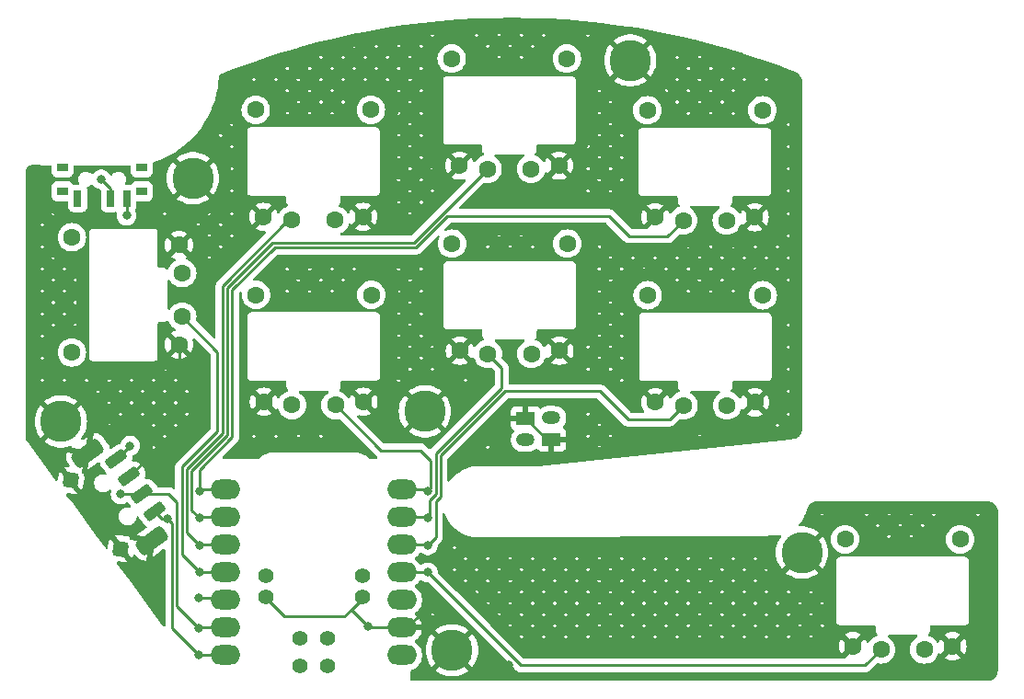
<source format=gbr>
%TF.GenerationSoftware,KiCad,Pcbnew,8.0.2*%
%TF.CreationDate,2024-07-05T21:54:23-05:00*%
%TF.ProjectId,bonsai,626f6e73-6169-42e6-9b69-6361645f7063,v1*%
%TF.SameCoordinates,Original*%
%TF.FileFunction,Copper,L2,Bot*%
%TF.FilePolarity,Positive*%
%FSLAX46Y46*%
G04 Gerber Fmt 4.6, Leading zero omitted, Abs format (unit mm)*
G04 Created by KiCad (PCBNEW 8.0.2) date 2024-07-05 21:54:23*
%MOMM*%
%LPD*%
G01*
G04 APERTURE LIST*
G04 Aperture macros list*
%AMRoundRect*
0 Rectangle with rounded corners*
0 $1 Rounding radius*
0 $2 $3 $4 $5 $6 $7 $8 $9 X,Y pos of 4 corners*
0 Add a 4 corners polygon primitive as box body*
4,1,4,$2,$3,$4,$5,$6,$7,$8,$9,$2,$3,0*
0 Add four circle primitives for the rounded corners*
1,1,$1+$1,$2,$3*
1,1,$1+$1,$4,$5*
1,1,$1+$1,$6,$7*
1,1,$1+$1,$8,$9*
0 Add four rect primitives between the rounded corners*
20,1,$1+$1,$2,$3,$4,$5,0*
20,1,$1+$1,$4,$5,$6,$7,0*
20,1,$1+$1,$6,$7,$8,$9,0*
20,1,$1+$1,$8,$9,$2,$3,0*%
%AMRotRect*
0 Rectangle, with rotation*
0 The origin of the aperture is its center*
0 $1 length*
0 $2 width*
0 $3 Rotation angle, in degrees counterclockwise*
0 Add horizontal line*
21,1,$1,$2,0,0,$3*%
G04 Aperture macros list end*
%TA.AperFunction,ComponentPad*%
%ADD10C,1.397000*%
%TD*%
%TA.AperFunction,ComponentPad*%
%ADD11R,1.700000X1.200000*%
%TD*%
%TA.AperFunction,ComponentPad*%
%ADD12O,1.700000X1.200000*%
%TD*%
%TA.AperFunction,ComponentPad*%
%ADD13C,1.600000*%
%TD*%
%TA.AperFunction,ComponentPad*%
%ADD14C,3.800000*%
%TD*%
%TA.AperFunction,SMDPad,CuDef*%
%ADD15O,2.750000X1.800000*%
%TD*%
%TA.AperFunction,SMDPad,CuDef*%
%ADD16R,1.000000X0.800000*%
%TD*%
%TA.AperFunction,SMDPad,CuDef*%
%ADD17R,0.700000X1.500000*%
%TD*%
%TA.AperFunction,SMDPad,CuDef*%
%ADD18RotRect,0.700000X1.500000X0.001000*%
%TD*%
%TA.AperFunction,SMDPad,CuDef*%
%ADD19RoundRect,0.250000X-0.752025X-0.243841X-0.455316X-0.646288X0.752025X0.243841X0.455316X0.646288X0*%
%TD*%
%TA.AperFunction,SMDPad,CuDef*%
%ADD20RoundRect,0.375000X-1.128038X-0.365761X-0.682973X-0.969431X1.128038X0.365761X0.682973X0.969431X0*%
%TD*%
%TA.AperFunction,SMDPad,CuDef*%
%ADD21RoundRect,0.350000X-0.398402X-0.293727X0.293727X-0.398402X0.398402X0.293727X-0.293727X0.398402X0*%
%TD*%
%TA.AperFunction,ViaPad*%
%ADD22C,0.800000*%
%TD*%
%TA.AperFunction,Conductor*%
%ADD23C,0.250000*%
%TD*%
G04 APERTURE END LIST*
D10*
%TO.P,U?,19*%
%TO.N,RAW*%
X45041440Y-65510000D03*
X36151440Y-65510000D03*
%TO.P,U?,20*%
%TO.N,GND*%
X45041440Y-67415000D03*
X36151440Y-67415000D03*
%TD*%
D11*
%TO.P,REF\u002A\u002A,1*%
%TO.N,GND*%
X62450000Y-52975000D03*
D12*
%TO.P,REF\u002A\u002A,2*%
%TO.N,Bat+*%
X62450000Y-50975002D03*
%TD*%
D13*
%TO.P,REF\u002A\u002A,1*%
%TO.N,K3*%
X38566400Y-49789000D03*
X42566400Y-49789000D03*
%TO.P,REF\u002A\u002A,2*%
%TO.N,GND*%
X35986400Y-49489000D03*
X45146400Y-49489000D03*
%TO.P,REF\u002A\u002A,4*%
%TO.N,N/C*%
X45866400Y-39639000D03*
%TO.P,REF\u002A\u002A,5*%
X35266400Y-39639000D03*
%TD*%
%TO.P,REF\u002A\u002A,1*%
%TO.N,K4*%
X74566400Y-32789000D03*
X78566400Y-32789000D03*
%TO.P,REF\u002A\u002A,2*%
%TO.N,GND*%
X71986400Y-32489000D03*
X81146400Y-32489000D03*
%TO.P,REF\u002A\u002A,4*%
%TO.N,N/C*%
X81866400Y-22639000D03*
%TO.P,REF\u002A\u002A,5*%
X71266400Y-22639000D03*
%TD*%
%TO.P,REF\u002A\u002A,1*%
%TO.N,K0*%
X92766400Y-72289000D03*
X96766400Y-72289000D03*
%TO.P,REF\u002A\u002A,2*%
%TO.N,GND*%
X90186400Y-71989000D03*
X99346400Y-71989000D03*
%TO.P,REF\u002A\u002A,4*%
%TO.N,N/C*%
X100066400Y-62139000D03*
%TO.P,REF\u002A\u002A,5*%
X89466400Y-62139000D03*
%TD*%
D14*
%TO.P,REF\u002A\u002A,1*%
%TO.N,GND*%
X85500000Y-63350000D03*
%TD*%
%TO.P,REF\u002A\u002A,1*%
%TO.N,GND*%
X53300000Y-72350000D03*
%TD*%
D13*
%TO.P,REF\u002A\u002A,1*%
%TO.N,K2*%
X56600000Y-45075000D03*
X60600000Y-45075000D03*
%TO.P,REF\u002A\u002A,2*%
%TO.N,GND*%
X54020000Y-44775000D03*
X63180000Y-44775000D03*
%TO.P,REF\u002A\u002A,4*%
%TO.N,N/C*%
X63900000Y-34925000D03*
%TO.P,REF\u002A\u002A,5*%
X53300000Y-34925000D03*
%TD*%
%TO.P,REF\u002A\u002A,1*%
%TO.N,K6*%
X38532800Y-32753000D03*
X42532800Y-32753000D03*
%TO.P,REF\u002A\u002A,2*%
%TO.N,GND*%
X35952800Y-32453000D03*
X45112800Y-32453000D03*
%TO.P,REF\u002A\u002A,4*%
%TO.N,N/C*%
X45832800Y-22603000D03*
%TO.P,REF\u002A\u002A,5*%
X35232800Y-22603000D03*
%TD*%
D14*
%TO.P,,1*%
%TO.N,GND*%
X50800000Y-50375000D03*
%TD*%
D11*
%TO.P,REF\u002A\u002A,1*%
%TO.N,GND*%
X60066400Y-50989000D03*
D12*
%TO.P,REF\u002A\u002A,2*%
%TO.N,Bat+*%
X60066400Y-52989000D03*
%TD*%
D14*
%TO.P,REF\u002A\u002A,1*%
%TO.N,GND*%
X29450000Y-28900000D03*
%TD*%
%TO.P,REF\u002A\u002A,1*%
%TO.N,GND*%
X69700000Y-18050000D03*
%TD*%
%TO.P,REF\u002A\u002A,1*%
%TO.N,GND*%
X17300000Y-51300000D03*
%TD*%
D13*
%TO.P,REF\u002A\u002A,1*%
%TO.N,K5*%
X56566400Y-28039000D03*
X60566400Y-28039000D03*
%TO.P,REF\u002A\u002A,2*%
%TO.N,GND*%
X53986400Y-27739000D03*
X63146400Y-27739000D03*
%TO.P,REF\u002A\u002A,4*%
%TO.N,N/C*%
X63866400Y-17889000D03*
%TO.P,REF\u002A\u002A,5*%
X53266400Y-17889000D03*
%TD*%
%TO.P,REF\u002A\u002A,1*%
%TO.N,K1*%
X74600000Y-49825000D03*
X78600000Y-49825000D03*
%TO.P,REF\u002A\u002A,2*%
%TO.N,GND*%
X72020000Y-49525000D03*
X81180000Y-49525000D03*
%TO.P,REF\u002A\u002A,4*%
%TO.N,N/C*%
X81900000Y-39675000D03*
%TO.P,REF\u002A\u002A,5*%
X71300000Y-39675000D03*
%TD*%
%TO.P,REF\u002A\u002A,1*%
%TO.N,K7*%
X28466400Y-41639000D03*
X28466400Y-37639000D03*
%TO.P,REF\u002A\u002A,2*%
%TO.N,GND*%
X28166400Y-44219000D03*
X28166400Y-35059000D03*
%TO.P,REF\u002A\u002A,4*%
%TO.N,N/C*%
X18316400Y-34339000D03*
%TO.P,REF\u002A\u002A,5*%
X18316400Y-44939000D03*
%TD*%
D15*
%TO.P,U?,1*%
%TO.N,F1*%
X32471440Y-72809000D03*
%TO.P,U?,2*%
%TO.N,F2*%
X32471440Y-70269000D03*
%TO.P,U?,3*%
%TO.N,F3*%
X32471440Y-67729000D03*
%TO.P,U?,4*%
%TO.N,K7*%
X32471440Y-65189000D03*
%TO.P,U?,5*%
%TO.N,K6*%
X32471440Y-62649000D03*
%TO.P,U?,6*%
%TO.N,K5*%
X32471440Y-60109000D03*
%TO.P,U?,7*%
%TO.N,K4*%
X32471440Y-57569000D03*
%TO.P,U?,8*%
%TO.N,K3*%
X48661360Y-57569000D03*
%TO.P,U?,9*%
%TO.N,K2*%
X48661360Y-60109000D03*
%TO.P,U?,10*%
%TO.N,K1*%
X48661360Y-62649000D03*
%TO.P,U?,11*%
%TO.N,K0*%
X48661360Y-65189000D03*
%TO.P,U?,12*%
%TO.N,N/C*%
X48661360Y-67729000D03*
%TO.P,U?,13*%
%TO.N,GND*%
X48661360Y-70269000D03*
%TO.P,U?,14*%
%TO.N,N/C*%
X48661360Y-72809000D03*
D10*
%TO.P,U?,15*%
X39296400Y-73761000D03*
%TO.P,U?,16*%
X41836400Y-73761000D03*
%TO.P,U?,17*%
X39296400Y-71221000D03*
%TO.P,U?,18*%
X41836400Y-71221000D03*
%TD*%
D16*
%TO.P,REF\u002A\u002A,*%
%TO.N,*%
X17450001Y-27895000D03*
X17450001Y-30105000D03*
X24750000Y-30105001D03*
X24750001Y-27895000D03*
D17*
%TO.P,REF\u002A\u002A,1*%
%TO.N,N/C*%
X18850001Y-30755000D03*
D18*
%TO.P,REF\u002A\u002A,2*%
%TO.N,RAW*%
X21850002Y-30755001D03*
D17*
%TO.P,REF\u002A\u002A,3*%
%TO.N,Bat+*%
X23350001Y-30755000D03*
%TD*%
D19*
%TO.P,REF\u002A\u002A,A*%
%TO.N,F3*%
X22398491Y-54749752D03*
%TO.P,REF\u002A\u002A,B*%
%TO.N,F1*%
X25959009Y-59579119D03*
%TO.P,REF\u002A\u002A,C*%
%TO.N,GND*%
X23585337Y-56359546D03*
D20*
%TO.P,REF\u002A\u002A,MP*%
X19762848Y-54208118D03*
D21*
X18202149Y-56725406D03*
X22830814Y-63003576D03*
D20*
X25697036Y-62257055D03*
D19*
%TO.P,REF\u002A\u002A,S*%
%TO.N,F2*%
X24772170Y-57969327D03*
%TD*%
D22*
%TO.N,K5*%
X30066400Y-60189000D03*
%TO.N,GND*%
X25750000Y-67700000D03*
X25600000Y-55800000D03*
X45566400Y-70189000D03*
X58551047Y-73698953D03*
%TO.N,K6*%
X30066400Y-62689000D03*
%TO.N,K7*%
X30066400Y-65189000D03*
%TO.N,K1*%
X51066400Y-62689000D03*
%TO.N,K0*%
X51066400Y-65189000D03*
%TO.N,K2*%
X51066400Y-60189000D03*
%TO.N,K3*%
X51066400Y-57689000D03*
%TO.N,K4*%
X30066400Y-57689000D03*
%TO.N,Bat+*%
X23350000Y-32350000D03*
%TO.N,RAW*%
X21000000Y-29000000D03*
%TO.N,F1*%
X30000000Y-72800000D03*
X27100000Y-60250000D03*
%TO.N,F2*%
X22800000Y-58000000D03*
X30000000Y-70300000D03*
%TO.N,F3*%
X30000000Y-67500000D03*
X23675000Y-53525000D03*
%TD*%
D23*
%TO.N,K1*%
X73300000Y-51125000D02*
X74600000Y-49825000D01*
X66882198Y-48507198D02*
X69500000Y-51125000D01*
X52241400Y-54433600D02*
X58167802Y-48507198D01*
X51791400Y-58625701D02*
X52241400Y-58175701D01*
X52241400Y-58175701D02*
X52241400Y-54433600D01*
X51791400Y-61964000D02*
X51791400Y-58625701D01*
X58167802Y-48507198D02*
X66882198Y-48507198D01*
X51066400Y-62689000D02*
X51791400Y-61964000D01*
X69500000Y-51125000D02*
X73300000Y-51125000D01*
%TO.N,GND*%
X62052400Y-52975000D02*
X60066400Y-50989000D01*
X62450000Y-52975000D02*
X62052400Y-52975000D01*
%TO.N,K2*%
X57850000Y-48188604D02*
X57850000Y-46325000D01*
X57850000Y-46325000D02*
X56600000Y-45075000D01*
X51791400Y-54247204D02*
X57850000Y-48188604D01*
X51250000Y-58530705D02*
X51791400Y-57989305D01*
X51250000Y-60005400D02*
X51250000Y-58530705D01*
X51066400Y-60189000D02*
X51250000Y-60005400D01*
X51791400Y-57989305D02*
X51791400Y-54247204D01*
%TO.N,K5*%
X36794004Y-34825000D02*
X49780400Y-34825000D01*
X32616400Y-52561792D02*
X32616400Y-39002604D01*
X30146400Y-60109000D02*
X30066400Y-60189000D01*
X49780400Y-34825000D02*
X56566400Y-28039000D01*
X29341400Y-55836792D02*
X32616400Y-52561792D01*
X31996440Y-60109000D02*
X30146400Y-60109000D01*
X29341400Y-59464000D02*
X29341400Y-55836792D01*
X30066400Y-60189000D02*
X29341400Y-59464000D01*
X32616400Y-39002604D02*
X36794004Y-34825000D01*
%TO.N,GND*%
X50105360Y-69300000D02*
X49136360Y-70269000D01*
X26072441Y-55327559D02*
X25600000Y-55800000D01*
X36677678Y-68072322D02*
X37855356Y-69250000D01*
X37855356Y-69250000D02*
X43400000Y-69250000D01*
X36121400Y-67411000D02*
X36121400Y-67516043D01*
X45041440Y-67608560D02*
X45041440Y-67415000D01*
X54100000Y-69300000D02*
X50105360Y-69300000D01*
X49136360Y-70269000D02*
X45646400Y-70269000D01*
X43400000Y-69250000D02*
X44050000Y-68600000D01*
X44050000Y-68600000D02*
X45566400Y-70116400D01*
X36151440Y-67415000D02*
X36151440Y-67546084D01*
X44050000Y-68600000D02*
X45041440Y-67608560D01*
X28166400Y-44219000D02*
X28166400Y-51778483D01*
X58551047Y-73698953D02*
X58498953Y-73698953D01*
X36121400Y-67516043D02*
X36677678Y-68072322D01*
X26072441Y-53872441D02*
X23585337Y-56359546D01*
X45566400Y-70116400D02*
X45566400Y-70189000D01*
X45646400Y-70269000D02*
X45566400Y-70189000D01*
X36151440Y-67546084D02*
X36677678Y-68072322D01*
X28166400Y-51778483D02*
X26072441Y-53872441D01*
X26072441Y-53872441D02*
X26072441Y-55327559D01*
X58498953Y-73698953D02*
X54100000Y-69300000D01*
%TO.N,K6*%
X30066400Y-62689000D02*
X28891400Y-61514000D01*
X30106400Y-62649000D02*
X30066400Y-62689000D01*
X32166400Y-52375396D02*
X32166400Y-38816208D01*
X28891400Y-61514000D02*
X28891400Y-55650396D01*
X32166400Y-38816208D02*
X38229608Y-32753000D01*
X31996440Y-62649000D02*
X30106400Y-62649000D01*
X28891400Y-55650396D02*
X32166400Y-52375396D01*
X38229608Y-32753000D02*
X38532800Y-32753000D01*
%TO.N,K7*%
X31716400Y-44889000D02*
X28466400Y-41639000D01*
X31716400Y-52189000D02*
X31716400Y-44889000D01*
X28441400Y-63564000D02*
X28441400Y-55464000D01*
X31996440Y-65189000D02*
X30066400Y-65189000D01*
X30066400Y-65189000D02*
X28441400Y-63564000D01*
X28441400Y-55464000D02*
X31716400Y-52189000D01*
%TO.N,K1*%
X51026400Y-62649000D02*
X51066400Y-62689000D01*
X49136360Y-62649000D02*
X51026400Y-62649000D01*
%TO.N,K0*%
X51066400Y-65189000D02*
X59627400Y-73750000D01*
X59627400Y-73750000D02*
X91305400Y-73750000D01*
X91305400Y-73750000D02*
X92766400Y-72289000D01*
X49136360Y-65189000D02*
X51066400Y-65189000D01*
%TO.N,K2*%
X50986400Y-60109000D02*
X51066400Y-60189000D01*
X49136360Y-60109000D02*
X50986400Y-60109000D01*
%TO.N,K3*%
X49136360Y-57569000D02*
X50946400Y-57569000D01*
X51341400Y-57414000D02*
X51341400Y-54891400D01*
X51341400Y-54891400D02*
X50400000Y-53950000D01*
X50946400Y-57569000D02*
X51066400Y-57689000D01*
X46727400Y-53950000D02*
X42566400Y-49789000D01*
X51066400Y-57689000D02*
X51341400Y-57414000D01*
X50400000Y-53950000D02*
X46727400Y-53950000D01*
%TO.N,K4*%
X30066400Y-57689000D02*
X30066400Y-55748188D01*
X36980400Y-35275000D02*
X49966796Y-35275000D01*
X33066400Y-52748188D02*
X33066400Y-39189000D01*
X69625000Y-34250000D02*
X73105400Y-34250000D01*
X30186400Y-57569000D02*
X30066400Y-57689000D01*
X33066400Y-39189000D02*
X36980400Y-35275000D01*
X49966796Y-35275000D02*
X52866796Y-32375000D01*
X67750000Y-32375000D02*
X69625000Y-34250000D01*
X73105400Y-34250000D02*
X74566400Y-32789000D01*
X31996440Y-57569000D02*
X30186400Y-57569000D01*
X52866796Y-32375000D02*
X67750000Y-32375000D01*
X30066400Y-55748188D02*
X33066400Y-52748188D01*
%TO.N,Bat+*%
X23350000Y-32350000D02*
X23350000Y-30755001D01*
X23350000Y-30755001D02*
X23350001Y-30755000D01*
%TO.N,RAW*%
X21850002Y-29850002D02*
X21850002Y-30755001D01*
X21000000Y-29000000D02*
X21850002Y-29850002D01*
%TO.N,F1*%
X27100000Y-60250000D02*
X26629890Y-60250000D01*
X30000000Y-72800000D02*
X30009000Y-72809000D01*
X30009000Y-72809000D02*
X31996440Y-72809000D01*
X27541400Y-60691400D02*
X27541400Y-70341400D01*
X26629890Y-60250000D02*
X25959009Y-59579119D01*
X27541400Y-70341400D02*
X30000000Y-72800000D01*
X27100000Y-60250000D02*
X27541400Y-60691400D01*
%TO.N,F2*%
X24772170Y-57969327D02*
X22830673Y-57969327D01*
X27991400Y-68291400D02*
X27991400Y-58766400D01*
X30000000Y-70300000D02*
X30031000Y-70269000D01*
X27991400Y-58766400D02*
X27194327Y-57969327D01*
X27194327Y-57969327D02*
X24772170Y-57969327D01*
X30000000Y-70300000D02*
X27991400Y-68291400D01*
X22830673Y-57969327D02*
X22800000Y-58000000D01*
X30031000Y-70269000D02*
X31996440Y-70269000D01*
%TO.N,F3*%
X31996440Y-67729000D02*
X31581095Y-67729000D01*
X31352095Y-67500000D02*
X30000000Y-67500000D01*
X22450248Y-54749752D02*
X22398491Y-54749752D01*
X22364591Y-54715852D02*
X22398491Y-54749752D01*
X31581095Y-67729000D02*
X31352095Y-67500000D01*
X23675000Y-53525000D02*
X22450248Y-54749752D01*
%TD*%
%TA.AperFunction,Conductor*%
%TO.N,GND*%
G36*
X102588996Y-58634573D02*
G01*
X102740517Y-58647829D01*
X102761802Y-58651581D01*
X102903484Y-58689545D01*
X102923790Y-58696937D01*
X103056716Y-58758921D01*
X103075429Y-58769724D01*
X103179816Y-58842817D01*
X103195581Y-58853856D01*
X103212138Y-58867749D01*
X103315852Y-58971462D01*
X103329746Y-58988021D01*
X103376823Y-59055255D01*
X103413870Y-59108163D01*
X103424677Y-59126882D01*
X103486662Y-59259810D01*
X103494055Y-59280120D01*
X103532017Y-59421796D01*
X103535770Y-59443082D01*
X103549020Y-59594524D01*
X103549492Y-59605506D01*
X103529102Y-74138499D01*
X103528999Y-74140073D01*
X103528999Y-74207681D01*
X103528527Y-74218488D01*
X103515270Y-74370015D01*
X103511517Y-74391301D01*
X103473555Y-74532979D01*
X103466162Y-74553291D01*
X103404177Y-74686218D01*
X103393370Y-74704936D01*
X103309243Y-74825082D01*
X103295349Y-74841640D01*
X103191640Y-74945349D01*
X103175082Y-74959243D01*
X103054936Y-75043370D01*
X103036218Y-75054177D01*
X102903291Y-75116162D01*
X102882979Y-75123555D01*
X102741301Y-75161517D01*
X102720015Y-75165270D01*
X102568487Y-75178527D01*
X102557680Y-75178999D01*
X102489455Y-75178999D01*
X102489311Y-75179008D01*
X49620860Y-75185945D01*
X49553818Y-75166269D01*
X49508056Y-75113471D01*
X49496845Y-75062535D01*
X49496783Y-75049593D01*
X49493046Y-74264770D01*
X49512412Y-74197639D01*
X49564997Y-74151633D01*
X49578728Y-74146250D01*
X49677030Y-74114310D01*
X49677036Y-74114308D01*
X49677040Y-74114306D01*
X49874575Y-74013657D01*
X50053936Y-73883343D01*
X50210703Y-73726576D01*
X50341017Y-73547215D01*
X50441668Y-73349676D01*
X50510178Y-73138824D01*
X50544860Y-72919851D01*
X50544860Y-72698149D01*
X50510178Y-72479176D01*
X50468204Y-72349994D01*
X50895255Y-72349994D01*
X50895255Y-72350005D01*
X50914215Y-72651383D01*
X50914216Y-72651390D01*
X50970805Y-72948040D01*
X51064125Y-73235247D01*
X51064127Y-73235252D01*
X51192704Y-73508491D01*
X51192707Y-73508497D01*
X51354516Y-73763469D01*
X51435311Y-73861133D01*
X52363708Y-72932736D01*
X52460967Y-73066602D01*
X52583398Y-73189033D01*
X52717262Y-73286290D01*
X51786564Y-74216987D01*
X51786565Y-74216989D01*
X52011461Y-74380385D01*
X52011479Y-74380397D01*
X52276109Y-74525878D01*
X52276117Y-74525882D01*
X52556889Y-74637047D01*
X52556892Y-74637048D01*
X52849399Y-74712150D01*
X53148995Y-74749999D01*
X53149007Y-74750000D01*
X53450993Y-74750000D01*
X53451004Y-74749999D01*
X53750600Y-74712150D01*
X54043107Y-74637048D01*
X54043110Y-74637047D01*
X54323882Y-74525882D01*
X54323890Y-74525878D01*
X54588520Y-74380397D01*
X54588530Y-74380390D01*
X54813433Y-74216987D01*
X54813434Y-74216987D01*
X53882737Y-73286290D01*
X54016602Y-73189033D01*
X54139033Y-73066602D01*
X54236290Y-72932737D01*
X55164687Y-73861134D01*
X55245486Y-73763464D01*
X55407292Y-73508497D01*
X55407295Y-73508491D01*
X55535872Y-73235252D01*
X55535874Y-73235247D01*
X55629194Y-72948040D01*
X55685783Y-72651390D01*
X55685784Y-72651383D01*
X55704745Y-72350005D01*
X55704745Y-72349994D01*
X55685784Y-72048616D01*
X55685783Y-72048609D01*
X55629194Y-71751959D01*
X55535874Y-71464752D01*
X55535872Y-71464747D01*
X55407295Y-71191508D01*
X55407292Y-71191502D01*
X55245483Y-70936530D01*
X55164686Y-70838864D01*
X54236289Y-71767261D01*
X54139033Y-71633398D01*
X54016602Y-71510967D01*
X53882736Y-71413709D01*
X54813434Y-70483011D01*
X54813433Y-70483009D01*
X54588538Y-70319614D01*
X54588520Y-70319602D01*
X54323890Y-70174121D01*
X54323882Y-70174117D01*
X54043110Y-70062952D01*
X54043107Y-70062951D01*
X53750600Y-69987849D01*
X53451004Y-69950000D01*
X53148995Y-69950000D01*
X52849399Y-69987849D01*
X52556892Y-70062951D01*
X52556889Y-70062952D01*
X52276117Y-70174117D01*
X52276109Y-70174121D01*
X52011476Y-70319604D01*
X52011471Y-70319607D01*
X51786565Y-70483010D01*
X51786564Y-70483011D01*
X52717262Y-71413709D01*
X52583398Y-71510967D01*
X52460967Y-71633398D01*
X52363709Y-71767262D01*
X51435311Y-70838864D01*
X51354520Y-70936525D01*
X51354518Y-70936528D01*
X51192707Y-71191502D01*
X51192704Y-71191508D01*
X51064127Y-71464747D01*
X51064125Y-71464752D01*
X50970805Y-71751959D01*
X50914216Y-72048609D01*
X50914215Y-72048616D01*
X50895255Y-72349994D01*
X50468204Y-72349994D01*
X50441668Y-72268324D01*
X50441666Y-72268321D01*
X50441666Y-72268319D01*
X50366671Y-72121134D01*
X50341017Y-72070785D01*
X50210703Y-71891424D01*
X50053936Y-71734657D01*
X49915481Y-71634063D01*
X49872817Y-71578734D01*
X49866838Y-71509120D01*
X49899444Y-71447325D01*
X49915483Y-71433427D01*
X50048402Y-71336856D01*
X50204217Y-71181041D01*
X50333746Y-71002760D01*
X50433792Y-70806410D01*
X50501886Y-70596838D01*
X50501886Y-70596835D01*
X50514215Y-70519000D01*
X49598620Y-70519000D01*
X49531581Y-70499315D01*
X49485826Y-70446511D01*
X49474621Y-70395593D01*
X49473421Y-70143587D01*
X49492787Y-70076458D01*
X49545372Y-70030452D01*
X49597420Y-70019000D01*
X50514215Y-70019000D01*
X50501886Y-69941164D01*
X50501886Y-69941161D01*
X50433792Y-69731589D01*
X50333746Y-69535239D01*
X50204217Y-69356958D01*
X50048401Y-69201142D01*
X50048395Y-69201137D01*
X49915483Y-69104571D01*
X49872817Y-69049241D01*
X49869306Y-69008361D01*
X51409835Y-69008361D01*
X51499459Y-69184255D01*
X51634039Y-69049675D01*
X51641557Y-69031526D01*
X51634039Y-69013377D01*
X51492146Y-68871483D01*
X51481768Y-68867184D01*
X51409835Y-69008361D01*
X49869306Y-69008361D01*
X49866838Y-68979628D01*
X49899444Y-68917833D01*
X49915479Y-68903937D01*
X50053936Y-68803343D01*
X50210703Y-68646576D01*
X50341017Y-68467215D01*
X50441668Y-68269676D01*
X50510178Y-68058824D01*
X50544860Y-67839851D01*
X50544860Y-67618149D01*
X50510178Y-67399176D01*
X50441668Y-67188324D01*
X50441666Y-67188321D01*
X50441666Y-67188319D01*
X50350042Y-67008498D01*
X50341017Y-66990785D01*
X50210703Y-66811424D01*
X50053936Y-66654657D01*
X49922712Y-66559316D01*
X49880048Y-66503988D01*
X49874069Y-66434374D01*
X49906675Y-66372579D01*
X49922709Y-66358685D01*
X50053936Y-66263343D01*
X50210703Y-66106576D01*
X50335784Y-65934416D01*
X50391114Y-65891751D01*
X50460727Y-65885772D01*
X50508987Y-65906984D01*
X50609643Y-65980115D01*
X50609645Y-65980116D01*
X50609648Y-65980118D01*
X50784112Y-66057794D01*
X50970913Y-66097500D01*
X51027634Y-66097500D01*
X51094673Y-66117185D01*
X51115315Y-66133819D01*
X59135329Y-74153833D01*
X59189177Y-74207681D01*
X59223568Y-74242072D01*
X59327318Y-74311396D01*
X59327324Y-74311399D01*
X59327325Y-74311400D01*
X59442615Y-74359155D01*
X59549346Y-74380385D01*
X59565001Y-74383499D01*
X59565005Y-74383500D01*
X59565006Y-74383500D01*
X91367795Y-74383500D01*
X91367796Y-74383499D01*
X91490185Y-74359155D01*
X91605475Y-74311400D01*
X91709233Y-74242071D01*
X92353969Y-73597333D01*
X92415290Y-73563850D01*
X92473741Y-73565241D01*
X92492379Y-73570234D01*
X92538313Y-73582543D01*
X92701232Y-73596796D01*
X92766398Y-73602498D01*
X92766400Y-73602498D01*
X92766402Y-73602498D01*
X92825413Y-73597335D01*
X92994487Y-73582543D01*
X93215643Y-73523284D01*
X93423149Y-73426523D01*
X93610700Y-73295198D01*
X93772598Y-73133300D01*
X93903923Y-72945749D01*
X94000684Y-72738243D01*
X94059943Y-72517087D01*
X94079898Y-72289000D01*
X94059943Y-72060913D01*
X94000684Y-71839757D01*
X93903923Y-71632251D01*
X93772598Y-71444700D01*
X93610700Y-71282802D01*
X93442566Y-71165073D01*
X93398943Y-71110498D01*
X93391751Y-71040999D01*
X93423273Y-70978645D01*
X93483503Y-70943231D01*
X93513692Y-70939500D01*
X96019108Y-70939500D01*
X96086147Y-70959185D01*
X96131902Y-71011989D01*
X96141846Y-71081147D01*
X96112821Y-71144703D01*
X96090235Y-71165072D01*
X95922100Y-71282802D01*
X95922098Y-71282803D01*
X95922095Y-71282806D01*
X95760206Y-71444695D01*
X95760203Y-71444698D01*
X95760202Y-71444700D01*
X95739926Y-71473657D01*
X95628876Y-71632252D01*
X95628875Y-71632254D01*
X95532118Y-71839750D01*
X95532114Y-71839761D01*
X95472857Y-72060910D01*
X95472856Y-72060918D01*
X95452902Y-72288998D01*
X95452902Y-72289001D01*
X95472856Y-72517081D01*
X95472857Y-72517089D01*
X95532114Y-72738238D01*
X95532118Y-72738249D01*
X95619913Y-72926525D01*
X95628877Y-72945749D01*
X95760202Y-73133300D01*
X95922100Y-73295198D01*
X96109651Y-73426523D01*
X96159998Y-73450000D01*
X96317150Y-73523281D01*
X96317152Y-73523281D01*
X96317157Y-73523284D01*
X96538313Y-73582543D01*
X96701232Y-73596796D01*
X96766398Y-73602498D01*
X96766400Y-73602498D01*
X96766402Y-73602498D01*
X96825413Y-73597335D01*
X96994487Y-73582543D01*
X97215643Y-73523284D01*
X97423149Y-73426523D01*
X97610700Y-73295198D01*
X97772598Y-73133300D01*
X97903923Y-72945749D01*
X98000684Y-72738243D01*
X98007054Y-72714472D01*
X98010275Y-72702449D01*
X98046639Y-72642788D01*
X98109485Y-72612258D01*
X98178861Y-72620552D01*
X98231625Y-72663417D01*
X98267374Y-72714472D01*
X98822612Y-72159234D01*
X98833882Y-72201292D01*
X98906290Y-72326708D01*
X99008692Y-72429110D01*
X99134108Y-72501518D01*
X99176165Y-72512787D01*
X98620926Y-73068025D01*
X98693913Y-73119132D01*
X98693921Y-73119136D01*
X98900068Y-73215264D01*
X98900082Y-73215269D01*
X99119789Y-73274139D01*
X99119800Y-73274141D01*
X99346398Y-73293966D01*
X99346402Y-73293966D01*
X99572999Y-73274141D01*
X99573010Y-73274139D01*
X99792717Y-73215269D01*
X99792731Y-73215264D01*
X99998878Y-73119136D01*
X100071871Y-73068024D01*
X99516634Y-72512787D01*
X99558692Y-72501518D01*
X99684108Y-72429110D01*
X99786510Y-72326708D01*
X99858918Y-72201292D01*
X99870187Y-72159234D01*
X100425424Y-72714471D01*
X100476536Y-72641478D01*
X100572664Y-72435331D01*
X100572669Y-72435317D01*
X100631539Y-72215610D01*
X100631541Y-72215599D01*
X100636349Y-72160640D01*
X101838925Y-72160640D01*
X101873976Y-72125589D01*
X101881494Y-72107441D01*
X101873976Y-72089292D01*
X101847391Y-72062707D01*
X101847086Y-72067368D01*
X101838925Y-72160640D01*
X100636349Y-72160640D01*
X100651366Y-71989002D01*
X100651366Y-71988997D01*
X100631541Y-71762400D01*
X100631539Y-71762389D01*
X100572669Y-71542682D01*
X100572664Y-71542668D01*
X100476536Y-71336521D01*
X100476532Y-71336513D01*
X100425425Y-71263526D01*
X99870187Y-71818764D01*
X99858918Y-71776708D01*
X99786510Y-71651292D01*
X99684108Y-71548890D01*
X99558692Y-71476482D01*
X99516634Y-71465212D01*
X100071872Y-70909974D01*
X99998878Y-70858863D01*
X99792731Y-70762735D01*
X99792717Y-70762730D01*
X99573010Y-70703860D01*
X99572999Y-70703858D01*
X99346402Y-70684034D01*
X99346398Y-70684034D01*
X99119800Y-70703858D01*
X99119789Y-70703860D01*
X98900082Y-70762730D01*
X98900073Y-70762734D01*
X98693916Y-70858866D01*
X98693912Y-70858868D01*
X98620926Y-70909973D01*
X98620926Y-70909974D01*
X99176165Y-71465212D01*
X99134108Y-71476482D01*
X99008692Y-71548890D01*
X98906290Y-71651292D01*
X98833882Y-71776708D01*
X98822612Y-71818764D01*
X98267374Y-71263526D01*
X98267373Y-71263526D01*
X98216268Y-71336512D01*
X98216266Y-71336516D01*
X98120134Y-71542673D01*
X98120130Y-71542683D01*
X98111758Y-71573926D01*
X98075391Y-71633585D01*
X98012544Y-71664113D01*
X97943168Y-71655816D01*
X97890412Y-71612955D01*
X97772598Y-71444700D01*
X97610700Y-71282802D01*
X97423149Y-71151477D01*
X97372264Y-71127749D01*
X97215649Y-71054718D01*
X97215635Y-71054713D01*
X97187627Y-71047209D01*
X97127967Y-71010845D01*
X97097437Y-70947998D01*
X97105731Y-70878622D01*
X97132034Y-70839758D01*
X97186880Y-70784913D01*
X97239607Y-70693587D01*
X97266900Y-70591727D01*
X97266900Y-70163500D01*
X97286585Y-70096461D01*
X97339389Y-70050706D01*
X97390900Y-70039500D01*
X100519125Y-70039500D01*
X100519127Y-70039500D01*
X100620987Y-70012207D01*
X100712313Y-69959480D01*
X100786880Y-69884913D01*
X100839607Y-69793587D01*
X100866900Y-69691727D01*
X100866900Y-64086273D01*
X100839607Y-63984413D01*
X100786880Y-63893087D01*
X100712313Y-63818520D01*
X100620987Y-63765793D01*
X100519127Y-63738500D01*
X89119127Y-63738500D01*
X89013673Y-63738500D01*
X88911813Y-63765793D01*
X88911810Y-63765794D01*
X88820485Y-63818521D01*
X88745921Y-63893085D01*
X88693194Y-63984410D01*
X88693193Y-63984413D01*
X88665900Y-64086273D01*
X88665900Y-69586273D01*
X88665900Y-69691727D01*
X88693193Y-69793587D01*
X88745920Y-69884913D01*
X88820487Y-69959480D01*
X88911813Y-70012207D01*
X89013673Y-70039500D01*
X89817983Y-70039500D01*
X90014817Y-70039500D01*
X91639472Y-70039500D01*
X92141900Y-70039500D01*
X92208939Y-70059185D01*
X92254694Y-70111989D01*
X92265900Y-70163500D01*
X92265900Y-70486273D01*
X92265900Y-70591727D01*
X92290634Y-70684034D01*
X92293193Y-70693586D01*
X92293194Y-70693589D01*
X92345921Y-70784914D01*
X92400760Y-70839753D01*
X92434245Y-70901076D01*
X92429261Y-70970768D01*
X92387389Y-71026701D01*
X92345173Y-71047209D01*
X92317161Y-71054714D01*
X92317150Y-71054718D01*
X92109654Y-71151475D01*
X92109652Y-71151476D01*
X92052481Y-71191508D01*
X91922100Y-71282802D01*
X91922098Y-71282803D01*
X91922095Y-71282806D01*
X91760206Y-71444695D01*
X91760203Y-71444698D01*
X91760202Y-71444700D01*
X91642390Y-71612953D01*
X91587812Y-71656578D01*
X91518314Y-71663770D01*
X91455959Y-71632248D01*
X91421040Y-71573923D01*
X91412668Y-71542679D01*
X91412664Y-71542668D01*
X91316536Y-71336521D01*
X91316532Y-71336513D01*
X91265425Y-71263526D01*
X90710187Y-71818764D01*
X90698918Y-71776708D01*
X90626510Y-71651292D01*
X90524108Y-71548890D01*
X90398692Y-71476482D01*
X90356634Y-71465212D01*
X90911872Y-70909974D01*
X90838878Y-70858863D01*
X90632731Y-70762735D01*
X90632717Y-70762730D01*
X90413010Y-70703860D01*
X90412999Y-70703858D01*
X90186402Y-70684034D01*
X90186398Y-70684034D01*
X89959800Y-70703858D01*
X89959789Y-70703860D01*
X89740082Y-70762730D01*
X89740073Y-70762734D01*
X89533916Y-70858866D01*
X89533912Y-70858868D01*
X89460926Y-70909973D01*
X89460926Y-70909974D01*
X90016165Y-71465212D01*
X89974108Y-71476482D01*
X89848692Y-71548890D01*
X89746290Y-71651292D01*
X89673882Y-71776708D01*
X89662612Y-71818764D01*
X89107374Y-71263526D01*
X89107373Y-71263526D01*
X89056268Y-71336512D01*
X89056266Y-71336516D01*
X88960134Y-71542673D01*
X88960130Y-71542682D01*
X88901260Y-71762389D01*
X88901258Y-71762400D01*
X88881434Y-71988997D01*
X88881434Y-71989002D01*
X88901258Y-72215599D01*
X88901260Y-72215610D01*
X88960130Y-72435317D01*
X88960135Y-72435331D01*
X89056263Y-72641478D01*
X89107374Y-72714472D01*
X89662612Y-72159234D01*
X89673882Y-72201292D01*
X89746290Y-72326708D01*
X89848692Y-72429110D01*
X89974108Y-72501518D01*
X90016165Y-72512787D01*
X89448771Y-73080181D01*
X89387448Y-73113666D01*
X89361090Y-73116500D01*
X59941166Y-73116500D01*
X59874127Y-73096815D01*
X59853485Y-73080181D01*
X57829729Y-71056425D01*
X59523955Y-71056425D01*
X59702146Y-71234616D01*
X59836478Y-71100285D01*
X59843996Y-71082136D01*
X61559485Y-71082136D01*
X61567003Y-71100285D01*
X61708896Y-71242178D01*
X61727045Y-71249696D01*
X61745194Y-71242178D01*
X61887088Y-71100285D01*
X61894606Y-71082136D01*
X63610094Y-71082136D01*
X63617612Y-71100285D01*
X63759506Y-71242178D01*
X63777655Y-71249696D01*
X63795804Y-71242178D01*
X63937697Y-71100285D01*
X63945215Y-71082136D01*
X65660704Y-71082136D01*
X65668222Y-71100285D01*
X65810116Y-71242178D01*
X65828265Y-71249696D01*
X65846413Y-71242178D01*
X65988307Y-71100285D01*
X65995825Y-71082136D01*
X67711314Y-71082136D01*
X67718832Y-71100285D01*
X67860725Y-71242178D01*
X67878874Y-71249696D01*
X67897023Y-71242178D01*
X68038917Y-71100285D01*
X68046435Y-71082136D01*
X69761923Y-71082136D01*
X69769441Y-71100285D01*
X69911335Y-71242178D01*
X69929484Y-71249696D01*
X69947633Y-71242178D01*
X70089526Y-71100285D01*
X70097044Y-71082136D01*
X71812533Y-71082136D01*
X71820051Y-71100285D01*
X71961945Y-71242178D01*
X71980094Y-71249696D01*
X71998242Y-71242178D01*
X72140136Y-71100285D01*
X72147654Y-71082136D01*
X73863143Y-71082136D01*
X73870661Y-71100285D01*
X74012554Y-71242178D01*
X74030703Y-71249696D01*
X74048852Y-71242178D01*
X74190746Y-71100285D01*
X74198264Y-71082136D01*
X75913752Y-71082136D01*
X75921270Y-71100285D01*
X76063164Y-71242178D01*
X76081313Y-71249696D01*
X76099462Y-71242178D01*
X76241355Y-71100285D01*
X76248873Y-71082136D01*
X77964362Y-71082136D01*
X77971880Y-71100285D01*
X78113774Y-71242178D01*
X78131923Y-71249696D01*
X78150071Y-71242178D01*
X78291965Y-71100285D01*
X78299483Y-71082136D01*
X80014972Y-71082136D01*
X80022490Y-71100285D01*
X80164383Y-71242178D01*
X80182532Y-71249696D01*
X80200681Y-71242178D01*
X80342575Y-71100285D01*
X80350093Y-71082136D01*
X82065581Y-71082136D01*
X82073099Y-71100285D01*
X82214993Y-71242178D01*
X82233142Y-71249696D01*
X82251291Y-71242178D01*
X82393184Y-71100285D01*
X82400702Y-71082136D01*
X84116191Y-71082136D01*
X84123709Y-71100285D01*
X84265603Y-71242178D01*
X84283752Y-71249696D01*
X84301900Y-71242178D01*
X84443794Y-71100285D01*
X84451312Y-71082136D01*
X86166801Y-71082136D01*
X86174319Y-71100285D01*
X86316212Y-71242178D01*
X86334361Y-71249696D01*
X86352510Y-71242178D01*
X86494404Y-71100285D01*
X86501922Y-71082136D01*
X86494404Y-71063987D01*
X86352510Y-70922093D01*
X86334361Y-70914575D01*
X86316212Y-70922093D01*
X86174319Y-71063987D01*
X86166801Y-71082136D01*
X84451312Y-71082136D01*
X84443794Y-71063987D01*
X84301900Y-70922093D01*
X84283752Y-70914575D01*
X84265603Y-70922093D01*
X84123709Y-71063987D01*
X84116191Y-71082136D01*
X82400702Y-71082136D01*
X82393184Y-71063987D01*
X82251291Y-70922093D01*
X82233142Y-70914575D01*
X82214993Y-70922093D01*
X82073099Y-71063987D01*
X82065581Y-71082136D01*
X80350093Y-71082136D01*
X80342575Y-71063987D01*
X80200681Y-70922093D01*
X80182532Y-70914575D01*
X80164383Y-70922093D01*
X80022490Y-71063987D01*
X80014972Y-71082136D01*
X78299483Y-71082136D01*
X78291965Y-71063987D01*
X78150071Y-70922093D01*
X78131923Y-70914575D01*
X78113774Y-70922093D01*
X77971880Y-71063987D01*
X77964362Y-71082136D01*
X76248873Y-71082136D01*
X76241355Y-71063987D01*
X76099462Y-70922093D01*
X76081313Y-70914575D01*
X76063164Y-70922093D01*
X75921270Y-71063987D01*
X75913752Y-71082136D01*
X74198264Y-71082136D01*
X74190746Y-71063987D01*
X74048852Y-70922093D01*
X74030703Y-70914575D01*
X74012554Y-70922093D01*
X73870661Y-71063987D01*
X73863143Y-71082136D01*
X72147654Y-71082136D01*
X72140136Y-71063987D01*
X71998242Y-70922093D01*
X71980094Y-70914575D01*
X71961945Y-70922093D01*
X71820051Y-71063987D01*
X71812533Y-71082136D01*
X70097044Y-71082136D01*
X70089526Y-71063987D01*
X69947633Y-70922093D01*
X69929484Y-70914575D01*
X69911335Y-70922093D01*
X69769441Y-71063987D01*
X69761923Y-71082136D01*
X68046435Y-71082136D01*
X68038917Y-71063987D01*
X67897023Y-70922093D01*
X67878874Y-70914575D01*
X67860725Y-70922093D01*
X67718832Y-71063987D01*
X67711314Y-71082136D01*
X65995825Y-71082136D01*
X65988307Y-71063987D01*
X65846413Y-70922093D01*
X65828265Y-70914575D01*
X65810116Y-70922093D01*
X65668222Y-71063987D01*
X65660704Y-71082136D01*
X63945215Y-71082136D01*
X63937697Y-71063987D01*
X63795804Y-70922093D01*
X63777655Y-70914575D01*
X63759506Y-70922093D01*
X63617612Y-71063987D01*
X63610094Y-71082136D01*
X61894606Y-71082136D01*
X61887088Y-71063987D01*
X61745194Y-70922093D01*
X61727045Y-70914575D01*
X61708896Y-70922093D01*
X61567003Y-71063987D01*
X61559485Y-71082136D01*
X59843996Y-71082136D01*
X59836478Y-71063987D01*
X59694584Y-70922093D01*
X59676436Y-70914575D01*
X59658287Y-70922093D01*
X59523955Y-71056425D01*
X57829729Y-71056425D01*
X56804424Y-70031120D01*
X58498650Y-70031120D01*
X58676841Y-70209311D01*
X58811173Y-70074980D01*
X58818691Y-70056831D01*
X60534180Y-70056831D01*
X60541698Y-70074980D01*
X60683591Y-70216873D01*
X60701740Y-70224391D01*
X60719889Y-70216873D01*
X60861783Y-70074980D01*
X60869301Y-70056831D01*
X62584789Y-70056831D01*
X62592307Y-70074980D01*
X62734201Y-70216873D01*
X62752350Y-70224391D01*
X62770499Y-70216873D01*
X62912392Y-70074980D01*
X62919910Y-70056831D01*
X64635399Y-70056831D01*
X64642917Y-70074980D01*
X64784811Y-70216873D01*
X64802960Y-70224391D01*
X64821108Y-70216873D01*
X64963002Y-70074980D01*
X64970520Y-70056831D01*
X66686009Y-70056831D01*
X66693527Y-70074980D01*
X66835420Y-70216873D01*
X66853569Y-70224391D01*
X66871718Y-70216873D01*
X67013612Y-70074980D01*
X67021130Y-70056831D01*
X68736618Y-70056831D01*
X68744136Y-70074980D01*
X68886030Y-70216873D01*
X68904179Y-70224391D01*
X68922328Y-70216873D01*
X69064221Y-70074980D01*
X69071739Y-70056831D01*
X70787228Y-70056831D01*
X70794746Y-70074980D01*
X70936640Y-70216873D01*
X70954789Y-70224391D01*
X70972937Y-70216873D01*
X71114831Y-70074980D01*
X71122349Y-70056831D01*
X72837838Y-70056831D01*
X72845356Y-70074980D01*
X72987249Y-70216873D01*
X73005398Y-70224391D01*
X73023547Y-70216873D01*
X73165441Y-70074980D01*
X73172959Y-70056831D01*
X74888447Y-70056831D01*
X74895965Y-70074980D01*
X75037859Y-70216873D01*
X75056008Y-70224391D01*
X75074157Y-70216873D01*
X75216050Y-70074980D01*
X75223568Y-70056831D01*
X76939057Y-70056831D01*
X76946575Y-70074980D01*
X77088469Y-70216873D01*
X77106618Y-70224391D01*
X77124766Y-70216873D01*
X77266660Y-70074980D01*
X77274178Y-70056831D01*
X78989667Y-70056831D01*
X78997185Y-70074980D01*
X79139078Y-70216873D01*
X79157227Y-70224391D01*
X79175376Y-70216873D01*
X79317270Y-70074980D01*
X79324788Y-70056831D01*
X81040276Y-70056831D01*
X81047794Y-70074980D01*
X81189688Y-70216873D01*
X81207837Y-70224391D01*
X81225986Y-70216873D01*
X81367879Y-70074980D01*
X81375397Y-70056831D01*
X83090886Y-70056831D01*
X83098404Y-70074980D01*
X83240298Y-70216873D01*
X83258447Y-70224391D01*
X83276595Y-70216873D01*
X83418489Y-70074980D01*
X83426007Y-70056831D01*
X85141496Y-70056831D01*
X85149014Y-70074980D01*
X85290907Y-70216873D01*
X85309056Y-70224391D01*
X85327205Y-70216873D01*
X85469099Y-70074980D01*
X85476617Y-70056831D01*
X87192105Y-70056831D01*
X87199623Y-70074980D01*
X87341517Y-70216873D01*
X87359666Y-70224391D01*
X87377815Y-70216873D01*
X87519708Y-70074980D01*
X87524944Y-70062340D01*
X87518201Y-70037175D01*
X87377815Y-69896788D01*
X87359666Y-69889270D01*
X87341517Y-69896788D01*
X87199623Y-70038682D01*
X87192105Y-70056831D01*
X85476617Y-70056831D01*
X85469099Y-70038682D01*
X85327205Y-69896788D01*
X85309056Y-69889270D01*
X85290907Y-69896788D01*
X85149014Y-70038682D01*
X85141496Y-70056831D01*
X83426007Y-70056831D01*
X83418489Y-70038682D01*
X83276595Y-69896788D01*
X83258447Y-69889270D01*
X83240298Y-69896788D01*
X83098404Y-70038682D01*
X83090886Y-70056831D01*
X81375397Y-70056831D01*
X81367879Y-70038682D01*
X81225986Y-69896788D01*
X81207837Y-69889270D01*
X81189688Y-69896788D01*
X81047794Y-70038682D01*
X81040276Y-70056831D01*
X79324788Y-70056831D01*
X79317270Y-70038682D01*
X79175376Y-69896788D01*
X79157227Y-69889270D01*
X79139078Y-69896788D01*
X78997185Y-70038682D01*
X78989667Y-70056831D01*
X77274178Y-70056831D01*
X77266660Y-70038682D01*
X77124766Y-69896788D01*
X77106618Y-69889270D01*
X77088469Y-69896788D01*
X76946575Y-70038682D01*
X76939057Y-70056831D01*
X75223568Y-70056831D01*
X75216050Y-70038682D01*
X75074157Y-69896788D01*
X75056008Y-69889270D01*
X75037859Y-69896788D01*
X74895965Y-70038682D01*
X74888447Y-70056831D01*
X73172959Y-70056831D01*
X73165441Y-70038682D01*
X73023547Y-69896788D01*
X73005398Y-69889270D01*
X72987249Y-69896788D01*
X72845356Y-70038682D01*
X72837838Y-70056831D01*
X71122349Y-70056831D01*
X71114831Y-70038682D01*
X70972937Y-69896788D01*
X70954789Y-69889270D01*
X70936640Y-69896788D01*
X70794746Y-70038682D01*
X70787228Y-70056831D01*
X69071739Y-70056831D01*
X69064221Y-70038682D01*
X68922328Y-69896788D01*
X68904179Y-69889270D01*
X68886030Y-69896788D01*
X68744136Y-70038682D01*
X68736618Y-70056831D01*
X67021130Y-70056831D01*
X67013612Y-70038682D01*
X66871718Y-69896788D01*
X66853569Y-69889270D01*
X66835420Y-69896788D01*
X66693527Y-70038682D01*
X66686009Y-70056831D01*
X64970520Y-70056831D01*
X64963002Y-70038682D01*
X64821108Y-69896788D01*
X64802960Y-69889270D01*
X64784811Y-69896788D01*
X64642917Y-70038682D01*
X64635399Y-70056831D01*
X62919910Y-70056831D01*
X62912392Y-70038682D01*
X62770499Y-69896788D01*
X62752350Y-69889270D01*
X62734201Y-69896788D01*
X62592307Y-70038682D01*
X62584789Y-70056831D01*
X60869301Y-70056831D01*
X60861783Y-70038682D01*
X60719889Y-69896788D01*
X60701740Y-69889270D01*
X60683591Y-69896788D01*
X60541698Y-70038682D01*
X60534180Y-70056831D01*
X58818691Y-70056831D01*
X58811173Y-70038682D01*
X58669279Y-69896788D01*
X58651131Y-69889270D01*
X58632982Y-69896788D01*
X58498650Y-70031120D01*
X56804424Y-70031120D01*
X55779119Y-69005815D01*
X57473345Y-69005815D01*
X57651537Y-69184007D01*
X57785868Y-69049675D01*
X57793386Y-69031526D01*
X59508875Y-69031526D01*
X59516393Y-69049675D01*
X59658287Y-69191569D01*
X59676436Y-69199087D01*
X59694584Y-69191569D01*
X59836478Y-69049675D01*
X59843996Y-69031526D01*
X61559485Y-69031526D01*
X61567003Y-69049675D01*
X61708896Y-69191569D01*
X61727045Y-69199087D01*
X61745194Y-69191569D01*
X61887088Y-69049675D01*
X61894606Y-69031526D01*
X63610094Y-69031526D01*
X63617612Y-69049675D01*
X63759506Y-69191569D01*
X63777655Y-69199087D01*
X63795804Y-69191569D01*
X63937697Y-69049675D01*
X63945215Y-69031526D01*
X65660704Y-69031526D01*
X65668222Y-69049675D01*
X65810116Y-69191569D01*
X65828265Y-69199087D01*
X65846413Y-69191569D01*
X65988307Y-69049675D01*
X65995825Y-69031526D01*
X67711314Y-69031526D01*
X67718832Y-69049675D01*
X67860725Y-69191569D01*
X67878874Y-69199087D01*
X67897023Y-69191569D01*
X68038917Y-69049675D01*
X68046435Y-69031526D01*
X69761923Y-69031526D01*
X69769441Y-69049675D01*
X69911335Y-69191569D01*
X69929484Y-69199087D01*
X69947633Y-69191569D01*
X70089526Y-69049675D01*
X70097044Y-69031526D01*
X71812533Y-69031526D01*
X71820051Y-69049675D01*
X71961945Y-69191569D01*
X71980094Y-69199087D01*
X71998242Y-69191569D01*
X72140136Y-69049675D01*
X72147654Y-69031526D01*
X73863143Y-69031526D01*
X73870661Y-69049675D01*
X74012554Y-69191569D01*
X74030703Y-69199087D01*
X74048852Y-69191569D01*
X74190746Y-69049675D01*
X74198264Y-69031526D01*
X75913752Y-69031526D01*
X75921270Y-69049675D01*
X76063164Y-69191569D01*
X76081313Y-69199087D01*
X76099462Y-69191569D01*
X76241355Y-69049675D01*
X76248873Y-69031526D01*
X77964362Y-69031526D01*
X77971880Y-69049675D01*
X78113774Y-69191569D01*
X78131923Y-69199087D01*
X78150071Y-69191569D01*
X78291965Y-69049675D01*
X78299483Y-69031526D01*
X80014972Y-69031526D01*
X80022490Y-69049675D01*
X80164383Y-69191569D01*
X80182532Y-69199087D01*
X80200681Y-69191569D01*
X80342575Y-69049675D01*
X80350093Y-69031526D01*
X82065581Y-69031526D01*
X82073099Y-69049675D01*
X82214993Y-69191569D01*
X82233142Y-69199087D01*
X82251291Y-69191569D01*
X82393184Y-69049675D01*
X82400702Y-69031526D01*
X84116191Y-69031526D01*
X84123709Y-69049675D01*
X84265603Y-69191569D01*
X84283752Y-69199087D01*
X84301900Y-69191569D01*
X84443794Y-69049675D01*
X84451312Y-69031526D01*
X86166801Y-69031526D01*
X86174319Y-69049675D01*
X86316212Y-69191569D01*
X86334361Y-69199087D01*
X86352510Y-69191569D01*
X86494404Y-69049675D01*
X86501922Y-69031526D01*
X86494404Y-69013377D01*
X86352510Y-68871483D01*
X86334361Y-68863965D01*
X86316212Y-68871483D01*
X86174319Y-69013377D01*
X86166801Y-69031526D01*
X84451312Y-69031526D01*
X84443794Y-69013377D01*
X84301900Y-68871483D01*
X84283752Y-68863965D01*
X84265603Y-68871483D01*
X84123709Y-69013377D01*
X84116191Y-69031526D01*
X82400702Y-69031526D01*
X82393184Y-69013377D01*
X82251291Y-68871483D01*
X82233142Y-68863965D01*
X82214993Y-68871483D01*
X82073099Y-69013377D01*
X82065581Y-69031526D01*
X80350093Y-69031526D01*
X80342575Y-69013377D01*
X80200681Y-68871483D01*
X80182532Y-68863965D01*
X80164383Y-68871483D01*
X80022490Y-69013377D01*
X80014972Y-69031526D01*
X78299483Y-69031526D01*
X78291965Y-69013377D01*
X78150071Y-68871483D01*
X78131923Y-68863965D01*
X78113774Y-68871483D01*
X77971880Y-69013377D01*
X77964362Y-69031526D01*
X76248873Y-69031526D01*
X76241355Y-69013377D01*
X76099462Y-68871483D01*
X76081313Y-68863965D01*
X76063164Y-68871483D01*
X75921270Y-69013377D01*
X75913752Y-69031526D01*
X74198264Y-69031526D01*
X74190746Y-69013377D01*
X74048852Y-68871483D01*
X74030703Y-68863965D01*
X74012554Y-68871483D01*
X73870661Y-69013377D01*
X73863143Y-69031526D01*
X72147654Y-69031526D01*
X72140136Y-69013377D01*
X71998242Y-68871483D01*
X71980094Y-68863965D01*
X71961945Y-68871483D01*
X71820051Y-69013377D01*
X71812533Y-69031526D01*
X70097044Y-69031526D01*
X70089526Y-69013377D01*
X69947633Y-68871483D01*
X69929484Y-68863965D01*
X69911335Y-68871483D01*
X69769441Y-69013377D01*
X69761923Y-69031526D01*
X68046435Y-69031526D01*
X68038917Y-69013377D01*
X67897023Y-68871483D01*
X67878874Y-68863965D01*
X67860725Y-68871483D01*
X67718832Y-69013377D01*
X67711314Y-69031526D01*
X65995825Y-69031526D01*
X65988307Y-69013377D01*
X65846413Y-68871483D01*
X65828265Y-68863965D01*
X65810116Y-68871483D01*
X65668222Y-69013377D01*
X65660704Y-69031526D01*
X63945215Y-69031526D01*
X63937697Y-69013377D01*
X63795804Y-68871483D01*
X63777655Y-68863965D01*
X63759506Y-68871483D01*
X63617612Y-69013377D01*
X63610094Y-69031526D01*
X61894606Y-69031526D01*
X61887088Y-69013377D01*
X61745194Y-68871483D01*
X61727045Y-68863965D01*
X61708896Y-68871483D01*
X61567003Y-69013377D01*
X61559485Y-69031526D01*
X59843996Y-69031526D01*
X59836478Y-69013377D01*
X59694584Y-68871483D01*
X59676436Y-68863965D01*
X59658287Y-68871483D01*
X59516393Y-69013377D01*
X59508875Y-69031526D01*
X57793386Y-69031526D01*
X57785868Y-69013377D01*
X57643975Y-68871483D01*
X57625826Y-68863965D01*
X57607677Y-68871483D01*
X57473345Y-69005815D01*
X55779119Y-69005815D01*
X54753814Y-67980510D01*
X56448040Y-67980510D01*
X56626232Y-68158702D01*
X56760563Y-68024370D01*
X56768081Y-68006221D01*
X58483570Y-68006221D01*
X58491088Y-68024370D01*
X58632982Y-68166264D01*
X58651131Y-68173782D01*
X58669279Y-68166264D01*
X58811173Y-68024370D01*
X58818691Y-68006221D01*
X60534180Y-68006221D01*
X60541698Y-68024370D01*
X60683591Y-68166264D01*
X60701740Y-68173782D01*
X60719889Y-68166264D01*
X60861783Y-68024370D01*
X60869301Y-68006221D01*
X62584789Y-68006221D01*
X62592307Y-68024370D01*
X62734201Y-68166264D01*
X62752350Y-68173782D01*
X62770499Y-68166264D01*
X62912392Y-68024370D01*
X62919910Y-68006221D01*
X64635399Y-68006221D01*
X64642917Y-68024370D01*
X64784811Y-68166264D01*
X64802960Y-68173782D01*
X64821108Y-68166264D01*
X64963002Y-68024370D01*
X64970520Y-68006221D01*
X66686009Y-68006221D01*
X66693527Y-68024370D01*
X66835420Y-68166264D01*
X66853569Y-68173782D01*
X66871718Y-68166264D01*
X67013612Y-68024370D01*
X67021130Y-68006221D01*
X68736618Y-68006221D01*
X68744136Y-68024370D01*
X68886030Y-68166264D01*
X68904179Y-68173782D01*
X68922328Y-68166264D01*
X69064221Y-68024370D01*
X69071739Y-68006221D01*
X70787228Y-68006221D01*
X70794746Y-68024370D01*
X70936640Y-68166264D01*
X70954789Y-68173782D01*
X70972937Y-68166264D01*
X71114831Y-68024370D01*
X71122349Y-68006221D01*
X72837838Y-68006221D01*
X72845356Y-68024370D01*
X72987249Y-68166264D01*
X73005398Y-68173782D01*
X73023547Y-68166264D01*
X73165441Y-68024370D01*
X73172959Y-68006221D01*
X74888447Y-68006221D01*
X74895965Y-68024370D01*
X75037859Y-68166264D01*
X75056008Y-68173782D01*
X75074157Y-68166264D01*
X75216050Y-68024370D01*
X75223568Y-68006221D01*
X76939057Y-68006221D01*
X76946575Y-68024370D01*
X77088469Y-68166264D01*
X77106618Y-68173782D01*
X77124766Y-68166264D01*
X77266660Y-68024370D01*
X77274178Y-68006221D01*
X78989667Y-68006221D01*
X78997185Y-68024370D01*
X79139078Y-68166264D01*
X79157227Y-68173782D01*
X79175376Y-68166264D01*
X79317270Y-68024370D01*
X79324788Y-68006221D01*
X81040276Y-68006221D01*
X81047794Y-68024370D01*
X81189688Y-68166264D01*
X81207837Y-68173782D01*
X81225986Y-68166264D01*
X81367879Y-68024370D01*
X81375397Y-68006221D01*
X83090886Y-68006221D01*
X83098404Y-68024370D01*
X83240298Y-68166264D01*
X83258447Y-68173782D01*
X83276595Y-68166264D01*
X83418489Y-68024370D01*
X83426007Y-68006221D01*
X85141496Y-68006221D01*
X85149014Y-68024370D01*
X85290907Y-68166264D01*
X85309056Y-68173782D01*
X85327205Y-68166264D01*
X85469099Y-68024370D01*
X85476617Y-68006221D01*
X87192105Y-68006221D01*
X87199623Y-68024370D01*
X87341517Y-68166264D01*
X87359666Y-68173782D01*
X87377813Y-68166265D01*
X87467900Y-68076178D01*
X87467900Y-67936264D01*
X87377815Y-67846179D01*
X87359666Y-67838661D01*
X87341517Y-67846179D01*
X87199623Y-67988072D01*
X87192105Y-68006221D01*
X85476617Y-68006221D01*
X85469099Y-67988072D01*
X85327205Y-67846179D01*
X85309056Y-67838661D01*
X85290907Y-67846179D01*
X85149014Y-67988072D01*
X85141496Y-68006221D01*
X83426007Y-68006221D01*
X83418489Y-67988072D01*
X83276595Y-67846179D01*
X83258447Y-67838661D01*
X83240298Y-67846179D01*
X83098404Y-67988072D01*
X83090886Y-68006221D01*
X81375397Y-68006221D01*
X81367879Y-67988072D01*
X81225986Y-67846179D01*
X81207837Y-67838661D01*
X81189688Y-67846179D01*
X81047794Y-67988072D01*
X81040276Y-68006221D01*
X79324788Y-68006221D01*
X79317270Y-67988072D01*
X79175376Y-67846179D01*
X79157227Y-67838661D01*
X79139078Y-67846179D01*
X78997185Y-67988072D01*
X78989667Y-68006221D01*
X77274178Y-68006221D01*
X77266660Y-67988072D01*
X77124766Y-67846179D01*
X77106618Y-67838661D01*
X77088469Y-67846179D01*
X76946575Y-67988072D01*
X76939057Y-68006221D01*
X75223568Y-68006221D01*
X75216050Y-67988072D01*
X75074157Y-67846179D01*
X75056008Y-67838661D01*
X75037859Y-67846179D01*
X74895965Y-67988072D01*
X74888447Y-68006221D01*
X73172959Y-68006221D01*
X73165441Y-67988072D01*
X73023547Y-67846179D01*
X73005398Y-67838661D01*
X72987249Y-67846179D01*
X72845356Y-67988072D01*
X72837838Y-68006221D01*
X71122349Y-68006221D01*
X71114831Y-67988072D01*
X70972937Y-67846179D01*
X70954789Y-67838661D01*
X70936640Y-67846179D01*
X70794746Y-67988072D01*
X70787228Y-68006221D01*
X69071739Y-68006221D01*
X69064221Y-67988072D01*
X68922328Y-67846179D01*
X68904179Y-67838661D01*
X68886030Y-67846179D01*
X68744136Y-67988072D01*
X68736618Y-68006221D01*
X67021130Y-68006221D01*
X67013612Y-67988072D01*
X66871718Y-67846179D01*
X66853569Y-67838661D01*
X66835420Y-67846179D01*
X66693527Y-67988072D01*
X66686009Y-68006221D01*
X64970520Y-68006221D01*
X64963002Y-67988072D01*
X64821108Y-67846179D01*
X64802960Y-67838661D01*
X64784811Y-67846179D01*
X64642917Y-67988072D01*
X64635399Y-68006221D01*
X62919910Y-68006221D01*
X62912392Y-67988072D01*
X62770499Y-67846179D01*
X62752350Y-67838661D01*
X62734201Y-67846179D01*
X62592307Y-67988072D01*
X62584789Y-68006221D01*
X60869301Y-68006221D01*
X60861783Y-67988072D01*
X60719889Y-67846179D01*
X60701740Y-67838661D01*
X60683591Y-67846179D01*
X60541698Y-67988072D01*
X60534180Y-68006221D01*
X58818691Y-68006221D01*
X58811173Y-67988072D01*
X58669279Y-67846179D01*
X58651131Y-67838661D01*
X58632982Y-67846179D01*
X58491088Y-67988072D01*
X58483570Y-68006221D01*
X56768081Y-68006221D01*
X56760563Y-67988072D01*
X56618670Y-67846179D01*
X56600521Y-67838661D01*
X56582372Y-67846179D01*
X56448040Y-67980510D01*
X54753814Y-67980510D01*
X53728510Y-66955206D01*
X55422736Y-66955206D01*
X55600927Y-67133397D01*
X55735259Y-66999065D01*
X55742777Y-66980916D01*
X57458265Y-66980916D01*
X57465783Y-66999065D01*
X57607677Y-67140959D01*
X57625826Y-67148477D01*
X57643975Y-67140959D01*
X57785868Y-66999065D01*
X57793386Y-66980916D01*
X59508875Y-66980916D01*
X59516393Y-66999065D01*
X59658287Y-67140959D01*
X59676436Y-67148477D01*
X59694584Y-67140959D01*
X59836478Y-66999065D01*
X59843996Y-66980916D01*
X61559485Y-66980916D01*
X61567003Y-66999065D01*
X61708896Y-67140959D01*
X61727045Y-67148477D01*
X61745194Y-67140959D01*
X61887088Y-66999065D01*
X61894606Y-66980916D01*
X63610094Y-66980916D01*
X63617612Y-66999065D01*
X63759506Y-67140959D01*
X63777655Y-67148477D01*
X63795804Y-67140959D01*
X63937697Y-66999065D01*
X63945215Y-66980916D01*
X65660704Y-66980916D01*
X65668222Y-66999065D01*
X65810116Y-67140959D01*
X65828265Y-67148477D01*
X65846413Y-67140959D01*
X65988307Y-66999065D01*
X65995825Y-66980916D01*
X67711314Y-66980916D01*
X67718832Y-66999065D01*
X67860725Y-67140959D01*
X67878874Y-67148477D01*
X67897023Y-67140959D01*
X68038917Y-66999065D01*
X68046435Y-66980916D01*
X69761923Y-66980916D01*
X69769441Y-66999065D01*
X69911335Y-67140959D01*
X69929484Y-67148477D01*
X69947633Y-67140959D01*
X70089526Y-66999065D01*
X70097044Y-66980916D01*
X71812533Y-66980916D01*
X71820051Y-66999065D01*
X71961945Y-67140959D01*
X71980094Y-67148477D01*
X71998242Y-67140959D01*
X72140136Y-66999065D01*
X72147654Y-66980916D01*
X73863143Y-66980916D01*
X73870661Y-66999065D01*
X74012554Y-67140959D01*
X74030703Y-67148477D01*
X74048852Y-67140959D01*
X74190746Y-66999065D01*
X74198264Y-66980916D01*
X75913752Y-66980916D01*
X75921270Y-66999065D01*
X76063164Y-67140959D01*
X76081313Y-67148477D01*
X76099462Y-67140959D01*
X76241355Y-66999065D01*
X76248873Y-66980916D01*
X77964362Y-66980916D01*
X77971880Y-66999065D01*
X78113774Y-67140959D01*
X78131923Y-67148477D01*
X78150071Y-67140959D01*
X78291965Y-66999065D01*
X78299483Y-66980916D01*
X80014972Y-66980916D01*
X80022490Y-66999065D01*
X80164383Y-67140959D01*
X80182532Y-67148477D01*
X80200681Y-67140959D01*
X80342575Y-66999065D01*
X80350093Y-66980916D01*
X82065581Y-66980916D01*
X82073099Y-66999065D01*
X82214993Y-67140959D01*
X82233142Y-67148477D01*
X82251291Y-67140959D01*
X82393184Y-66999065D01*
X82400702Y-66980916D01*
X84116191Y-66980916D01*
X84123709Y-66999065D01*
X84265603Y-67140959D01*
X84283752Y-67148477D01*
X84301900Y-67140959D01*
X84443794Y-66999065D01*
X84451312Y-66980916D01*
X86166801Y-66980916D01*
X86174319Y-66999065D01*
X86316212Y-67140959D01*
X86334361Y-67148477D01*
X86352510Y-67140959D01*
X86494404Y-66999065D01*
X86501922Y-66980916D01*
X86494404Y-66962767D01*
X86372355Y-66840719D01*
X86270117Y-66866969D01*
X86174318Y-66962768D01*
X86166801Y-66980916D01*
X84451312Y-66980916D01*
X84443794Y-66962767D01*
X84301900Y-66820874D01*
X84283752Y-66813356D01*
X84265603Y-66820874D01*
X84123709Y-66962767D01*
X84116191Y-66980916D01*
X82400702Y-66980916D01*
X82393184Y-66962767D01*
X82251291Y-66820874D01*
X82233142Y-66813356D01*
X82214993Y-66820874D01*
X82073099Y-66962767D01*
X82065581Y-66980916D01*
X80350093Y-66980916D01*
X80342575Y-66962767D01*
X80200681Y-66820874D01*
X80182532Y-66813356D01*
X80164383Y-66820874D01*
X80022490Y-66962767D01*
X80014972Y-66980916D01*
X78299483Y-66980916D01*
X78291965Y-66962767D01*
X78150071Y-66820874D01*
X78131923Y-66813356D01*
X78113774Y-66820874D01*
X77971880Y-66962767D01*
X77964362Y-66980916D01*
X76248873Y-66980916D01*
X76241355Y-66962767D01*
X76099462Y-66820874D01*
X76081313Y-66813356D01*
X76063164Y-66820874D01*
X75921270Y-66962767D01*
X75913752Y-66980916D01*
X74198264Y-66980916D01*
X74190746Y-66962767D01*
X74048852Y-66820874D01*
X74030703Y-66813356D01*
X74012554Y-66820874D01*
X73870661Y-66962767D01*
X73863143Y-66980916D01*
X72147654Y-66980916D01*
X72140136Y-66962767D01*
X71998242Y-66820874D01*
X71980094Y-66813356D01*
X71961945Y-66820874D01*
X71820051Y-66962767D01*
X71812533Y-66980916D01*
X70097044Y-66980916D01*
X70089526Y-66962767D01*
X69947633Y-66820874D01*
X69929484Y-66813356D01*
X69911335Y-66820874D01*
X69769441Y-66962767D01*
X69761923Y-66980916D01*
X68046435Y-66980916D01*
X68038917Y-66962767D01*
X67897023Y-66820874D01*
X67878874Y-66813356D01*
X67860725Y-66820874D01*
X67718832Y-66962767D01*
X67711314Y-66980916D01*
X65995825Y-66980916D01*
X65988307Y-66962767D01*
X65846413Y-66820874D01*
X65828265Y-66813356D01*
X65810116Y-66820874D01*
X65668222Y-66962767D01*
X65660704Y-66980916D01*
X63945215Y-66980916D01*
X63937697Y-66962767D01*
X63795804Y-66820874D01*
X63777655Y-66813356D01*
X63759506Y-66820874D01*
X63617612Y-66962767D01*
X63610094Y-66980916D01*
X61894606Y-66980916D01*
X61887088Y-66962767D01*
X61745194Y-66820874D01*
X61727045Y-66813356D01*
X61708896Y-66820874D01*
X61567003Y-66962767D01*
X61559485Y-66980916D01*
X59843996Y-66980916D01*
X59836478Y-66962767D01*
X59694584Y-66820874D01*
X59676436Y-66813356D01*
X59658287Y-66820874D01*
X59516393Y-66962767D01*
X59508875Y-66980916D01*
X57793386Y-66980916D01*
X57785868Y-66962767D01*
X57643975Y-66820874D01*
X57625826Y-66813356D01*
X57607677Y-66820874D01*
X57465783Y-66962767D01*
X57458265Y-66980916D01*
X55742777Y-66980916D01*
X55735259Y-66962767D01*
X55593365Y-66820874D01*
X55575216Y-66813356D01*
X55557067Y-66820874D01*
X55422736Y-66955206D01*
X53728510Y-66955206D01*
X52703205Y-65929901D01*
X54397431Y-65929901D01*
X54575622Y-66108092D01*
X54709954Y-65973760D01*
X54717472Y-65955612D01*
X56432960Y-65955612D01*
X56440478Y-65973760D01*
X56582372Y-66115654D01*
X56600521Y-66123172D01*
X56618670Y-66115654D01*
X56760563Y-65973760D01*
X56768081Y-65955612D01*
X58483570Y-65955612D01*
X58491088Y-65973760D01*
X58632982Y-66115654D01*
X58651131Y-66123172D01*
X58669279Y-66115654D01*
X58811173Y-65973760D01*
X58818691Y-65955612D01*
X60534180Y-65955612D01*
X60541698Y-65973760D01*
X60683591Y-66115654D01*
X60701740Y-66123172D01*
X60719889Y-66115654D01*
X60861783Y-65973760D01*
X60869301Y-65955612D01*
X62584789Y-65955612D01*
X62592307Y-65973760D01*
X62734201Y-66115654D01*
X62752350Y-66123172D01*
X62770499Y-66115654D01*
X62912392Y-65973760D01*
X62919910Y-65955612D01*
X64635399Y-65955612D01*
X64642917Y-65973760D01*
X64784811Y-66115654D01*
X64802960Y-66123172D01*
X64821108Y-66115654D01*
X64963002Y-65973760D01*
X64970520Y-65955612D01*
X66686009Y-65955612D01*
X66693527Y-65973760D01*
X66835420Y-66115654D01*
X66853569Y-66123172D01*
X66871718Y-66115654D01*
X67013612Y-65973760D01*
X67021130Y-65955612D01*
X68736618Y-65955612D01*
X68744136Y-65973760D01*
X68886030Y-66115654D01*
X68904179Y-66123172D01*
X68922328Y-66115654D01*
X69064221Y-65973760D01*
X69071739Y-65955612D01*
X70787228Y-65955612D01*
X70794746Y-65973760D01*
X70936640Y-66115654D01*
X70954789Y-66123172D01*
X70972937Y-66115654D01*
X71114831Y-65973760D01*
X71122349Y-65955612D01*
X72837838Y-65955612D01*
X72845356Y-65973760D01*
X72987249Y-66115654D01*
X73005398Y-66123172D01*
X73023547Y-66115654D01*
X73165441Y-65973760D01*
X73172959Y-65955612D01*
X74888447Y-65955612D01*
X74895965Y-65973760D01*
X75037859Y-66115654D01*
X75056008Y-66123172D01*
X75074157Y-66115654D01*
X75216050Y-65973760D01*
X75223568Y-65955612D01*
X76939057Y-65955612D01*
X76946575Y-65973760D01*
X77088469Y-66115654D01*
X77106618Y-66123172D01*
X77124766Y-66115654D01*
X77266660Y-65973760D01*
X77274178Y-65955612D01*
X78989667Y-65955612D01*
X78997185Y-65973760D01*
X79139078Y-66115654D01*
X79157227Y-66123172D01*
X79175376Y-66115654D01*
X79317270Y-65973760D01*
X79324788Y-65955612D01*
X81040276Y-65955612D01*
X81047794Y-65973760D01*
X81189688Y-66115654D01*
X81207837Y-66123172D01*
X81225986Y-66115654D01*
X81367879Y-65973760D01*
X81375397Y-65955612D01*
X81367879Y-65937463D01*
X81225986Y-65795569D01*
X81207837Y-65788051D01*
X81189688Y-65795569D01*
X81047794Y-65937463D01*
X81040276Y-65955612D01*
X79324788Y-65955612D01*
X79317270Y-65937463D01*
X79175376Y-65795569D01*
X79157227Y-65788051D01*
X79139078Y-65795569D01*
X78997185Y-65937463D01*
X78989667Y-65955612D01*
X77274178Y-65955612D01*
X77266660Y-65937463D01*
X77124766Y-65795569D01*
X77106618Y-65788051D01*
X77088469Y-65795569D01*
X76946575Y-65937463D01*
X76939057Y-65955612D01*
X75223568Y-65955612D01*
X75216050Y-65937463D01*
X75074157Y-65795569D01*
X75056008Y-65788051D01*
X75037859Y-65795569D01*
X74895965Y-65937463D01*
X74888447Y-65955612D01*
X73172959Y-65955612D01*
X73165441Y-65937463D01*
X73023547Y-65795569D01*
X73005398Y-65788051D01*
X72987249Y-65795569D01*
X72845356Y-65937463D01*
X72837838Y-65955612D01*
X71122349Y-65955612D01*
X71114831Y-65937463D01*
X70972937Y-65795569D01*
X70954789Y-65788051D01*
X70936640Y-65795569D01*
X70794746Y-65937463D01*
X70787228Y-65955612D01*
X69071739Y-65955612D01*
X69064221Y-65937463D01*
X68922328Y-65795569D01*
X68904179Y-65788051D01*
X68886030Y-65795569D01*
X68744136Y-65937463D01*
X68736618Y-65955612D01*
X67021130Y-65955612D01*
X67013612Y-65937463D01*
X66871718Y-65795569D01*
X66853569Y-65788051D01*
X66835420Y-65795569D01*
X66693527Y-65937463D01*
X66686009Y-65955612D01*
X64970520Y-65955612D01*
X64963002Y-65937463D01*
X64821108Y-65795569D01*
X64802960Y-65788051D01*
X64784811Y-65795569D01*
X64642917Y-65937463D01*
X64635399Y-65955612D01*
X62919910Y-65955612D01*
X62912392Y-65937463D01*
X62770499Y-65795569D01*
X62752350Y-65788051D01*
X62734201Y-65795569D01*
X62592307Y-65937463D01*
X62584789Y-65955612D01*
X60869301Y-65955612D01*
X60861783Y-65937463D01*
X60719889Y-65795569D01*
X60701740Y-65788051D01*
X60683591Y-65795569D01*
X60541698Y-65937463D01*
X60534180Y-65955612D01*
X58818691Y-65955612D01*
X58811173Y-65937463D01*
X58669279Y-65795569D01*
X58651131Y-65788051D01*
X58632982Y-65795569D01*
X58491088Y-65937463D01*
X58483570Y-65955612D01*
X56768081Y-65955612D01*
X56760563Y-65937463D01*
X56618670Y-65795569D01*
X56600521Y-65788051D01*
X56582372Y-65795569D01*
X56440478Y-65937463D01*
X56432960Y-65955612D01*
X54717472Y-65955612D01*
X54709954Y-65937463D01*
X54568060Y-65795569D01*
X54549911Y-65788051D01*
X54531762Y-65795569D01*
X54397431Y-65929901D01*
X52703205Y-65929901D01*
X52013020Y-65239716D01*
X51979535Y-65178393D01*
X51977383Y-65165015D01*
X51959942Y-64999072D01*
X51929245Y-64904596D01*
X53372126Y-64904596D01*
X53550317Y-65082787D01*
X53684649Y-64948456D01*
X53692167Y-64930307D01*
X55407656Y-64930307D01*
X55415174Y-64948456D01*
X55557067Y-65090349D01*
X55575216Y-65097867D01*
X55593365Y-65090349D01*
X55735259Y-64948456D01*
X55742777Y-64930307D01*
X57458265Y-64930307D01*
X57465783Y-64948456D01*
X57607677Y-65090349D01*
X57625826Y-65097867D01*
X57643975Y-65090349D01*
X57785868Y-64948456D01*
X57793386Y-64930307D01*
X59508875Y-64930307D01*
X59516393Y-64948456D01*
X59658287Y-65090349D01*
X59676436Y-65097867D01*
X59694584Y-65090349D01*
X59836478Y-64948456D01*
X59843996Y-64930307D01*
X61559485Y-64930307D01*
X61567003Y-64948456D01*
X61708896Y-65090349D01*
X61727045Y-65097867D01*
X61745194Y-65090349D01*
X61887088Y-64948456D01*
X61894606Y-64930307D01*
X63610094Y-64930307D01*
X63617612Y-64948456D01*
X63759506Y-65090349D01*
X63777655Y-65097867D01*
X63795804Y-65090349D01*
X63937697Y-64948456D01*
X63945215Y-64930307D01*
X65660704Y-64930307D01*
X65668222Y-64948456D01*
X65810116Y-65090349D01*
X65828265Y-65097867D01*
X65846413Y-65090349D01*
X65988307Y-64948456D01*
X65995825Y-64930307D01*
X67711314Y-64930307D01*
X67718832Y-64948456D01*
X67860725Y-65090349D01*
X67878874Y-65097867D01*
X67897023Y-65090349D01*
X68038917Y-64948456D01*
X68046435Y-64930307D01*
X69761923Y-64930307D01*
X69769441Y-64948456D01*
X69911335Y-65090349D01*
X69929484Y-65097867D01*
X69947633Y-65090349D01*
X70089526Y-64948456D01*
X70097044Y-64930307D01*
X71812533Y-64930307D01*
X71820051Y-64948456D01*
X71961945Y-65090349D01*
X71980094Y-65097867D01*
X71998242Y-65090349D01*
X72140136Y-64948456D01*
X72147654Y-64930307D01*
X73863143Y-64930307D01*
X73870661Y-64948456D01*
X74012554Y-65090349D01*
X74030703Y-65097867D01*
X74048852Y-65090349D01*
X74190746Y-64948456D01*
X74198264Y-64930307D01*
X75913752Y-64930307D01*
X75921270Y-64948456D01*
X76063164Y-65090349D01*
X76081313Y-65097867D01*
X76099462Y-65090349D01*
X76241355Y-64948456D01*
X76248873Y-64930307D01*
X77964362Y-64930307D01*
X77971880Y-64948456D01*
X78113774Y-65090349D01*
X78131923Y-65097867D01*
X78150071Y-65090349D01*
X78291965Y-64948456D01*
X78299483Y-64930307D01*
X80014972Y-64930307D01*
X80022490Y-64948456D01*
X80164383Y-65090349D01*
X80182532Y-65097867D01*
X80200681Y-65090349D01*
X80342575Y-64948456D01*
X80350093Y-64930307D01*
X82065581Y-64930307D01*
X82073099Y-64948456D01*
X82214993Y-65090349D01*
X82233142Y-65097867D01*
X82251289Y-65090350D01*
X82313310Y-65028328D01*
X82199272Y-64785985D01*
X82073099Y-64912158D01*
X82065581Y-64930307D01*
X80350093Y-64930307D01*
X80342575Y-64912158D01*
X80200681Y-64770264D01*
X80182532Y-64762746D01*
X80164383Y-64770264D01*
X80022490Y-64912158D01*
X80014972Y-64930307D01*
X78299483Y-64930307D01*
X78291965Y-64912158D01*
X78150071Y-64770264D01*
X78131923Y-64762746D01*
X78113774Y-64770264D01*
X77971880Y-64912158D01*
X77964362Y-64930307D01*
X76248873Y-64930307D01*
X76241355Y-64912158D01*
X76099462Y-64770264D01*
X76081313Y-64762746D01*
X76063164Y-64770264D01*
X75921270Y-64912158D01*
X75913752Y-64930307D01*
X74198264Y-64930307D01*
X74190746Y-64912158D01*
X74048852Y-64770264D01*
X74030703Y-64762746D01*
X74012554Y-64770264D01*
X73870661Y-64912158D01*
X73863143Y-64930307D01*
X72147654Y-64930307D01*
X72140136Y-64912158D01*
X71998242Y-64770264D01*
X71980094Y-64762746D01*
X71961945Y-64770264D01*
X71820051Y-64912158D01*
X71812533Y-64930307D01*
X70097044Y-64930307D01*
X70089526Y-64912158D01*
X69947633Y-64770264D01*
X69929484Y-64762746D01*
X69911335Y-64770264D01*
X69769441Y-64912158D01*
X69761923Y-64930307D01*
X68046435Y-64930307D01*
X68038917Y-64912158D01*
X67897023Y-64770264D01*
X67878874Y-64762746D01*
X67860725Y-64770264D01*
X67718832Y-64912158D01*
X67711314Y-64930307D01*
X65995825Y-64930307D01*
X65988307Y-64912158D01*
X65846413Y-64770264D01*
X65828265Y-64762746D01*
X65810116Y-64770264D01*
X65668222Y-64912158D01*
X65660704Y-64930307D01*
X63945215Y-64930307D01*
X63937697Y-64912158D01*
X63795804Y-64770264D01*
X63777655Y-64762746D01*
X63759506Y-64770264D01*
X63617612Y-64912158D01*
X63610094Y-64930307D01*
X61894606Y-64930307D01*
X61887088Y-64912158D01*
X61745194Y-64770264D01*
X61727045Y-64762746D01*
X61708896Y-64770264D01*
X61567003Y-64912158D01*
X61559485Y-64930307D01*
X59843996Y-64930307D01*
X59836478Y-64912158D01*
X59694584Y-64770264D01*
X59676436Y-64762746D01*
X59658287Y-64770264D01*
X59516393Y-64912158D01*
X59508875Y-64930307D01*
X57793386Y-64930307D01*
X57785868Y-64912158D01*
X57643975Y-64770264D01*
X57625826Y-64762746D01*
X57607677Y-64770264D01*
X57465783Y-64912158D01*
X57458265Y-64930307D01*
X55742777Y-64930307D01*
X55735259Y-64912158D01*
X55593365Y-64770264D01*
X55575216Y-64762746D01*
X55557067Y-64770264D01*
X55415174Y-64912158D01*
X55407656Y-64930307D01*
X53692167Y-64930307D01*
X53684649Y-64912158D01*
X53542755Y-64770264D01*
X53524607Y-64762746D01*
X53506458Y-64770264D01*
X53372126Y-64904596D01*
X51929245Y-64904596D01*
X51900927Y-64817444D01*
X51805440Y-64652056D01*
X51677653Y-64510134D01*
X51523152Y-64397882D01*
X51348688Y-64320206D01*
X51348686Y-64320205D01*
X51161887Y-64280500D01*
X50970913Y-64280500D01*
X50784114Y-64320205D01*
X50784112Y-64320206D01*
X50673598Y-64369410D01*
X50609646Y-64397883D01*
X50508987Y-64471016D01*
X50443180Y-64494495D01*
X50375126Y-64478669D01*
X50335784Y-64443583D01*
X50320767Y-64422914D01*
X50210703Y-64271424D01*
X50053936Y-64114657D01*
X49922712Y-64019316D01*
X49880048Y-63963988D01*
X49874982Y-63905002D01*
X54382351Y-63905002D01*
X54389869Y-63923151D01*
X54531762Y-64065044D01*
X54549911Y-64072562D01*
X54568060Y-64065044D01*
X54709954Y-63923151D01*
X54717472Y-63905002D01*
X56432960Y-63905002D01*
X56440478Y-63923151D01*
X56582372Y-64065044D01*
X56600521Y-64072562D01*
X56618670Y-64065044D01*
X56760563Y-63923151D01*
X56768081Y-63905002D01*
X58483570Y-63905002D01*
X58491088Y-63923151D01*
X58632982Y-64065044D01*
X58651131Y-64072562D01*
X58669279Y-64065044D01*
X58811173Y-63923151D01*
X58818691Y-63905002D01*
X60534180Y-63905002D01*
X60541698Y-63923151D01*
X60683591Y-64065044D01*
X60701740Y-64072562D01*
X60719889Y-64065044D01*
X60861783Y-63923151D01*
X60869301Y-63905002D01*
X62584789Y-63905002D01*
X62592307Y-63923151D01*
X62734201Y-64065044D01*
X62752350Y-64072562D01*
X62770499Y-64065044D01*
X62912392Y-63923151D01*
X62919910Y-63905002D01*
X64635399Y-63905002D01*
X64642917Y-63923151D01*
X64784811Y-64065044D01*
X64802960Y-64072562D01*
X64821108Y-64065044D01*
X64963002Y-63923151D01*
X64970520Y-63905002D01*
X66686009Y-63905002D01*
X66693527Y-63923151D01*
X66835420Y-64065044D01*
X66853569Y-64072562D01*
X66871718Y-64065044D01*
X67013612Y-63923151D01*
X67021130Y-63905002D01*
X68736618Y-63905002D01*
X68744136Y-63923151D01*
X68886030Y-64065044D01*
X68904179Y-64072562D01*
X68922328Y-64065044D01*
X69064221Y-63923151D01*
X69071739Y-63905002D01*
X70787228Y-63905002D01*
X70794746Y-63923151D01*
X70936640Y-64065044D01*
X70954789Y-64072562D01*
X70972937Y-64065044D01*
X71114831Y-63923151D01*
X71122349Y-63905002D01*
X72837838Y-63905002D01*
X72845356Y-63923151D01*
X72987249Y-64065044D01*
X73005398Y-64072562D01*
X73023547Y-64065044D01*
X73165441Y-63923151D01*
X73172959Y-63905002D01*
X74888447Y-63905002D01*
X74895965Y-63923151D01*
X75037859Y-64065044D01*
X75056008Y-64072562D01*
X75074157Y-64065044D01*
X75216050Y-63923151D01*
X75223568Y-63905002D01*
X76939057Y-63905002D01*
X76946575Y-63923151D01*
X77088469Y-64065044D01*
X77106618Y-64072562D01*
X77124766Y-64065044D01*
X77266660Y-63923151D01*
X77274178Y-63905002D01*
X78989667Y-63905002D01*
X78997185Y-63923151D01*
X79139078Y-64065044D01*
X79157227Y-64072562D01*
X79175376Y-64065044D01*
X79317270Y-63923151D01*
X79324788Y-63905002D01*
X81040276Y-63905002D01*
X81047794Y-63923151D01*
X81189688Y-64065044D01*
X81207837Y-64072562D01*
X81225986Y-64065044D01*
X81367879Y-63923151D01*
X81375397Y-63905002D01*
X81367879Y-63886853D01*
X81225986Y-63744959D01*
X81207837Y-63737441D01*
X81189688Y-63744959D01*
X81047794Y-63886853D01*
X81040276Y-63905002D01*
X79324788Y-63905002D01*
X79317270Y-63886853D01*
X79175376Y-63744959D01*
X79157227Y-63737441D01*
X79139078Y-63744959D01*
X78997185Y-63886853D01*
X78989667Y-63905002D01*
X77274178Y-63905002D01*
X77266660Y-63886853D01*
X77124766Y-63744959D01*
X77106618Y-63737441D01*
X77088469Y-63744959D01*
X76946575Y-63886853D01*
X76939057Y-63905002D01*
X75223568Y-63905002D01*
X75216050Y-63886853D01*
X75074157Y-63744959D01*
X75056008Y-63737441D01*
X75037859Y-63744959D01*
X74895965Y-63886853D01*
X74888447Y-63905002D01*
X73172959Y-63905002D01*
X73165441Y-63886853D01*
X73023547Y-63744959D01*
X73005398Y-63737441D01*
X72987249Y-63744959D01*
X72845356Y-63886853D01*
X72837838Y-63905002D01*
X71122349Y-63905002D01*
X71114831Y-63886853D01*
X70972937Y-63744959D01*
X70954789Y-63737441D01*
X70936640Y-63744959D01*
X70794746Y-63886853D01*
X70787228Y-63905002D01*
X69071739Y-63905002D01*
X69064221Y-63886853D01*
X68922328Y-63744959D01*
X68904179Y-63737441D01*
X68886030Y-63744959D01*
X68744136Y-63886853D01*
X68736618Y-63905002D01*
X67021130Y-63905002D01*
X67013612Y-63886853D01*
X66871718Y-63744959D01*
X66853569Y-63737441D01*
X66835420Y-63744959D01*
X66693527Y-63886853D01*
X66686009Y-63905002D01*
X64970520Y-63905002D01*
X64963002Y-63886853D01*
X64821108Y-63744959D01*
X64802960Y-63737441D01*
X64784811Y-63744959D01*
X64642917Y-63886853D01*
X64635399Y-63905002D01*
X62919910Y-63905002D01*
X62912392Y-63886853D01*
X62770499Y-63744959D01*
X62752350Y-63737441D01*
X62734201Y-63744959D01*
X62592307Y-63886853D01*
X62584789Y-63905002D01*
X60869301Y-63905002D01*
X60861783Y-63886853D01*
X60719889Y-63744959D01*
X60701740Y-63737441D01*
X60683591Y-63744959D01*
X60541698Y-63886853D01*
X60534180Y-63905002D01*
X58818691Y-63905002D01*
X58811173Y-63886853D01*
X58669279Y-63744959D01*
X58651131Y-63737441D01*
X58632982Y-63744959D01*
X58491088Y-63886853D01*
X58483570Y-63905002D01*
X56768081Y-63905002D01*
X56760563Y-63886853D01*
X56618670Y-63744959D01*
X56600521Y-63737441D01*
X56582372Y-63744959D01*
X56440478Y-63886853D01*
X56432960Y-63905002D01*
X54717472Y-63905002D01*
X54709954Y-63886853D01*
X54568060Y-63744959D01*
X54549911Y-63737441D01*
X54531762Y-63744959D01*
X54389869Y-63886853D01*
X54382351Y-63905002D01*
X49874982Y-63905002D01*
X49874069Y-63894374D01*
X49906675Y-63832579D01*
X49922709Y-63818685D01*
X50053936Y-63723343D01*
X50210703Y-63566576D01*
X50316764Y-63420596D01*
X50372093Y-63377931D01*
X50441706Y-63371952D01*
X50489965Y-63393163D01*
X50609648Y-63480118D01*
X50784112Y-63557794D01*
X50970913Y-63597500D01*
X51161887Y-63597500D01*
X51348688Y-63557794D01*
X51523152Y-63480118D01*
X51677653Y-63367866D01*
X51805440Y-63225944D01*
X51900927Y-63060556D01*
X51952735Y-62901109D01*
X53367827Y-62901109D01*
X53506458Y-63039740D01*
X53524607Y-63047258D01*
X53542755Y-63039740D01*
X53684649Y-62897846D01*
X53692167Y-62879697D01*
X53684649Y-62861548D01*
X53542755Y-62719654D01*
X53524607Y-62712136D01*
X53506460Y-62719653D01*
X53423160Y-62802952D01*
X53395487Y-62854731D01*
X53392486Y-62860030D01*
X53368501Y-62900047D01*
X53367827Y-62901109D01*
X51952735Y-62901109D01*
X51959942Y-62878928D01*
X51977381Y-62712997D01*
X52003964Y-62648387D01*
X52013001Y-62638301D01*
X52283471Y-62367833D01*
X52352800Y-62264075D01*
X52400555Y-62148785D01*
X52424900Y-62026394D01*
X52424900Y-61901606D01*
X52424900Y-59850252D01*
X52444585Y-59783213D01*
X52497389Y-59737458D01*
X52566547Y-59727514D01*
X52630103Y-59756539D01*
X52664092Y-59804353D01*
X52673401Y-59827717D01*
X52772865Y-60077357D01*
X52772874Y-60077375D01*
X52939244Y-60391182D01*
X52939246Y-60391185D01*
X53138565Y-60685158D01*
X53138573Y-60685168D01*
X53365125Y-60951884D01*
X53368509Y-60955868D01*
X53626372Y-61200129D01*
X53909132Y-61415077D01*
X53909140Y-61415082D01*
X53909152Y-61415090D01*
X54213470Y-61598191D01*
X54213475Y-61598194D01*
X54239763Y-61610356D01*
X54535824Y-61747330D01*
X54535829Y-61747331D01*
X54535832Y-61747333D01*
X54872424Y-61860744D01*
X55219305Y-61937098D01*
X55572408Y-61975500D01*
X55676169Y-61975500D01*
X55679874Y-61975736D01*
X55685773Y-61975716D01*
X55685776Y-61975717D01*
X55750617Y-61975501D01*
X55751030Y-61975500D01*
X55821844Y-61975500D01*
X55825527Y-61975250D01*
X81507407Y-61889699D01*
X81531279Y-61891937D01*
X81536418Y-61892928D01*
X81580941Y-61889739D01*
X81589329Y-61889426D01*
X81633959Y-61889278D01*
X81639011Y-61887905D01*
X81662645Y-61883889D01*
X83029990Y-61785995D01*
X83035806Y-61785945D01*
X83040481Y-61785585D01*
X83040484Y-61785586D01*
X83104450Y-61780665D01*
X83104755Y-61780642D01*
X83169264Y-61776025D01*
X83169266Y-61776024D01*
X83173710Y-61775706D01*
X83179918Y-61774832D01*
X83274657Y-61767510D01*
X83434408Y-61738069D01*
X83503905Y-61745277D01*
X83558472Y-61788913D01*
X83580786Y-61855124D01*
X83563760Y-61922888D01*
X83556551Y-61933188D01*
X83556809Y-61933375D01*
X83554518Y-61936527D01*
X83392707Y-62191502D01*
X83392704Y-62191508D01*
X83264127Y-62464747D01*
X83264125Y-62464752D01*
X83170805Y-62751959D01*
X83114216Y-63048609D01*
X83114215Y-63048616D01*
X83095255Y-63349994D01*
X83095255Y-63350005D01*
X83114215Y-63651383D01*
X83114216Y-63651390D01*
X83170805Y-63948040D01*
X83264125Y-64235247D01*
X83264127Y-64235252D01*
X83392704Y-64508491D01*
X83392707Y-64508497D01*
X83554516Y-64763469D01*
X83635311Y-64861133D01*
X84563708Y-63932736D01*
X84660967Y-64066602D01*
X84783398Y-64189033D01*
X84917262Y-64286290D01*
X83986564Y-65216987D01*
X83986565Y-65216989D01*
X84211461Y-65380385D01*
X84211479Y-65380397D01*
X84476109Y-65525878D01*
X84476117Y-65525882D01*
X84756889Y-65637047D01*
X84756892Y-65637048D01*
X85049399Y-65712150D01*
X85348995Y-65749999D01*
X85349007Y-65750000D01*
X85650993Y-65750000D01*
X85651004Y-65749999D01*
X85950600Y-65712150D01*
X86243107Y-65637048D01*
X86243110Y-65637047D01*
X86523882Y-65525882D01*
X86523890Y-65525878D01*
X86788520Y-65380397D01*
X86788530Y-65380390D01*
X87013433Y-65216987D01*
X87013434Y-65216987D01*
X86082737Y-64286290D01*
X86216602Y-64189033D01*
X86339033Y-64066602D01*
X86436290Y-63932737D01*
X87364687Y-64861134D01*
X87445486Y-64763464D01*
X87607292Y-64508497D01*
X87607295Y-64508491D01*
X87735872Y-64235252D01*
X87735874Y-64235247D01*
X87829194Y-63948040D01*
X87885783Y-63651390D01*
X87885784Y-63651383D01*
X87904745Y-63350005D01*
X87904745Y-63349994D01*
X87885784Y-63048616D01*
X87885783Y-63048609D01*
X87829194Y-62751959D01*
X87735874Y-62464752D01*
X87735872Y-62464747D01*
X87607295Y-62191508D01*
X87607292Y-62191502D01*
X87573972Y-62138998D01*
X88152902Y-62138998D01*
X88152902Y-62139001D01*
X88172856Y-62367081D01*
X88172857Y-62367089D01*
X88232114Y-62588238D01*
X88232118Y-62588249D01*
X88328875Y-62795745D01*
X88328877Y-62795749D01*
X88460202Y-62983300D01*
X88622100Y-63145198D01*
X88809651Y-63276523D01*
X88846938Y-63293910D01*
X89017150Y-63373281D01*
X89017152Y-63373281D01*
X89017157Y-63373284D01*
X89238313Y-63432543D01*
X89401232Y-63446796D01*
X89466398Y-63452498D01*
X89466400Y-63452498D01*
X89466402Y-63452498D01*
X89523421Y-63447509D01*
X89694487Y-63432543D01*
X89915643Y-63373284D01*
X90123149Y-63276523D01*
X90310700Y-63145198D01*
X90472598Y-62983300D01*
X90603923Y-62795749D01*
X90700684Y-62588243D01*
X90759943Y-62367087D01*
X90779898Y-62139000D01*
X90779898Y-62138998D01*
X98752902Y-62138998D01*
X98752902Y-62139001D01*
X98772856Y-62367081D01*
X98772857Y-62367089D01*
X98832114Y-62588238D01*
X98832118Y-62588249D01*
X98928875Y-62795745D01*
X98928877Y-62795749D01*
X99060202Y-62983300D01*
X99222100Y-63145198D01*
X99409651Y-63276523D01*
X99446938Y-63293910D01*
X99617150Y-63373281D01*
X99617152Y-63373281D01*
X99617157Y-63373284D01*
X99838313Y-63432543D01*
X100001232Y-63446796D01*
X100066398Y-63452498D01*
X100066400Y-63452498D01*
X100066402Y-63452498D01*
X100123421Y-63447509D01*
X100294487Y-63432543D01*
X100515643Y-63373284D01*
X100723149Y-63276523D01*
X100910700Y-63145198D01*
X101072598Y-62983300D01*
X101203923Y-62795749D01*
X101300684Y-62588243D01*
X101359943Y-62367087D01*
X101379898Y-62139000D01*
X101359943Y-61910913D01*
X101300684Y-61689757D01*
X101203923Y-61482251D01*
X101072598Y-61294700D01*
X100910700Y-61132802D01*
X100723149Y-61001477D01*
X100696671Y-60989130D01*
X100515649Y-60904718D01*
X100515638Y-60904714D01*
X100294489Y-60845457D01*
X100294481Y-60845456D01*
X100066402Y-60825502D01*
X100066398Y-60825502D01*
X99838318Y-60845456D01*
X99838310Y-60845457D01*
X99617161Y-60904714D01*
X99617150Y-60904718D01*
X99409654Y-61001475D01*
X99409652Y-61001476D01*
X99373803Y-61026578D01*
X99222100Y-61132802D01*
X99222098Y-61132803D01*
X99222095Y-61132806D01*
X99060206Y-61294695D01*
X99060203Y-61294698D01*
X99060202Y-61294700D01*
X99042757Y-61319614D01*
X98928876Y-61482252D01*
X98928875Y-61482254D01*
X98832118Y-61689750D01*
X98832114Y-61689761D01*
X98772857Y-61910910D01*
X98772856Y-61910918D01*
X98752902Y-62138998D01*
X90779898Y-62138998D01*
X90759943Y-61910913D01*
X90744798Y-61854392D01*
X93343934Y-61854392D01*
X93351452Y-61872541D01*
X93493346Y-62014435D01*
X93511495Y-62021953D01*
X93529644Y-62014435D01*
X93671537Y-61872541D01*
X93679055Y-61854392D01*
X95394544Y-61854392D01*
X95402062Y-61872541D01*
X95543956Y-62014435D01*
X95562105Y-62021953D01*
X95580253Y-62014435D01*
X95722147Y-61872541D01*
X95729665Y-61854392D01*
X97445154Y-61854392D01*
X97452672Y-61872541D01*
X97563906Y-61983775D01*
X97581694Y-61780460D01*
X97582283Y-61775083D01*
X97587693Y-61733987D01*
X97588516Y-61728639D01*
X97594561Y-61694354D01*
X97452672Y-61836243D01*
X97445154Y-61854392D01*
X95729665Y-61854392D01*
X95722147Y-61836243D01*
X95580253Y-61694350D01*
X95562105Y-61686832D01*
X95543956Y-61694350D01*
X95402062Y-61836243D01*
X95394544Y-61854392D01*
X93679055Y-61854392D01*
X93671537Y-61836243D01*
X93529644Y-61694350D01*
X93511495Y-61686832D01*
X93493346Y-61694350D01*
X93351452Y-61836243D01*
X93343934Y-61854392D01*
X90744798Y-61854392D01*
X90700684Y-61689757D01*
X90603923Y-61482251D01*
X90472598Y-61294700D01*
X90310700Y-61132802D01*
X90123149Y-61001477D01*
X90096671Y-60989130D01*
X89915649Y-60904718D01*
X89915638Y-60904714D01*
X89694489Y-60845457D01*
X89694481Y-60845456D01*
X89507379Y-60829087D01*
X92318630Y-60829087D01*
X92326148Y-60847236D01*
X92468041Y-60989130D01*
X92486190Y-60996648D01*
X92504339Y-60989130D01*
X92646233Y-60847236D01*
X92653751Y-60829087D01*
X94369239Y-60829087D01*
X94376757Y-60847236D01*
X94518651Y-60989130D01*
X94536800Y-60996648D01*
X94554949Y-60989130D01*
X94696842Y-60847236D01*
X94704360Y-60829087D01*
X96419849Y-60829087D01*
X96427367Y-60847236D01*
X96569261Y-60989130D01*
X96587410Y-60996648D01*
X96605558Y-60989130D01*
X96747452Y-60847236D01*
X96754970Y-60829087D01*
X96747452Y-60810938D01*
X96605558Y-60669045D01*
X96587410Y-60661527D01*
X96569261Y-60669045D01*
X96427367Y-60810938D01*
X96419849Y-60829087D01*
X94704360Y-60829087D01*
X94696842Y-60810938D01*
X94554949Y-60669045D01*
X94536800Y-60661527D01*
X94518651Y-60669045D01*
X94376757Y-60810938D01*
X94369239Y-60829087D01*
X92653751Y-60829087D01*
X92646233Y-60810938D01*
X92504339Y-60669045D01*
X92486190Y-60661527D01*
X92468041Y-60669045D01*
X92326148Y-60810938D01*
X92318630Y-60829087D01*
X89507379Y-60829087D01*
X89466402Y-60825502D01*
X89466398Y-60825502D01*
X89238318Y-60845456D01*
X89238310Y-60845457D01*
X89017161Y-60904714D01*
X89017150Y-60904718D01*
X88809654Y-61001475D01*
X88809652Y-61001476D01*
X88773803Y-61026578D01*
X88622100Y-61132802D01*
X88622098Y-61132803D01*
X88622095Y-61132806D01*
X88460206Y-61294695D01*
X88460203Y-61294698D01*
X88460202Y-61294700D01*
X88442757Y-61319614D01*
X88328876Y-61482252D01*
X88328875Y-61482254D01*
X88232118Y-61689750D01*
X88232114Y-61689761D01*
X88172857Y-61910910D01*
X88172856Y-61910918D01*
X88152902Y-62138998D01*
X87573972Y-62138998D01*
X87445483Y-61936530D01*
X87364686Y-61838864D01*
X86436289Y-62767261D01*
X86339033Y-62633398D01*
X86216602Y-62510967D01*
X86082736Y-62413709D01*
X87013434Y-61483011D01*
X87013433Y-61483009D01*
X86788538Y-61319614D01*
X86788520Y-61319602D01*
X86523890Y-61174121D01*
X86523882Y-61174117D01*
X86243110Y-61062952D01*
X86243107Y-61062951D01*
X85950600Y-60987849D01*
X85651004Y-60950000D01*
X85349007Y-60950000D01*
X85348990Y-60950001D01*
X85334084Y-60951884D01*
X85265106Y-60940757D01*
X85213094Y-60894103D01*
X85194562Y-60826736D01*
X85215393Y-60760044D01*
X85228287Y-60743834D01*
X85306272Y-60661067D01*
X85510842Y-60392062D01*
X85685952Y-60103014D01*
X85813228Y-59832101D01*
X87209793Y-59832101D01*
X87341517Y-59963825D01*
X87359666Y-59971343D01*
X87377815Y-59963825D01*
X87509539Y-59832101D01*
X91311013Y-59832101D01*
X91442736Y-59963825D01*
X91460885Y-59971343D01*
X91479034Y-59963825D01*
X91610759Y-59832101D01*
X93361622Y-59832101D01*
X93493346Y-59963825D01*
X93511495Y-59971343D01*
X93529644Y-59963825D01*
X93661368Y-59832101D01*
X95412232Y-59832101D01*
X95543956Y-59963825D01*
X95562105Y-59971343D01*
X95580253Y-59963825D01*
X95711978Y-59832101D01*
X97462842Y-59832101D01*
X97594565Y-59963825D01*
X97612714Y-59971343D01*
X97630863Y-59963825D01*
X97762588Y-59832101D01*
X101564061Y-59832101D01*
X101695785Y-59963825D01*
X101713934Y-59971343D01*
X101732082Y-59963825D01*
X101863807Y-59832101D01*
X101564061Y-59832101D01*
X97762588Y-59832101D01*
X97462842Y-59832101D01*
X95711978Y-59832101D01*
X95412232Y-59832101D01*
X93661368Y-59832101D01*
X93361622Y-59832101D01*
X91610759Y-59832101D01*
X91311013Y-59832101D01*
X87509539Y-59832101D01*
X87209793Y-59832101D01*
X85813228Y-59832101D01*
X85829655Y-59797135D01*
X85880322Y-59651164D01*
X85882277Y-59645924D01*
X85901437Y-59597934D01*
X85901438Y-59597928D01*
X85903408Y-59590177D01*
X85905028Y-59583128D01*
X85906647Y-59575252D01*
X85906650Y-59575245D01*
X85909406Y-59536974D01*
X85911724Y-59520447D01*
X85943226Y-59370258D01*
X85949623Y-59349244D01*
X85949653Y-59349170D01*
X86007626Y-59205770D01*
X86017625Y-59186228D01*
X86100038Y-59055245D01*
X86113328Y-59037775D01*
X86217571Y-58923391D01*
X86233743Y-58908534D01*
X86356528Y-58814351D01*
X86375066Y-58802582D01*
X86512564Y-58731542D01*
X86532879Y-58723235D01*
X86680745Y-58677582D01*
X86702211Y-58672988D01*
X86859416Y-58653707D01*
X86866601Y-58653040D01*
X86872480Y-58652668D01*
X86876050Y-58652496D01*
X86932616Y-58650612D01*
X86932622Y-58650610D01*
X86940640Y-58649282D01*
X86940750Y-58649946D01*
X86954302Y-58647489D01*
X87161909Y-58634349D01*
X87169742Y-58634101D01*
X102517709Y-58634101D01*
X102578189Y-58634101D01*
X102588996Y-58634573D01*
G37*
%TD.AperFunction*%
%TA.AperFunction,Conductor*%
G36*
X58806648Y-14132603D02*
G01*
X60458295Y-14153030D01*
X60461120Y-14153098D01*
X62111847Y-14211807D01*
X62114611Y-14211938D01*
X63763513Y-14308898D01*
X63766296Y-14309094D01*
X65412535Y-14444254D01*
X65415250Y-14444508D01*
X67057958Y-14617801D01*
X67060727Y-14618126D01*
X68698936Y-14829446D01*
X68701644Y-14829828D01*
X70334473Y-15079063D01*
X70337262Y-15079522D01*
X71963887Y-15366545D01*
X71966706Y-15367076D01*
X73586176Y-15691718D01*
X73588867Y-15692289D01*
X74968295Y-16002239D01*
X75200457Y-16054405D01*
X75203255Y-16055068D01*
X75659481Y-16168750D01*
X76805976Y-16454434D01*
X76808697Y-16455147D01*
X78401514Y-16891502D01*
X78401664Y-16891543D01*
X78404419Y-16892331D01*
X79880020Y-17333595D01*
X79986896Y-17365555D01*
X79989632Y-17366408D01*
X81560704Y-17876186D01*
X81563365Y-17877084D01*
X83122196Y-18423146D01*
X83124834Y-18424104D01*
X84609100Y-18983002D01*
X84621418Y-18989358D01*
X84621716Y-18988761D01*
X84628996Y-18992380D01*
X84628999Y-18992382D01*
X84673984Y-19007817D01*
X84679169Y-19009596D01*
X84683958Y-19011350D01*
X84698708Y-19017099D01*
X84704713Y-19019440D01*
X84707702Y-19020650D01*
X84721672Y-19026523D01*
X84852490Y-19081516D01*
X84867416Y-19089011D01*
X84955886Y-19141174D01*
X84970854Y-19150000D01*
X85010789Y-19173546D01*
X85024573Y-19182978D01*
X85056936Y-19208491D01*
X85155298Y-19286030D01*
X85167690Y-19297232D01*
X85283366Y-19416907D01*
X85294140Y-19429673D01*
X85392689Y-19563821D01*
X85401648Y-19577916D01*
X85437147Y-19643087D01*
X85481267Y-19724083D01*
X85488252Y-19739258D01*
X85520517Y-19823962D01*
X85528639Y-19868101D01*
X85528999Y-51897207D01*
X85528999Y-51957687D01*
X85528527Y-51968495D01*
X85515270Y-52120016D01*
X85511517Y-52141301D01*
X85473555Y-52282979D01*
X85466162Y-52303291D01*
X85404177Y-52436218D01*
X85393370Y-52454936D01*
X85309243Y-52575082D01*
X85295349Y-52591640D01*
X85191640Y-52695349D01*
X85175082Y-52709243D01*
X85054936Y-52793370D01*
X85036218Y-52804177D01*
X84903291Y-52866162D01*
X84882979Y-52873555D01*
X84741301Y-52911517D01*
X84720015Y-52915270D01*
X84603072Y-52925501D01*
X84583435Y-52924835D01*
X84583431Y-52925025D01*
X84575308Y-52924828D01*
X84575307Y-52924828D01*
X84575306Y-52924828D01*
X84542951Y-52928294D01*
X84529745Y-52928999D01*
X84497204Y-52928999D01*
X84480425Y-52933495D01*
X84461542Y-52937014D01*
X61246648Y-55423795D01*
X61233441Y-55424500D01*
X55572406Y-55424500D01*
X55219305Y-55462901D01*
X54872424Y-55539255D01*
X54535824Y-55652669D01*
X54213476Y-55801805D01*
X54213470Y-55801808D01*
X53909152Y-55984909D01*
X53909136Y-55984920D01*
X53626381Y-56199863D01*
X53626372Y-56199871D01*
X53368508Y-56444132D01*
X53138573Y-56714831D01*
X53138565Y-56714841D01*
X53101533Y-56769461D01*
X53047619Y-56813902D01*
X52978237Y-56822140D01*
X52915415Y-56791559D01*
X52879099Y-56731869D01*
X52874900Y-56699874D01*
X52874900Y-54747366D01*
X52894585Y-54680327D01*
X52911219Y-54659685D01*
X53918950Y-53651954D01*
X56432960Y-53651954D01*
X56440478Y-53670102D01*
X56582372Y-53811996D01*
X56600521Y-53819514D01*
X56618670Y-53811996D01*
X56760563Y-53670102D01*
X56768081Y-53651954D01*
X56760563Y-53633805D01*
X56618670Y-53491911D01*
X56600521Y-53484393D01*
X56582372Y-53491911D01*
X56440478Y-53633805D01*
X56432960Y-53651954D01*
X53918950Y-53651954D01*
X54669145Y-52901759D01*
X58707900Y-52901759D01*
X58707900Y-53076241D01*
X58713673Y-53112690D01*
X58735195Y-53248575D01*
X58789110Y-53414513D01*
X58789111Y-53414516D01*
X58828547Y-53491911D01*
X58864700Y-53562865D01*
X58868328Y-53569984D01*
X58970877Y-53711132D01*
X58970881Y-53711137D01*
X59094262Y-53834518D01*
X59094267Y-53834522D01*
X59197250Y-53909343D01*
X59235419Y-53937074D01*
X59337046Y-53988856D01*
X59390883Y-54016288D01*
X59390886Y-54016289D01*
X59425456Y-54027521D01*
X59556826Y-54070205D01*
X59729159Y-54097500D01*
X59729160Y-54097500D01*
X60403640Y-54097500D01*
X60403641Y-54097500D01*
X60575974Y-54070205D01*
X60741916Y-54016288D01*
X60897381Y-53937074D01*
X61024598Y-53844645D01*
X61090400Y-53821167D01*
X61158454Y-53836992D01*
X61196747Y-53870654D01*
X61242813Y-53932191D01*
X61357906Y-54018350D01*
X61357913Y-54018354D01*
X61492620Y-54068596D01*
X61492627Y-54068598D01*
X61552155Y-54074999D01*
X61552172Y-54075000D01*
X62200000Y-54075000D01*
X62200000Y-53255330D01*
X62219745Y-53275075D01*
X62305255Y-53324444D01*
X62400630Y-53350000D01*
X62499370Y-53350000D01*
X62594745Y-53324444D01*
X62680255Y-53275075D01*
X62700000Y-53255330D01*
X62700000Y-54075000D01*
X63347828Y-54075000D01*
X63347844Y-54074999D01*
X63407372Y-54068598D01*
X63407379Y-54068596D01*
X63542086Y-54018354D01*
X63542093Y-54018350D01*
X63657187Y-53932190D01*
X63657190Y-53932187D01*
X63743350Y-53817093D01*
X63743354Y-53817086D01*
X63793596Y-53682379D01*
X63793598Y-53682372D01*
X63798633Y-53635546D01*
X66692806Y-53635546D01*
X66984145Y-53604338D01*
X66871718Y-53491911D01*
X66853569Y-53484393D01*
X66835420Y-53491911D01*
X66693527Y-53633805D01*
X66692806Y-53635546D01*
X63798633Y-53635546D01*
X63799999Y-53622844D01*
X63800000Y-53622827D01*
X63800000Y-53225000D01*
X62730330Y-53225000D01*
X62750075Y-53205255D01*
X62799444Y-53119745D01*
X62825000Y-53024370D01*
X62825000Y-52925630D01*
X62799444Y-52830255D01*
X62750075Y-52744745D01*
X62730330Y-52725000D01*
X63800000Y-52725000D01*
X63800000Y-52626649D01*
X65660704Y-52626649D01*
X65668222Y-52644798D01*
X65810116Y-52786691D01*
X65828265Y-52794209D01*
X65846413Y-52786691D01*
X65988307Y-52644798D01*
X65995825Y-52626649D01*
X67711314Y-52626649D01*
X67718832Y-52644798D01*
X67860725Y-52786691D01*
X67878874Y-52794209D01*
X67897023Y-52786691D01*
X68038917Y-52644798D01*
X68046435Y-52626649D01*
X75913752Y-52626649D01*
X75921269Y-52644796D01*
X75923253Y-52646780D01*
X76243023Y-52612526D01*
X76241355Y-52608500D01*
X76099462Y-52466606D01*
X76081313Y-52459088D01*
X76063164Y-52466606D01*
X75921270Y-52608500D01*
X75913752Y-52626649D01*
X68046435Y-52626649D01*
X68038917Y-52608500D01*
X67897023Y-52466606D01*
X67878874Y-52459088D01*
X67860725Y-52466606D01*
X67718832Y-52608500D01*
X67711314Y-52626649D01*
X65995825Y-52626649D01*
X65988307Y-52608500D01*
X65846413Y-52466606D01*
X65828265Y-52459088D01*
X65810116Y-52466606D01*
X65668222Y-52608500D01*
X65660704Y-52626649D01*
X63800000Y-52626649D01*
X63800000Y-52327172D01*
X63799999Y-52327155D01*
X63793598Y-52267627D01*
X63793596Y-52267620D01*
X63743354Y-52132913D01*
X63743350Y-52132906D01*
X63657190Y-52017812D01*
X63657187Y-52017809D01*
X63542092Y-51931649D01*
X63538002Y-51929415D01*
X63488599Y-51880007D01*
X63473750Y-51811734D01*
X63498170Y-51746270D01*
X63509747Y-51732910D01*
X63545517Y-51697141D01*
X63551120Y-51689429D01*
X64893066Y-51689429D01*
X64963002Y-51619493D01*
X64970520Y-51601344D01*
X66686009Y-51601344D01*
X66693527Y-51619493D01*
X66835420Y-51761386D01*
X66853569Y-51768904D01*
X66871718Y-51761386D01*
X67013612Y-51619493D01*
X67021130Y-51601344D01*
X67013612Y-51583195D01*
X66871718Y-51441301D01*
X66853569Y-51433783D01*
X66835420Y-51441301D01*
X66693527Y-51583195D01*
X66686009Y-51601344D01*
X64970520Y-51601344D01*
X64963002Y-51583195D01*
X64935479Y-51555672D01*
X64929260Y-51577725D01*
X64927846Y-51582387D01*
X64893066Y-51689429D01*
X63551120Y-51689429D01*
X63648074Y-51555983D01*
X63727288Y-51400518D01*
X63781205Y-51234576D01*
X63808500Y-51062243D01*
X63808500Y-50887761D01*
X63781205Y-50715428D01*
X63738307Y-50583398D01*
X63735916Y-50576039D01*
X65660704Y-50576039D01*
X65668222Y-50594188D01*
X65810116Y-50736082D01*
X65828265Y-50743600D01*
X65846413Y-50736082D01*
X65988307Y-50594188D01*
X65995825Y-50576039D01*
X65988307Y-50557890D01*
X65846413Y-50415996D01*
X65828265Y-50408478D01*
X65810116Y-50415996D01*
X65668222Y-50557890D01*
X65660704Y-50576039D01*
X63735916Y-50576039D01*
X63727289Y-50549488D01*
X63727288Y-50549485D01*
X63682185Y-50460967D01*
X63648074Y-50394021D01*
X63577131Y-50296376D01*
X63545522Y-50252869D01*
X63545518Y-50252864D01*
X63422137Y-50129483D01*
X63422132Y-50129479D01*
X63280984Y-50026930D01*
X63280983Y-50026929D01*
X63280981Y-50026928D01*
X63231111Y-50001518D01*
X63125516Y-49947713D01*
X63125513Y-49947712D01*
X62959575Y-49893797D01*
X62863328Y-49878553D01*
X62787241Y-49866502D01*
X62112759Y-49866502D01*
X62055314Y-49875600D01*
X61940424Y-49893797D01*
X61774486Y-49947712D01*
X61774483Y-49947713D01*
X61619019Y-50026927D01*
X61491805Y-50119353D01*
X61425998Y-50142832D01*
X61357944Y-50127006D01*
X61319654Y-50093345D01*
X61273590Y-50031812D01*
X61273587Y-50031809D01*
X61158493Y-49945649D01*
X61158486Y-49945645D01*
X61023779Y-49895403D01*
X61023772Y-49895401D01*
X60964244Y-49889000D01*
X60316400Y-49889000D01*
X60316400Y-50708670D01*
X60296655Y-50688925D01*
X60211145Y-50639556D01*
X60115770Y-50614000D01*
X60017030Y-50614000D01*
X59921655Y-50639556D01*
X59836145Y-50688925D01*
X59816400Y-50708670D01*
X59816400Y-49889000D01*
X59168555Y-49889000D01*
X59109027Y-49895401D01*
X59109020Y-49895403D01*
X58974313Y-49945645D01*
X58974306Y-49945649D01*
X58859212Y-50031809D01*
X58859209Y-50031812D01*
X58773049Y-50146906D01*
X58773045Y-50146913D01*
X58722803Y-50281620D01*
X58722801Y-50281627D01*
X58716400Y-50341155D01*
X58716400Y-50739000D01*
X59786070Y-50739000D01*
X59766325Y-50758745D01*
X59716956Y-50844255D01*
X59691400Y-50939630D01*
X59691400Y-51038370D01*
X59716956Y-51133745D01*
X59766325Y-51219255D01*
X59786070Y-51239000D01*
X58716400Y-51239000D01*
X58716400Y-51636844D01*
X58722801Y-51696372D01*
X58722803Y-51696379D01*
X58773045Y-51831086D01*
X58773049Y-51831093D01*
X58859209Y-51946187D01*
X58859212Y-51946190D01*
X58974307Y-52032350D01*
X58978398Y-52034585D01*
X59027801Y-52083993D01*
X59042650Y-52152266D01*
X59018230Y-52217730D01*
X59006648Y-52231095D01*
X58970881Y-52266862D01*
X58970877Y-52266867D01*
X58868328Y-52408015D01*
X58789111Y-52563483D01*
X58789110Y-52563486D01*
X58735195Y-52729424D01*
X58718489Y-52834903D01*
X58707900Y-52901759D01*
X54669145Y-52901759D01*
X54944255Y-52626649D01*
X57458265Y-52626649D01*
X57465783Y-52644798D01*
X57526110Y-52705125D01*
X57555623Y-52518792D01*
X57555651Y-52518632D01*
X57465783Y-52608500D01*
X57458265Y-52626649D01*
X54944255Y-52626649D01*
X58393887Y-49177017D01*
X58455210Y-49143532D01*
X58481568Y-49140698D01*
X66568432Y-49140698D01*
X66635471Y-49160383D01*
X66656113Y-49177017D01*
X69007929Y-51528833D01*
X69056821Y-51577725D01*
X69096168Y-51617072D01*
X69199918Y-51686396D01*
X69199927Y-51686401D01*
X69212800Y-51691733D01*
X69315215Y-51734155D01*
X69437601Y-51758499D01*
X69437605Y-51758500D01*
X69437606Y-51758500D01*
X73362395Y-51758500D01*
X73362396Y-51758499D01*
X73484785Y-51734155D01*
X73600075Y-51686400D01*
X73703833Y-51617071D01*
X73719560Y-51601344D01*
X83090886Y-51601344D01*
X83098404Y-51619493D01*
X83240298Y-51761386D01*
X83258447Y-51768904D01*
X83276595Y-51761386D01*
X83418489Y-51619493D01*
X83426007Y-51601344D01*
X83418489Y-51583195D01*
X83276595Y-51441301D01*
X83258447Y-51433783D01*
X83240298Y-51441301D01*
X83098404Y-51583195D01*
X83090886Y-51601344D01*
X73719560Y-51601344D01*
X74187570Y-51133333D01*
X74248891Y-51099850D01*
X74307341Y-51101240D01*
X74371913Y-51118543D01*
X74534832Y-51132796D01*
X74599998Y-51138498D01*
X74600000Y-51138498D01*
X74600002Y-51138498D01*
X74659013Y-51133335D01*
X74828087Y-51118543D01*
X75049243Y-51059284D01*
X75256749Y-50962523D01*
X75444300Y-50831198D01*
X75606198Y-50669300D01*
X75737523Y-50481749D01*
X75834284Y-50274243D01*
X75893543Y-50053087D01*
X75913498Y-49825000D01*
X75910348Y-49789001D01*
X75907076Y-49751599D01*
X75893543Y-49596913D01*
X75834284Y-49375757D01*
X75737523Y-49168251D01*
X75606198Y-48980700D01*
X75444300Y-48818802D01*
X75276166Y-48701073D01*
X75232543Y-48646498D01*
X75225351Y-48576999D01*
X75256873Y-48514645D01*
X75317103Y-48479231D01*
X75347292Y-48475500D01*
X77852708Y-48475500D01*
X77919747Y-48495185D01*
X77965502Y-48547989D01*
X77975446Y-48617147D01*
X77946421Y-48680703D01*
X77923835Y-48701072D01*
X77755700Y-48818802D01*
X77755698Y-48818803D01*
X77755695Y-48818806D01*
X77593806Y-48980695D01*
X77593803Y-48980698D01*
X77593802Y-48980700D01*
X77550408Y-49042673D01*
X77462476Y-49168252D01*
X77462475Y-49168254D01*
X77365718Y-49375750D01*
X77365714Y-49375761D01*
X77306457Y-49596910D01*
X77306456Y-49596918D01*
X77286502Y-49824998D01*
X77286502Y-49825001D01*
X77306456Y-50053081D01*
X77306457Y-50053089D01*
X77365714Y-50274238D01*
X77365718Y-50274249D01*
X77445688Y-50445745D01*
X77462477Y-50481749D01*
X77593802Y-50669300D01*
X77755700Y-50831198D01*
X77943251Y-50962523D01*
X78068091Y-51020736D01*
X78150750Y-51059281D01*
X78150752Y-51059281D01*
X78150757Y-51059284D01*
X78371913Y-51118543D01*
X78534832Y-51132796D01*
X78599998Y-51138498D01*
X78600000Y-51138498D01*
X78600002Y-51138498D01*
X78659013Y-51133335D01*
X78828087Y-51118543D01*
X79049243Y-51059284D01*
X79256749Y-50962523D01*
X79444300Y-50831198D01*
X79606198Y-50669300D01*
X79737523Y-50481749D01*
X79834284Y-50274243D01*
X79840654Y-50250472D01*
X79843875Y-50238449D01*
X79880239Y-50178788D01*
X79943085Y-50148258D01*
X80012461Y-50156552D01*
X80065225Y-50199417D01*
X80100974Y-50250472D01*
X80656212Y-49695234D01*
X80667482Y-49737292D01*
X80739890Y-49862708D01*
X80842292Y-49965110D01*
X80967708Y-50037518D01*
X81009765Y-50048787D01*
X80454526Y-50604025D01*
X80527513Y-50655132D01*
X80527521Y-50655136D01*
X80733668Y-50751264D01*
X80733682Y-50751269D01*
X80953389Y-50810139D01*
X80953400Y-50810141D01*
X81179998Y-50829966D01*
X81180002Y-50829966D01*
X81406599Y-50810141D01*
X81406610Y-50810139D01*
X81626317Y-50751269D01*
X81626331Y-50751264D01*
X81832478Y-50655136D01*
X81905471Y-50604024D01*
X81877486Y-50576039D01*
X84116191Y-50576039D01*
X84123709Y-50594188D01*
X84265603Y-50736082D01*
X84283752Y-50743600D01*
X84301897Y-50736083D01*
X84330984Y-50706997D01*
X84330981Y-50445077D01*
X84301900Y-50415996D01*
X84283752Y-50408478D01*
X84265603Y-50415996D01*
X84123709Y-50557890D01*
X84116191Y-50576039D01*
X81877486Y-50576039D01*
X81350234Y-50048787D01*
X81392292Y-50037518D01*
X81517708Y-49965110D01*
X81620110Y-49862708D01*
X81692518Y-49737292D01*
X81703787Y-49695234D01*
X82259024Y-50250471D01*
X82310136Y-50177478D01*
X82406264Y-49971331D01*
X82406269Y-49971317D01*
X82465139Y-49751610D01*
X82465141Y-49751599D01*
X82484966Y-49525002D01*
X82484966Y-49524997D01*
X82465141Y-49298400D01*
X82465139Y-49298389D01*
X82406269Y-49078682D01*
X82406264Y-49078668D01*
X82310136Y-48872521D01*
X82310132Y-48872513D01*
X82259025Y-48799526D01*
X81703787Y-49354764D01*
X81692518Y-49312708D01*
X81620110Y-49187292D01*
X81517708Y-49084890D01*
X81392292Y-49012482D01*
X81350234Y-49001212D01*
X81826017Y-48525429D01*
X84116191Y-48525429D01*
X84123709Y-48543578D01*
X84265603Y-48685472D01*
X84283752Y-48692990D01*
X84301897Y-48685473D01*
X84330961Y-48656410D01*
X84330958Y-48394445D01*
X84301900Y-48365387D01*
X84283752Y-48357869D01*
X84265603Y-48365387D01*
X84123709Y-48507280D01*
X84116191Y-48525429D01*
X81826017Y-48525429D01*
X81905472Y-48445974D01*
X81832478Y-48394863D01*
X81626331Y-48298735D01*
X81626317Y-48298730D01*
X81406610Y-48239860D01*
X81406599Y-48239858D01*
X81180002Y-48220034D01*
X81179998Y-48220034D01*
X80953400Y-48239858D01*
X80953389Y-48239860D01*
X80733682Y-48298730D01*
X80733673Y-48298734D01*
X80527516Y-48394866D01*
X80527512Y-48394868D01*
X80454526Y-48445973D01*
X80454526Y-48445974D01*
X81009765Y-49001212D01*
X80967708Y-49012482D01*
X80842292Y-49084890D01*
X80739890Y-49187292D01*
X80667482Y-49312708D01*
X80656212Y-49354764D01*
X80100974Y-48799526D01*
X80100973Y-48799526D01*
X80049868Y-48872512D01*
X80049866Y-48872516D01*
X79953734Y-49078673D01*
X79953730Y-49078683D01*
X79945358Y-49109926D01*
X79908991Y-49169585D01*
X79846144Y-49200113D01*
X79776768Y-49191816D01*
X79724012Y-49148955D01*
X79606198Y-48980700D01*
X79444300Y-48818802D01*
X79256749Y-48687477D01*
X79256745Y-48687475D01*
X79049249Y-48590718D01*
X79049235Y-48590713D01*
X79021227Y-48583209D01*
X78961567Y-48546845D01*
X78931037Y-48483998D01*
X78939331Y-48414622D01*
X78965634Y-48375758D01*
X79020480Y-48320913D01*
X79073207Y-48229587D01*
X79100500Y-48127727D01*
X79100500Y-47699500D01*
X79120185Y-47632461D01*
X79172989Y-47586706D01*
X79224500Y-47575500D01*
X82352725Y-47575500D01*
X82352727Y-47575500D01*
X82454587Y-47548207D01*
X82545913Y-47495480D01*
X82620480Y-47420913D01*
X82673207Y-47329587D01*
X82700500Y-47227727D01*
X82700500Y-46474820D01*
X84116191Y-46474820D01*
X84123709Y-46492969D01*
X84265603Y-46634862D01*
X84283752Y-46642380D01*
X84301897Y-46634863D01*
X84330938Y-46605823D01*
X84330935Y-46343812D01*
X84301900Y-46314777D01*
X84283752Y-46307259D01*
X84265603Y-46314777D01*
X84123709Y-46456671D01*
X84116191Y-46474820D01*
X82700500Y-46474820D01*
X82700500Y-44424210D01*
X84116191Y-44424210D01*
X84123709Y-44442359D01*
X84265603Y-44584253D01*
X84283752Y-44591771D01*
X84301897Y-44584254D01*
X84330915Y-44555237D01*
X84330912Y-44293179D01*
X84301900Y-44264167D01*
X84283752Y-44256649D01*
X84265603Y-44264167D01*
X84123709Y-44406061D01*
X84116191Y-44424210D01*
X82700500Y-44424210D01*
X82700500Y-42373600D01*
X84116191Y-42373600D01*
X84123709Y-42391749D01*
X84265603Y-42533643D01*
X84283752Y-42541161D01*
X84301897Y-42533644D01*
X84330892Y-42504650D01*
X84330889Y-42242548D01*
X84301898Y-42213557D01*
X84283752Y-42206040D01*
X84265603Y-42213558D01*
X84123709Y-42355451D01*
X84116191Y-42373600D01*
X82700500Y-42373600D01*
X82700500Y-41622273D01*
X82673207Y-41520413D01*
X82620480Y-41429087D01*
X82545913Y-41354520D01*
X82454587Y-41301793D01*
X82352727Y-41274500D01*
X70952727Y-41274500D01*
X70847273Y-41274500D01*
X70745413Y-41301793D01*
X70745410Y-41301794D01*
X70654085Y-41354521D01*
X70579521Y-41429085D01*
X70526794Y-41520410D01*
X70526793Y-41520413D01*
X70499500Y-41622273D01*
X70499500Y-47122273D01*
X70499500Y-47227727D01*
X70526793Y-47329587D01*
X70579520Y-47420913D01*
X70654087Y-47495480D01*
X70745413Y-47548207D01*
X70847273Y-47575500D01*
X71651583Y-47575500D01*
X71848417Y-47575500D01*
X73473072Y-47575500D01*
X73975500Y-47575500D01*
X74042539Y-47595185D01*
X74088294Y-47647989D01*
X74099500Y-47699500D01*
X74099500Y-48022273D01*
X74099500Y-48127727D01*
X74126793Y-48229587D01*
X74158735Y-48284913D01*
X74179521Y-48320914D01*
X74234360Y-48375753D01*
X74267845Y-48437076D01*
X74262861Y-48506768D01*
X74220989Y-48562701D01*
X74178773Y-48583209D01*
X74150761Y-48590714D01*
X74150750Y-48590718D01*
X73943254Y-48687475D01*
X73943252Y-48687476D01*
X73923831Y-48701075D01*
X73755700Y-48818802D01*
X73755698Y-48818803D01*
X73755695Y-48818806D01*
X73593806Y-48980695D01*
X73593803Y-48980698D01*
X73593802Y-48980700D01*
X73475990Y-49148953D01*
X73421412Y-49192578D01*
X73351914Y-49199770D01*
X73289559Y-49168248D01*
X73254640Y-49109923D01*
X73246268Y-49078679D01*
X73246264Y-49078668D01*
X73150136Y-48872521D01*
X73150132Y-48872513D01*
X73099025Y-48799526D01*
X72543787Y-49354763D01*
X72532518Y-49312708D01*
X72460110Y-49187292D01*
X72357708Y-49084890D01*
X72232292Y-49012482D01*
X72190234Y-49001212D01*
X72745472Y-48445974D01*
X72672478Y-48394863D01*
X72466331Y-48298735D01*
X72466317Y-48298730D01*
X72246610Y-48239860D01*
X72246599Y-48239858D01*
X72020002Y-48220034D01*
X72019998Y-48220034D01*
X71793400Y-48239858D01*
X71793389Y-48239860D01*
X71573682Y-48298730D01*
X71573673Y-48298734D01*
X71367516Y-48394866D01*
X71367512Y-48394868D01*
X71294526Y-48445973D01*
X71294526Y-48445974D01*
X71849765Y-49001212D01*
X71807708Y-49012482D01*
X71682292Y-49084890D01*
X71579890Y-49187292D01*
X71507482Y-49312708D01*
X71496212Y-49354765D01*
X70940974Y-48799526D01*
X70940973Y-48799526D01*
X70889868Y-48872512D01*
X70889866Y-48872516D01*
X70793734Y-49078673D01*
X70793730Y-49078682D01*
X70734860Y-49298389D01*
X70734858Y-49298400D01*
X70715034Y-49524997D01*
X70715034Y-49525002D01*
X70734858Y-49751599D01*
X70734860Y-49751610D01*
X70793730Y-49971317D01*
X70793734Y-49971326D01*
X70889865Y-50177482D01*
X70973117Y-50296376D01*
X70995444Y-50362582D01*
X70978434Y-50430350D01*
X70927486Y-50478163D01*
X70871542Y-50491500D01*
X69813766Y-50491500D01*
X69746727Y-50471815D01*
X69726085Y-50455181D01*
X67286034Y-48015129D01*
X67286030Y-48015126D01*
X67182279Y-47945801D01*
X67182270Y-47945796D01*
X67066983Y-47898043D01*
X67066975Y-47898041D01*
X66944596Y-47873698D01*
X66944592Y-47873698D01*
X58607500Y-47873698D01*
X58540461Y-47854013D01*
X58494706Y-47801209D01*
X58483500Y-47749698D01*
X58483500Y-47500125D01*
X68736618Y-47500125D01*
X68744136Y-47518273D01*
X68886030Y-47660167D01*
X68904179Y-47667685D01*
X68922328Y-47660167D01*
X69064221Y-47518273D01*
X69071739Y-47500125D01*
X69064221Y-47481976D01*
X68922328Y-47340082D01*
X68904179Y-47332564D01*
X68886030Y-47340082D01*
X68744136Y-47481976D01*
X68736618Y-47500125D01*
X58483500Y-47500125D01*
X58483500Y-46474820D01*
X65660704Y-46474820D01*
X65668222Y-46492969D01*
X65810116Y-46634862D01*
X65828265Y-46642380D01*
X65846413Y-46634862D01*
X65988307Y-46492969D01*
X65995825Y-46474820D01*
X67711314Y-46474820D01*
X67718832Y-46492969D01*
X67860725Y-46634862D01*
X67878874Y-46642380D01*
X67897023Y-46634862D01*
X68038917Y-46492969D01*
X68046435Y-46474820D01*
X68038917Y-46456671D01*
X67897023Y-46314777D01*
X67878874Y-46307259D01*
X67860725Y-46314777D01*
X67718832Y-46456671D01*
X67711314Y-46474820D01*
X65995825Y-46474820D01*
X65988307Y-46456671D01*
X65846413Y-46314777D01*
X65828265Y-46307259D01*
X65810116Y-46314777D01*
X65668222Y-46456671D01*
X65660704Y-46474820D01*
X58483500Y-46474820D01*
X58483500Y-46262605D01*
X58483499Y-46262601D01*
X58459156Y-46140222D01*
X58459155Y-46140215D01*
X58411400Y-46024925D01*
X58411399Y-46024924D01*
X58411396Y-46024918D01*
X58342072Y-45921168D01*
X58326036Y-45905132D01*
X58253833Y-45832929D01*
X57908335Y-45487431D01*
X57874850Y-45426108D01*
X57876240Y-45367658D01*
X57893543Y-45303087D01*
X57913498Y-45075000D01*
X57893543Y-44846913D01*
X57834284Y-44625757D01*
X57814930Y-44584253D01*
X57770868Y-44489761D01*
X57737523Y-44418251D01*
X57606198Y-44230700D01*
X57444300Y-44068802D01*
X57276166Y-43951073D01*
X57232543Y-43896498D01*
X57225351Y-43826999D01*
X57256873Y-43764645D01*
X57317103Y-43729231D01*
X57347292Y-43725500D01*
X59852708Y-43725500D01*
X59919747Y-43745185D01*
X59965502Y-43797989D01*
X59975446Y-43867147D01*
X59946421Y-43930703D01*
X59923835Y-43951072D01*
X59755700Y-44068802D01*
X59755698Y-44068803D01*
X59755695Y-44068806D01*
X59593806Y-44230695D01*
X59593803Y-44230698D01*
X59593802Y-44230700D01*
X59551293Y-44291409D01*
X59462476Y-44418252D01*
X59462475Y-44418254D01*
X59365718Y-44625750D01*
X59365714Y-44625761D01*
X59306457Y-44846910D01*
X59306456Y-44846918D01*
X59286502Y-45074998D01*
X59286502Y-45075001D01*
X59306456Y-45303081D01*
X59306457Y-45303089D01*
X59365714Y-45524238D01*
X59365718Y-45524249D01*
X59453364Y-45712206D01*
X59462477Y-45731749D01*
X59593802Y-45919300D01*
X59755700Y-46081198D01*
X59943251Y-46212523D01*
X60028978Y-46252498D01*
X60150750Y-46309281D01*
X60150752Y-46309281D01*
X60150757Y-46309284D01*
X60371913Y-46368543D01*
X60534832Y-46382796D01*
X60599998Y-46388498D01*
X60600000Y-46388498D01*
X60600002Y-46388498D01*
X60659013Y-46383335D01*
X60828087Y-46368543D01*
X61049243Y-46309284D01*
X61256749Y-46212523D01*
X61444300Y-46081198D01*
X61606198Y-45919300D01*
X61737523Y-45731749D01*
X61834284Y-45524243D01*
X61834359Y-45523966D01*
X61843875Y-45488449D01*
X61880239Y-45428788D01*
X61943085Y-45398258D01*
X62012461Y-45406552D01*
X62065225Y-45449417D01*
X62100974Y-45500472D01*
X62656212Y-44945234D01*
X62667482Y-44987292D01*
X62739890Y-45112708D01*
X62842292Y-45215110D01*
X62967708Y-45287518D01*
X63009765Y-45298787D01*
X62454526Y-45854025D01*
X62527513Y-45905132D01*
X62527521Y-45905136D01*
X62733668Y-46001264D01*
X62733682Y-46001269D01*
X62953389Y-46060139D01*
X62953400Y-46060141D01*
X63179998Y-46079966D01*
X63180002Y-46079966D01*
X63406599Y-46060141D01*
X63406610Y-46060139D01*
X63626317Y-46001269D01*
X63626331Y-46001264D01*
X63832478Y-45905136D01*
X63905471Y-45854024D01*
X63350234Y-45298787D01*
X63392292Y-45287518D01*
X63517708Y-45215110D01*
X63620110Y-45112708D01*
X63692518Y-44987292D01*
X63703787Y-44945234D01*
X64259024Y-45500471D01*
X64294705Y-45449515D01*
X66686009Y-45449515D01*
X66693527Y-45467664D01*
X66835420Y-45609557D01*
X66853569Y-45617075D01*
X66871718Y-45609557D01*
X67013612Y-45467664D01*
X67021130Y-45449515D01*
X68736618Y-45449515D01*
X68744136Y-45467664D01*
X68886030Y-45609557D01*
X68904179Y-45617075D01*
X68922328Y-45609557D01*
X69064221Y-45467664D01*
X69071739Y-45449515D01*
X69064221Y-45431366D01*
X68922328Y-45289472D01*
X68904179Y-45281954D01*
X68886030Y-45289472D01*
X68744136Y-45431366D01*
X68736618Y-45449515D01*
X67021130Y-45449515D01*
X67013612Y-45431366D01*
X66871718Y-45289472D01*
X66853569Y-45281954D01*
X66835420Y-45289472D01*
X66693527Y-45431366D01*
X66686009Y-45449515D01*
X64294705Y-45449515D01*
X64310136Y-45427478D01*
X64406264Y-45221331D01*
X64406269Y-45221317D01*
X64465139Y-45001610D01*
X64465141Y-45001599D01*
X64484966Y-44775002D01*
X64484966Y-44774997D01*
X64465141Y-44548400D01*
X64465139Y-44548389D01*
X64431866Y-44424210D01*
X65660704Y-44424210D01*
X65668222Y-44442359D01*
X65810116Y-44584253D01*
X65828265Y-44591771D01*
X65846413Y-44584253D01*
X65988307Y-44442359D01*
X65995825Y-44424210D01*
X67711314Y-44424210D01*
X67718832Y-44442359D01*
X67860725Y-44584253D01*
X67878874Y-44591771D01*
X67897023Y-44584253D01*
X68038917Y-44442359D01*
X68046435Y-44424210D01*
X68038917Y-44406061D01*
X67897023Y-44264167D01*
X67878874Y-44256649D01*
X67860725Y-44264167D01*
X67718832Y-44406061D01*
X67711314Y-44424210D01*
X65995825Y-44424210D01*
X65988307Y-44406061D01*
X65846413Y-44264167D01*
X65828265Y-44256649D01*
X65810116Y-44264167D01*
X65668222Y-44406061D01*
X65660704Y-44424210D01*
X64431866Y-44424210D01*
X64406269Y-44328682D01*
X64406264Y-44328668D01*
X64310136Y-44122521D01*
X64310132Y-44122513D01*
X64259025Y-44049526D01*
X63703787Y-44604764D01*
X63692518Y-44562708D01*
X63620110Y-44437292D01*
X63517708Y-44334890D01*
X63392292Y-44262482D01*
X63350234Y-44251212D01*
X63905472Y-43695974D01*
X63832478Y-43644863D01*
X63626331Y-43548735D01*
X63626317Y-43548730D01*
X63406610Y-43489860D01*
X63406599Y-43489858D01*
X63180002Y-43470034D01*
X63179998Y-43470034D01*
X62953400Y-43489858D01*
X62953389Y-43489860D01*
X62733682Y-43548730D01*
X62733673Y-43548734D01*
X62527516Y-43644866D01*
X62527512Y-43644868D01*
X62454526Y-43695973D01*
X62454526Y-43695974D01*
X63009765Y-44251212D01*
X62967708Y-44262482D01*
X62842292Y-44334890D01*
X62739890Y-44437292D01*
X62667482Y-44562708D01*
X62656212Y-44604764D01*
X62100974Y-44049526D01*
X62100973Y-44049526D01*
X62049868Y-44122512D01*
X62049866Y-44122516D01*
X61953734Y-44328673D01*
X61953730Y-44328683D01*
X61945358Y-44359926D01*
X61908991Y-44419585D01*
X61846144Y-44450113D01*
X61776768Y-44441816D01*
X61724012Y-44398955D01*
X61606198Y-44230700D01*
X61444300Y-44068802D01*
X61256749Y-43937477D01*
X61246732Y-43932806D01*
X61049249Y-43840718D01*
X61049235Y-43840713D01*
X61021227Y-43833209D01*
X60961567Y-43796845D01*
X60931037Y-43733998D01*
X60939331Y-43664622D01*
X60965634Y-43625758D01*
X61020480Y-43570913D01*
X61073207Y-43479587D01*
X61094825Y-43398905D01*
X66686009Y-43398905D01*
X66693527Y-43417054D01*
X66835420Y-43558948D01*
X66853569Y-43566466D01*
X66871718Y-43558948D01*
X67013612Y-43417054D01*
X67021130Y-43398905D01*
X68736618Y-43398905D01*
X68744136Y-43417054D01*
X68886030Y-43558948D01*
X68904179Y-43566466D01*
X68922328Y-43558948D01*
X69064221Y-43417054D01*
X69071739Y-43398905D01*
X69064221Y-43380756D01*
X68922328Y-43238863D01*
X68904179Y-43231345D01*
X68886030Y-43238863D01*
X68744136Y-43380756D01*
X68736618Y-43398905D01*
X67021130Y-43398905D01*
X67013612Y-43380756D01*
X66871718Y-43238863D01*
X66853569Y-43231345D01*
X66835420Y-43238863D01*
X66693527Y-43380756D01*
X66686009Y-43398905D01*
X61094825Y-43398905D01*
X61100500Y-43377727D01*
X61100500Y-42949500D01*
X61120185Y-42882461D01*
X61172989Y-42836706D01*
X61224500Y-42825500D01*
X64352725Y-42825500D01*
X64352727Y-42825500D01*
X64454587Y-42798207D01*
X64545913Y-42745480D01*
X64620480Y-42670913D01*
X64673207Y-42579587D01*
X64699474Y-42481557D01*
X65898500Y-42481557D01*
X65988307Y-42391749D01*
X65995825Y-42373600D01*
X67711314Y-42373600D01*
X67718832Y-42391749D01*
X67860725Y-42533643D01*
X67878874Y-42541161D01*
X67897023Y-42533643D01*
X68038917Y-42391749D01*
X68046435Y-42373600D01*
X68038917Y-42355451D01*
X67897023Y-42213558D01*
X67878874Y-42206040D01*
X67860725Y-42213558D01*
X67718832Y-42355451D01*
X67711314Y-42373600D01*
X65995825Y-42373600D01*
X65988307Y-42355451D01*
X65898500Y-42265644D01*
X65898500Y-42481557D01*
X64699474Y-42481557D01*
X64700500Y-42477727D01*
X64700500Y-41348296D01*
X66686009Y-41348296D01*
X66693527Y-41366444D01*
X66835420Y-41508338D01*
X66853569Y-41515856D01*
X66871718Y-41508338D01*
X67013612Y-41366444D01*
X67021130Y-41348296D01*
X68736618Y-41348296D01*
X68744136Y-41366444D01*
X68886030Y-41508338D01*
X68904179Y-41515856D01*
X68922328Y-41508338D01*
X69064221Y-41366444D01*
X69071739Y-41348296D01*
X69064221Y-41330147D01*
X68922328Y-41188253D01*
X68904179Y-41180735D01*
X68886030Y-41188253D01*
X68744136Y-41330147D01*
X68736618Y-41348296D01*
X67021130Y-41348296D01*
X67013612Y-41330147D01*
X66871718Y-41188253D01*
X66853569Y-41180735D01*
X66835420Y-41188253D01*
X66693527Y-41330147D01*
X66686009Y-41348296D01*
X64700500Y-41348296D01*
X64700500Y-40430947D01*
X65898500Y-40430947D01*
X65988307Y-40341140D01*
X65995825Y-40322991D01*
X67711314Y-40322991D01*
X67718832Y-40341140D01*
X67860725Y-40483033D01*
X67878874Y-40490551D01*
X67897023Y-40483033D01*
X68038917Y-40341140D01*
X68046435Y-40322991D01*
X68038917Y-40304842D01*
X67897023Y-40162948D01*
X67878874Y-40155430D01*
X67860725Y-40162948D01*
X67718832Y-40304842D01*
X67711314Y-40322991D01*
X65995825Y-40322991D01*
X65988307Y-40304842D01*
X65898500Y-40215035D01*
X65898500Y-40430947D01*
X64700500Y-40430947D01*
X64700500Y-39674998D01*
X69986502Y-39674998D01*
X69986502Y-39675001D01*
X70006456Y-39903081D01*
X70006457Y-39903089D01*
X70065714Y-40124238D01*
X70065718Y-40124249D01*
X70141728Y-40287252D01*
X70162477Y-40331749D01*
X70293802Y-40519300D01*
X70455700Y-40681198D01*
X70643251Y-40812523D01*
X70768091Y-40870736D01*
X70850750Y-40909281D01*
X70850752Y-40909281D01*
X70850757Y-40909284D01*
X71071913Y-40968543D01*
X71228608Y-40982252D01*
X71299998Y-40988498D01*
X71300000Y-40988498D01*
X71300002Y-40988498D01*
X71371392Y-40982252D01*
X71528087Y-40968543D01*
X71749243Y-40909284D01*
X71956749Y-40812523D01*
X72144300Y-40681198D01*
X72306198Y-40519300D01*
X72437523Y-40331749D01*
X72534284Y-40124243D01*
X72593543Y-39903087D01*
X72613498Y-39675000D01*
X72613498Y-39674998D01*
X80586502Y-39674998D01*
X80586502Y-39675001D01*
X80606456Y-39903081D01*
X80606457Y-39903089D01*
X80665714Y-40124238D01*
X80665718Y-40124249D01*
X80741728Y-40287252D01*
X80762477Y-40331749D01*
X80893802Y-40519300D01*
X81055700Y-40681198D01*
X81243251Y-40812523D01*
X81368091Y-40870736D01*
X81450750Y-40909281D01*
X81450752Y-40909281D01*
X81450757Y-40909284D01*
X81671913Y-40968543D01*
X81828608Y-40982252D01*
X81899998Y-40988498D01*
X81900000Y-40988498D01*
X81900002Y-40988498D01*
X81971392Y-40982252D01*
X82128087Y-40968543D01*
X82349243Y-40909284D01*
X82556749Y-40812523D01*
X82744300Y-40681198D01*
X82906198Y-40519300D01*
X82928561Y-40487362D01*
X84276054Y-40487362D01*
X84283752Y-40490551D01*
X84301900Y-40483033D01*
X84330869Y-40454064D01*
X84330867Y-40287252D01*
X84284694Y-40459573D01*
X84283179Y-40464769D01*
X84276054Y-40487362D01*
X82928561Y-40487362D01*
X83037523Y-40331749D01*
X83134284Y-40124243D01*
X83193543Y-39903087D01*
X83213498Y-39675000D01*
X83210348Y-39639001D01*
X83197798Y-39495548D01*
X83193543Y-39446913D01*
X83134284Y-39225757D01*
X83128404Y-39213148D01*
X83089690Y-39130125D01*
X83037523Y-39018251D01*
X82906198Y-38830700D01*
X82744300Y-38668802D01*
X82556749Y-38537477D01*
X82510981Y-38516135D01*
X82349249Y-38440718D01*
X82349238Y-38440714D01*
X82128089Y-38381457D01*
X82128081Y-38381456D01*
X81900002Y-38361502D01*
X81899998Y-38361502D01*
X81671918Y-38381456D01*
X81671910Y-38381457D01*
X81450761Y-38440714D01*
X81450750Y-38440718D01*
X81243254Y-38537475D01*
X81243252Y-38537476D01*
X81243251Y-38537477D01*
X81055700Y-38668802D01*
X81055698Y-38668803D01*
X81055695Y-38668806D01*
X80893806Y-38830695D01*
X80893803Y-38830698D01*
X80893802Y-38830700D01*
X80863984Y-38873285D01*
X80762476Y-39018252D01*
X80762475Y-39018254D01*
X80665718Y-39225750D01*
X80665714Y-39225761D01*
X80606457Y-39446910D01*
X80606456Y-39446918D01*
X80586502Y-39674998D01*
X72613498Y-39674998D01*
X72610348Y-39639001D01*
X72597798Y-39495548D01*
X72593543Y-39446913D01*
X72553557Y-39297686D01*
X74888447Y-39297686D01*
X74895965Y-39315835D01*
X75037859Y-39457728D01*
X75056008Y-39465246D01*
X75074157Y-39457728D01*
X75216050Y-39315835D01*
X75223568Y-39297686D01*
X76939057Y-39297686D01*
X76946575Y-39315835D01*
X77088469Y-39457728D01*
X77106618Y-39465246D01*
X77124766Y-39457728D01*
X77266660Y-39315835D01*
X77274178Y-39297686D01*
X78989667Y-39297686D01*
X78997185Y-39315835D01*
X79139078Y-39457728D01*
X79157227Y-39465246D01*
X79175376Y-39457728D01*
X79317270Y-39315835D01*
X79324788Y-39297686D01*
X79317270Y-39279537D01*
X79175376Y-39137643D01*
X79157227Y-39130125D01*
X79139078Y-39137643D01*
X78997185Y-39279537D01*
X78989667Y-39297686D01*
X77274178Y-39297686D01*
X77266660Y-39279537D01*
X77124766Y-39137643D01*
X77106618Y-39130125D01*
X77088469Y-39137643D01*
X76946575Y-39279537D01*
X76939057Y-39297686D01*
X75223568Y-39297686D01*
X75216050Y-39279537D01*
X75074157Y-39137643D01*
X75056008Y-39130125D01*
X75037859Y-39137643D01*
X74895965Y-39279537D01*
X74888447Y-39297686D01*
X72553557Y-39297686D01*
X72534284Y-39225757D01*
X72528404Y-39213148D01*
X72489690Y-39130125D01*
X72437523Y-39018251D01*
X72306198Y-38830700D01*
X72144300Y-38668802D01*
X71956749Y-38537477D01*
X71910981Y-38516135D01*
X71749249Y-38440718D01*
X71749238Y-38440714D01*
X71528089Y-38381457D01*
X71528081Y-38381456D01*
X71300002Y-38361502D01*
X71299998Y-38361502D01*
X71071918Y-38381456D01*
X71071910Y-38381457D01*
X70850761Y-38440714D01*
X70850750Y-38440718D01*
X70643254Y-38537475D01*
X70643252Y-38537476D01*
X70643251Y-38537477D01*
X70455700Y-38668802D01*
X70455698Y-38668803D01*
X70455695Y-38668806D01*
X70293806Y-38830695D01*
X70293803Y-38830698D01*
X70293802Y-38830700D01*
X70263984Y-38873285D01*
X70162476Y-39018252D01*
X70162475Y-39018254D01*
X70065718Y-39225750D01*
X70065714Y-39225761D01*
X70006457Y-39446910D01*
X70006456Y-39446918D01*
X69986502Y-39674998D01*
X64700500Y-39674998D01*
X64700500Y-39297686D01*
X66686009Y-39297686D01*
X66693527Y-39315835D01*
X66835420Y-39457728D01*
X66853569Y-39465246D01*
X66871718Y-39457728D01*
X67013612Y-39315835D01*
X67021130Y-39297686D01*
X68736618Y-39297686D01*
X68744136Y-39315835D01*
X68809619Y-39381317D01*
X68815294Y-39316459D01*
X68815883Y-39311083D01*
X68821293Y-39269987D01*
X68822116Y-39264639D01*
X68831195Y-39213148D01*
X68832250Y-39207844D01*
X68836926Y-39186747D01*
X68744136Y-39279537D01*
X68736618Y-39297686D01*
X67021130Y-39297686D01*
X67013612Y-39279537D01*
X66871718Y-39137643D01*
X66853569Y-39130125D01*
X66835420Y-39137643D01*
X66693527Y-39279537D01*
X66686009Y-39297686D01*
X64700500Y-39297686D01*
X64700500Y-38380338D01*
X65898500Y-38380338D01*
X65988307Y-38290530D01*
X65995825Y-38272381D01*
X67711314Y-38272381D01*
X67718832Y-38290530D01*
X67860725Y-38432424D01*
X67878874Y-38439942D01*
X67897023Y-38432424D01*
X68038917Y-38290530D01*
X68046435Y-38272381D01*
X73863143Y-38272381D01*
X73870661Y-38290530D01*
X74012554Y-38432424D01*
X74030703Y-38439942D01*
X74048852Y-38432424D01*
X74190746Y-38290530D01*
X74198264Y-38272381D01*
X75913752Y-38272381D01*
X75921270Y-38290530D01*
X76063164Y-38432424D01*
X76081313Y-38439942D01*
X76099462Y-38432424D01*
X76241355Y-38290530D01*
X76248873Y-38272381D01*
X77964362Y-38272381D01*
X77971880Y-38290530D01*
X78113774Y-38432424D01*
X78131923Y-38439942D01*
X78150071Y-38432424D01*
X78291965Y-38290530D01*
X78299483Y-38272381D01*
X84116191Y-38272381D01*
X84123709Y-38290530D01*
X84265603Y-38432424D01*
X84283752Y-38439942D01*
X84301897Y-38432425D01*
X84330846Y-38403477D01*
X84330843Y-38141281D01*
X84301900Y-38112338D01*
X84283752Y-38104820D01*
X84265603Y-38112338D01*
X84123709Y-38254232D01*
X84116191Y-38272381D01*
X78299483Y-38272381D01*
X78291965Y-38254232D01*
X78150071Y-38112338D01*
X78131923Y-38104820D01*
X78113774Y-38112338D01*
X77971880Y-38254232D01*
X77964362Y-38272381D01*
X76248873Y-38272381D01*
X76241355Y-38254232D01*
X76099462Y-38112338D01*
X76081313Y-38104820D01*
X76063164Y-38112338D01*
X75921270Y-38254232D01*
X75913752Y-38272381D01*
X74198264Y-38272381D01*
X74190746Y-38254232D01*
X74048852Y-38112338D01*
X74030703Y-38104820D01*
X74012554Y-38112338D01*
X73870661Y-38254232D01*
X73863143Y-38272381D01*
X68046435Y-38272381D01*
X68038917Y-38254232D01*
X67897023Y-38112338D01*
X67878874Y-38104820D01*
X67860725Y-38112338D01*
X67718832Y-38254232D01*
X67711314Y-38272381D01*
X65995825Y-38272381D01*
X65988307Y-38254232D01*
X65898500Y-38164425D01*
X65898500Y-38380338D01*
X64700500Y-38380338D01*
X64700500Y-37247076D01*
X66686009Y-37247076D01*
X66693527Y-37265225D01*
X66835420Y-37407119D01*
X66853569Y-37414637D01*
X66871718Y-37407119D01*
X67013612Y-37265225D01*
X67021130Y-37247076D01*
X68736618Y-37247076D01*
X68744136Y-37265225D01*
X68886030Y-37407119D01*
X68904179Y-37414637D01*
X68922328Y-37407119D01*
X69064221Y-37265225D01*
X69071739Y-37247076D01*
X72837838Y-37247076D01*
X72845356Y-37265225D01*
X72987249Y-37407119D01*
X73005398Y-37414637D01*
X73023547Y-37407119D01*
X73165441Y-37265225D01*
X73172959Y-37247076D01*
X74888447Y-37247076D01*
X74895965Y-37265225D01*
X75037859Y-37407119D01*
X75056008Y-37414637D01*
X75074157Y-37407119D01*
X75216050Y-37265225D01*
X75223568Y-37247076D01*
X76939057Y-37247076D01*
X76946575Y-37265225D01*
X77088469Y-37407119D01*
X77106618Y-37414637D01*
X77124766Y-37407119D01*
X77266660Y-37265225D01*
X77274178Y-37247076D01*
X78989667Y-37247076D01*
X78997185Y-37265225D01*
X79139078Y-37407119D01*
X79157227Y-37414637D01*
X79175376Y-37407119D01*
X79317270Y-37265225D01*
X79324788Y-37247076D01*
X81040276Y-37247076D01*
X81047794Y-37265225D01*
X81082982Y-37300413D01*
X81110231Y-37291821D01*
X81115427Y-37290306D01*
X81276761Y-37247076D01*
X83090886Y-37247076D01*
X83098404Y-37265225D01*
X83240298Y-37407119D01*
X83258447Y-37414637D01*
X83276595Y-37407119D01*
X83418489Y-37265225D01*
X83426007Y-37247076D01*
X83418489Y-37228927D01*
X83276595Y-37087034D01*
X83258447Y-37079516D01*
X83240298Y-37087034D01*
X83098404Y-37228927D01*
X83090886Y-37247076D01*
X81276761Y-37247076D01*
X81362937Y-37223985D01*
X81225986Y-37087034D01*
X81207837Y-37079516D01*
X81189688Y-37087034D01*
X81047794Y-37228927D01*
X81040276Y-37247076D01*
X79324788Y-37247076D01*
X79317270Y-37228927D01*
X79175376Y-37087034D01*
X79157227Y-37079516D01*
X79139078Y-37087034D01*
X78997185Y-37228927D01*
X78989667Y-37247076D01*
X77274178Y-37247076D01*
X77266660Y-37228927D01*
X77124766Y-37087034D01*
X77106618Y-37079516D01*
X77088469Y-37087034D01*
X76946575Y-37228927D01*
X76939057Y-37247076D01*
X75223568Y-37247076D01*
X75216050Y-37228927D01*
X75074157Y-37087034D01*
X75056008Y-37079516D01*
X75037859Y-37087034D01*
X74895965Y-37228927D01*
X74888447Y-37247076D01*
X73172959Y-37247076D01*
X73165441Y-37228927D01*
X73023547Y-37087034D01*
X73005398Y-37079516D01*
X72987249Y-37087034D01*
X72845356Y-37228927D01*
X72837838Y-37247076D01*
X69071739Y-37247076D01*
X69064221Y-37228927D01*
X69047220Y-37211926D01*
X70811747Y-37211926D01*
X70832844Y-37207250D01*
X70838148Y-37206195D01*
X70889639Y-37197116D01*
X70894987Y-37196293D01*
X70936083Y-37190883D01*
X70941460Y-37190294D01*
X71065357Y-37179454D01*
X70972937Y-37087034D01*
X70954789Y-37079516D01*
X70936640Y-37087034D01*
X70811747Y-37211926D01*
X69047220Y-37211926D01*
X68922328Y-37087034D01*
X68904179Y-37079516D01*
X68886030Y-37087034D01*
X68744136Y-37228927D01*
X68736618Y-37247076D01*
X67021130Y-37247076D01*
X67013612Y-37228927D01*
X66871718Y-37087034D01*
X66853569Y-37079516D01*
X66835420Y-37087034D01*
X66693527Y-37228927D01*
X66686009Y-37247076D01*
X64700500Y-37247076D01*
X64700500Y-36872273D01*
X64673207Y-36770413D01*
X64620480Y-36679087D01*
X64545913Y-36604520D01*
X64454587Y-36551793D01*
X64352727Y-36524500D01*
X52952727Y-36524500D01*
X52847273Y-36524500D01*
X52745413Y-36551793D01*
X52745410Y-36551794D01*
X52654085Y-36604521D01*
X52579521Y-36679085D01*
X52526794Y-36770410D01*
X52526793Y-36770413D01*
X52499500Y-36872273D01*
X52499500Y-42372273D01*
X52499500Y-42477727D01*
X52526793Y-42579587D01*
X52579520Y-42670913D01*
X52654087Y-42745480D01*
X52745413Y-42798207D01*
X52847273Y-42825500D01*
X53651583Y-42825500D01*
X53848417Y-42825500D01*
X55473072Y-42825500D01*
X55975500Y-42825500D01*
X56042539Y-42845185D01*
X56088294Y-42897989D01*
X56099500Y-42949500D01*
X56099500Y-43272273D01*
X56099500Y-43377727D01*
X56126793Y-43479587D01*
X56176981Y-43566516D01*
X56179521Y-43570914D01*
X56234360Y-43625753D01*
X56267845Y-43687076D01*
X56262861Y-43756768D01*
X56220989Y-43812701D01*
X56178773Y-43833209D01*
X56150761Y-43840714D01*
X56150750Y-43840718D01*
X55943254Y-43937475D01*
X55943252Y-43937476D01*
X55943251Y-43937477D01*
X55755700Y-44068802D01*
X55755698Y-44068803D01*
X55755695Y-44068806D01*
X55593806Y-44230695D01*
X55593803Y-44230698D01*
X55593802Y-44230700D01*
X55503319Y-44359923D01*
X55475990Y-44398953D01*
X55421412Y-44442578D01*
X55351914Y-44449770D01*
X55289559Y-44418248D01*
X55254640Y-44359923D01*
X55246268Y-44328679D01*
X55246264Y-44328668D01*
X55150136Y-44122521D01*
X55150132Y-44122513D01*
X55099025Y-44049526D01*
X54543787Y-44604764D01*
X54532518Y-44562708D01*
X54460110Y-44437292D01*
X54357708Y-44334890D01*
X54232292Y-44262482D01*
X54190234Y-44251212D01*
X54745472Y-43695974D01*
X54672478Y-43644863D01*
X54466331Y-43548735D01*
X54466317Y-43548730D01*
X54246610Y-43489860D01*
X54246599Y-43489858D01*
X54020002Y-43470034D01*
X54019998Y-43470034D01*
X53793400Y-43489858D01*
X53793389Y-43489860D01*
X53573682Y-43548730D01*
X53573673Y-43548734D01*
X53367516Y-43644866D01*
X53367512Y-43644868D01*
X53294526Y-43695973D01*
X53294526Y-43695974D01*
X53849765Y-44251212D01*
X53807708Y-44262482D01*
X53682292Y-44334890D01*
X53579890Y-44437292D01*
X53507482Y-44562708D01*
X53496212Y-44604764D01*
X52940974Y-44049526D01*
X52940973Y-44049526D01*
X52889868Y-44122512D01*
X52889866Y-44122516D01*
X52793734Y-44328673D01*
X52793730Y-44328682D01*
X52734860Y-44548389D01*
X52734858Y-44548400D01*
X52715034Y-44774997D01*
X52715034Y-44775002D01*
X52734858Y-45001599D01*
X52734860Y-45001610D01*
X52793730Y-45221317D01*
X52793735Y-45221331D01*
X52889863Y-45427478D01*
X52940974Y-45500472D01*
X53496212Y-44945234D01*
X53507482Y-44987292D01*
X53579890Y-45112708D01*
X53682292Y-45215110D01*
X53807708Y-45287518D01*
X53849765Y-45298787D01*
X53294526Y-45854025D01*
X53367513Y-45905132D01*
X53367521Y-45905136D01*
X53573668Y-46001264D01*
X53573682Y-46001269D01*
X53793389Y-46060139D01*
X53793400Y-46060141D01*
X54019998Y-46079966D01*
X54020002Y-46079966D01*
X54246599Y-46060141D01*
X54246610Y-46060139D01*
X54466317Y-46001269D01*
X54466331Y-46001264D01*
X54672478Y-45905136D01*
X54745471Y-45854024D01*
X54190234Y-45298787D01*
X54232292Y-45287518D01*
X54357708Y-45215110D01*
X54460110Y-45112708D01*
X54532518Y-44987292D01*
X54543787Y-44945234D01*
X55099024Y-45500471D01*
X55134775Y-45449416D01*
X55189352Y-45405792D01*
X55258851Y-45398600D01*
X55321205Y-45430123D01*
X55356124Y-45488446D01*
X55365715Y-45524240D01*
X55365718Y-45524249D01*
X55453364Y-45712206D01*
X55462477Y-45731749D01*
X55593802Y-45919300D01*
X55755700Y-46081198D01*
X55943251Y-46212523D01*
X56028978Y-46252498D01*
X56150750Y-46309281D01*
X56150752Y-46309281D01*
X56150757Y-46309284D01*
X56371913Y-46368543D01*
X56534832Y-46382796D01*
X56599998Y-46388498D01*
X56600000Y-46388498D01*
X56600002Y-46388498D01*
X56659013Y-46383335D01*
X56828087Y-46368543D01*
X56892657Y-46351241D01*
X56962506Y-46352904D01*
X57012431Y-46383335D01*
X57180181Y-46551085D01*
X57213666Y-46612408D01*
X57216500Y-46638766D01*
X57216500Y-47874838D01*
X57196815Y-47941877D01*
X57180181Y-47962519D01*
X51387567Y-53755133D01*
X51362087Y-53780613D01*
X51331981Y-53810718D01*
X51270657Y-53844202D01*
X51200965Y-53839216D01*
X51156620Y-53810716D01*
X50803836Y-53457931D01*
X50803832Y-53457928D01*
X50700081Y-53388603D01*
X50700072Y-53388598D01*
X50584785Y-53340845D01*
X50584777Y-53340843D01*
X50462398Y-53316500D01*
X50462394Y-53316500D01*
X47041167Y-53316500D01*
X46974128Y-53296815D01*
X46953486Y-53280181D01*
X45793321Y-52120016D01*
X44601782Y-50928478D01*
X44568298Y-50867156D01*
X44573282Y-50797464D01*
X44615154Y-50741531D01*
X44680618Y-50717114D01*
X44721558Y-50721023D01*
X44919793Y-50774140D01*
X44919800Y-50774141D01*
X45146398Y-50793966D01*
X45146402Y-50793966D01*
X45372999Y-50774141D01*
X45373010Y-50774139D01*
X45592717Y-50715269D01*
X45592731Y-50715264D01*
X45798878Y-50619136D01*
X45871871Y-50568024D01*
X45678841Y-50374994D01*
X48395255Y-50374994D01*
X48395255Y-50375005D01*
X48414215Y-50676383D01*
X48414216Y-50676390D01*
X48470805Y-50973040D01*
X48564125Y-51260247D01*
X48564127Y-51260252D01*
X48692704Y-51533491D01*
X48692707Y-51533497D01*
X48854516Y-51788469D01*
X48935311Y-51886133D01*
X49863708Y-50957736D01*
X49960967Y-51091602D01*
X50083398Y-51214033D01*
X50217262Y-51311290D01*
X49286564Y-52241987D01*
X49286565Y-52241989D01*
X49511461Y-52405385D01*
X49511479Y-52405397D01*
X49776109Y-52550878D01*
X49776117Y-52550882D01*
X50056889Y-52662047D01*
X50056892Y-52662048D01*
X50349399Y-52737150D01*
X50648995Y-52774999D01*
X50649007Y-52775000D01*
X50950993Y-52775000D01*
X50951004Y-52774999D01*
X51250600Y-52737150D01*
X51543107Y-52662048D01*
X51543110Y-52662047D01*
X51823882Y-52550882D01*
X51823890Y-52550878D01*
X52088520Y-52405397D01*
X52088530Y-52405390D01*
X52313433Y-52241987D01*
X52313434Y-52241987D01*
X51382737Y-51311290D01*
X51516602Y-51214033D01*
X51639033Y-51091602D01*
X51736290Y-50957737D01*
X52664687Y-51886134D01*
X52745486Y-51788464D01*
X52907292Y-51533497D01*
X52907295Y-51533491D01*
X53035872Y-51260252D01*
X53035874Y-51260247D01*
X53129194Y-50973040D01*
X53185783Y-50676390D01*
X53185784Y-50676383D01*
X53204745Y-50375005D01*
X53204745Y-50374994D01*
X53185784Y-50073616D01*
X53185783Y-50073609D01*
X53129194Y-49776959D01*
X53035874Y-49489752D01*
X53035872Y-49489747D01*
X52907295Y-49216508D01*
X52907292Y-49216502D01*
X52745483Y-48961530D01*
X52664686Y-48863864D01*
X51736289Y-49792261D01*
X51639033Y-49658398D01*
X51516602Y-49535967D01*
X51382736Y-49438709D01*
X52313434Y-48508011D01*
X52313433Y-48508009D01*
X52088538Y-48344614D01*
X52088520Y-48344602D01*
X51823890Y-48199121D01*
X51823882Y-48199117D01*
X51543110Y-48087952D01*
X51543107Y-48087951D01*
X51250600Y-48012849D01*
X50951004Y-47975000D01*
X50648995Y-47975000D01*
X50349399Y-48012849D01*
X50056892Y-48087951D01*
X50056889Y-48087952D01*
X49776117Y-48199117D01*
X49776109Y-48199121D01*
X49511476Y-48344604D01*
X49511471Y-48344607D01*
X49286565Y-48508010D01*
X49286564Y-48508011D01*
X50217262Y-49438709D01*
X50083398Y-49535967D01*
X49960967Y-49658398D01*
X49863709Y-49792262D01*
X48935311Y-48863864D01*
X48854520Y-48961525D01*
X48854518Y-48961528D01*
X48692707Y-49216502D01*
X48692704Y-49216508D01*
X48564127Y-49489747D01*
X48564125Y-49489752D01*
X48470805Y-49776959D01*
X48414216Y-50073609D01*
X48414215Y-50073616D01*
X48395255Y-50374994D01*
X45678841Y-50374994D01*
X45316634Y-50012787D01*
X45358692Y-50001518D01*
X45484108Y-49929110D01*
X45586510Y-49826708D01*
X45658918Y-49701292D01*
X45670187Y-49659234D01*
X46225424Y-50214471D01*
X46276536Y-50141478D01*
X46372664Y-49935331D01*
X46372669Y-49935317D01*
X46431539Y-49715610D01*
X46431541Y-49715599D01*
X46451366Y-49489002D01*
X46451366Y-49488997D01*
X46431541Y-49262400D01*
X46431539Y-49262389D01*
X46372669Y-49042682D01*
X46372664Y-49042668D01*
X46276536Y-48836521D01*
X46276532Y-48836513D01*
X46225425Y-48763526D01*
X45670187Y-49318764D01*
X45658918Y-49276708D01*
X45586510Y-49151292D01*
X45484108Y-49048890D01*
X45358692Y-48976482D01*
X45316634Y-48965212D01*
X45871872Y-48409974D01*
X45799224Y-48359105D01*
X47375759Y-48359105D01*
X47469467Y-48560062D01*
X47471645Y-48565010D01*
X47483286Y-48593112D01*
X47532820Y-48543578D01*
X47540338Y-48525429D01*
X47532820Y-48507280D01*
X47390926Y-48365387D01*
X47375759Y-48359105D01*
X45799224Y-48359105D01*
X45798878Y-48358863D01*
X45592731Y-48262735D01*
X45592717Y-48262730D01*
X45373010Y-48203860D01*
X45372999Y-48203858D01*
X45146402Y-48184034D01*
X45146398Y-48184034D01*
X44919800Y-48203858D01*
X44919789Y-48203860D01*
X44700082Y-48262730D01*
X44700073Y-48262734D01*
X44493916Y-48358866D01*
X44493912Y-48358868D01*
X44420926Y-48409973D01*
X44420926Y-48409974D01*
X44976165Y-48965212D01*
X44934108Y-48976482D01*
X44808692Y-49048890D01*
X44706290Y-49151292D01*
X44633882Y-49276708D01*
X44622612Y-49318765D01*
X44067374Y-48763526D01*
X44067373Y-48763526D01*
X44016268Y-48836512D01*
X44016266Y-48836516D01*
X43920134Y-49042673D01*
X43920130Y-49042683D01*
X43911758Y-49073926D01*
X43875391Y-49133585D01*
X43812544Y-49164113D01*
X43743168Y-49155816D01*
X43690412Y-49112955D01*
X43572598Y-48944700D01*
X43410700Y-48782802D01*
X43223149Y-48651477D01*
X43223145Y-48651475D01*
X43015649Y-48554718D01*
X43015635Y-48554713D01*
X42987627Y-48547209D01*
X42927967Y-48510845D01*
X42897437Y-48447998D01*
X42905731Y-48378622D01*
X42932034Y-48339758D01*
X42986880Y-48284913D01*
X43039607Y-48193587D01*
X43066900Y-48091727D01*
X43066900Y-47663500D01*
X43086585Y-47596461D01*
X43139389Y-47550706D01*
X43190900Y-47539500D01*
X46319125Y-47539500D01*
X46319127Y-47539500D01*
X46420987Y-47512207D01*
X46441914Y-47500125D01*
X48230522Y-47500125D01*
X48238040Y-47518273D01*
X48379933Y-47660167D01*
X48398081Y-47667684D01*
X48414202Y-47661006D01*
X48418543Y-47657853D01*
X48558126Y-47518271D01*
X48565643Y-47500125D01*
X54382351Y-47500125D01*
X54389869Y-47518273D01*
X54531762Y-47660167D01*
X54549911Y-47667685D01*
X54568060Y-47660167D01*
X54709954Y-47518273D01*
X54717472Y-47500125D01*
X54709954Y-47481976D01*
X54568060Y-47340082D01*
X54549911Y-47332564D01*
X54531762Y-47340082D01*
X54389869Y-47481976D01*
X54382351Y-47500125D01*
X48565643Y-47500125D01*
X48558125Y-47481976D01*
X48416231Y-47340082D01*
X48398082Y-47332564D01*
X48379933Y-47340082D01*
X48238040Y-47481976D01*
X48230522Y-47500125D01*
X46441914Y-47500125D01*
X46512313Y-47459480D01*
X46586880Y-47384913D01*
X46639607Y-47293587D01*
X46666900Y-47191727D01*
X46666900Y-46474820D01*
X49255827Y-46474820D01*
X49263345Y-46492969D01*
X49405238Y-46634862D01*
X49423387Y-46642380D01*
X49441536Y-46634862D01*
X49583430Y-46492969D01*
X49590948Y-46474820D01*
X51306436Y-46474820D01*
X51313954Y-46492969D01*
X51455848Y-46634862D01*
X51473997Y-46642380D01*
X51492146Y-46634862D01*
X51634039Y-46492969D01*
X51641557Y-46474820D01*
X51634039Y-46456671D01*
X51492146Y-46314777D01*
X51473997Y-46307259D01*
X51455848Y-46314777D01*
X51313954Y-46456671D01*
X51306436Y-46474820D01*
X49590948Y-46474820D01*
X49583430Y-46456671D01*
X49441536Y-46314777D01*
X49423387Y-46307259D01*
X49405238Y-46314777D01*
X49263345Y-46456671D01*
X49255827Y-46474820D01*
X46666900Y-46474820D01*
X46666900Y-45449515D01*
X48230522Y-45449515D01*
X48238040Y-45467664D01*
X48379933Y-45609557D01*
X48398082Y-45617075D01*
X48416231Y-45609557D01*
X48558125Y-45467664D01*
X48565643Y-45449515D01*
X50281131Y-45449515D01*
X50288649Y-45467664D01*
X50430543Y-45609557D01*
X50448692Y-45617075D01*
X50466841Y-45609557D01*
X50608734Y-45467664D01*
X50616252Y-45449515D01*
X50608734Y-45431366D01*
X50466841Y-45289472D01*
X50448692Y-45281954D01*
X50430543Y-45289472D01*
X50288649Y-45431366D01*
X50281131Y-45449515D01*
X48565643Y-45449515D01*
X48558125Y-45431366D01*
X48416231Y-45289472D01*
X48398082Y-45281954D01*
X48379933Y-45289472D01*
X48238040Y-45431366D01*
X48230522Y-45449515D01*
X46666900Y-45449515D01*
X46666900Y-44424210D01*
X49255827Y-44424210D01*
X49263345Y-44442359D01*
X49405238Y-44584253D01*
X49423387Y-44591771D01*
X49441536Y-44584253D01*
X49583430Y-44442359D01*
X49590948Y-44424210D01*
X51306436Y-44424210D01*
X51313954Y-44442359D01*
X51455848Y-44584253D01*
X51473997Y-44591771D01*
X51492145Y-44584254D01*
X51532692Y-44543706D01*
X51543696Y-44417942D01*
X51544285Y-44412566D01*
X51549695Y-44371470D01*
X51550518Y-44366123D01*
X51557050Y-44329071D01*
X51492146Y-44264167D01*
X51473997Y-44256649D01*
X51455848Y-44264167D01*
X51313954Y-44406061D01*
X51306436Y-44424210D01*
X49590948Y-44424210D01*
X49583430Y-44406061D01*
X49441536Y-44264167D01*
X49423387Y-44256649D01*
X49405238Y-44264167D01*
X49263345Y-44406061D01*
X49255827Y-44424210D01*
X46666900Y-44424210D01*
X46666900Y-43398905D01*
X48230522Y-43398905D01*
X48238040Y-43417054D01*
X48379933Y-43558948D01*
X48398082Y-43566466D01*
X48416231Y-43558948D01*
X48558125Y-43417054D01*
X48565643Y-43398905D01*
X50281131Y-43398905D01*
X50288649Y-43417054D01*
X50430543Y-43558948D01*
X50448692Y-43566466D01*
X50466841Y-43558948D01*
X50608734Y-43417054D01*
X50616252Y-43398905D01*
X50608734Y-43380756D01*
X50466841Y-43238863D01*
X50448692Y-43231345D01*
X50430543Y-43238863D01*
X50288649Y-43380756D01*
X50281131Y-43398905D01*
X48565643Y-43398905D01*
X48558125Y-43380756D01*
X48416231Y-43238863D01*
X48398082Y-43231345D01*
X48379933Y-43238863D01*
X48238040Y-43380756D01*
X48230522Y-43398905D01*
X46666900Y-43398905D01*
X46666900Y-42373600D01*
X49255827Y-42373600D01*
X49263345Y-42391749D01*
X49405238Y-42533643D01*
X49423387Y-42541161D01*
X49441536Y-42533643D01*
X49583430Y-42391749D01*
X49590948Y-42373600D01*
X49583430Y-42355451D01*
X49441536Y-42213558D01*
X49423387Y-42206040D01*
X49405238Y-42213558D01*
X49263345Y-42355451D01*
X49255827Y-42373600D01*
X46666900Y-42373600D01*
X46666900Y-41586273D01*
X46639607Y-41484413D01*
X46586880Y-41393087D01*
X46542089Y-41348296D01*
X48230522Y-41348296D01*
X48238040Y-41366444D01*
X48379933Y-41508338D01*
X48398082Y-41515856D01*
X48416231Y-41508338D01*
X48558125Y-41366444D01*
X48565643Y-41348296D01*
X50281131Y-41348296D01*
X50288649Y-41366444D01*
X50430543Y-41508338D01*
X50448692Y-41515856D01*
X50466841Y-41508338D01*
X50608734Y-41366444D01*
X50616252Y-41348296D01*
X50608734Y-41330147D01*
X50466841Y-41188253D01*
X50448692Y-41180735D01*
X50430543Y-41188253D01*
X50288649Y-41330147D01*
X50281131Y-41348296D01*
X48565643Y-41348296D01*
X48558125Y-41330147D01*
X48416231Y-41188253D01*
X48398082Y-41180735D01*
X48379933Y-41188253D01*
X48238040Y-41330147D01*
X48230522Y-41348296D01*
X46542089Y-41348296D01*
X46512313Y-41318520D01*
X46420987Y-41265793D01*
X46319127Y-41238500D01*
X34919127Y-41238500D01*
X34813673Y-41238500D01*
X34711813Y-41265793D01*
X34711810Y-41265794D01*
X34620485Y-41318521D01*
X34545921Y-41393085D01*
X34493194Y-41484410D01*
X34493193Y-41484413D01*
X34465900Y-41586273D01*
X34465900Y-47086273D01*
X34465900Y-47191727D01*
X34493193Y-47293587D01*
X34545920Y-47384913D01*
X34620487Y-47459480D01*
X34711813Y-47512207D01*
X34813673Y-47539500D01*
X35617983Y-47539500D01*
X35814817Y-47539500D01*
X37439472Y-47539500D01*
X37941900Y-47539500D01*
X38008939Y-47559185D01*
X38054694Y-47611989D01*
X38065900Y-47663500D01*
X38065900Y-47986273D01*
X38065900Y-48091727D01*
X38090634Y-48184034D01*
X38093193Y-48193586D01*
X38093194Y-48193589D01*
X38145921Y-48284914D01*
X38200760Y-48339753D01*
X38234245Y-48401076D01*
X38229261Y-48470768D01*
X38187389Y-48526701D01*
X38145173Y-48547209D01*
X38117161Y-48554714D01*
X38117150Y-48554718D01*
X37909654Y-48651475D01*
X37909652Y-48651476D01*
X37909651Y-48651477D01*
X37722100Y-48782802D01*
X37722098Y-48782803D01*
X37722095Y-48782806D01*
X37560206Y-48944695D01*
X37560203Y-48944698D01*
X37560202Y-48944700D01*
X37442390Y-49112953D01*
X37387812Y-49156578D01*
X37318314Y-49163770D01*
X37255959Y-49132248D01*
X37221040Y-49073923D01*
X37212668Y-49042679D01*
X37212664Y-49042668D01*
X37116536Y-48836521D01*
X37116532Y-48836513D01*
X37065425Y-48763526D01*
X36510187Y-49318764D01*
X36498918Y-49276708D01*
X36426510Y-49151292D01*
X36324108Y-49048890D01*
X36198692Y-48976482D01*
X36156634Y-48965212D01*
X36711872Y-48409974D01*
X36638878Y-48358863D01*
X36432731Y-48262735D01*
X36432717Y-48262730D01*
X36213010Y-48203860D01*
X36212999Y-48203858D01*
X35986402Y-48184034D01*
X35986398Y-48184034D01*
X35759800Y-48203858D01*
X35759789Y-48203860D01*
X35540082Y-48262730D01*
X35540073Y-48262734D01*
X35333916Y-48358866D01*
X35333912Y-48358868D01*
X35260926Y-48409973D01*
X35260926Y-48409974D01*
X35816165Y-48965212D01*
X35774108Y-48976482D01*
X35648692Y-49048890D01*
X35546290Y-49151292D01*
X35473882Y-49276708D01*
X35462612Y-49318764D01*
X34907374Y-48763526D01*
X34907373Y-48763526D01*
X34856268Y-48836512D01*
X34856266Y-48836516D01*
X34760134Y-49042673D01*
X34760130Y-49042682D01*
X34701260Y-49262389D01*
X34701258Y-49262400D01*
X34681434Y-49488997D01*
X34681434Y-49489002D01*
X34701258Y-49715599D01*
X34701260Y-49715610D01*
X34760130Y-49935317D01*
X34760135Y-49935331D01*
X34856263Y-50141478D01*
X34907374Y-50214472D01*
X35462612Y-49659234D01*
X35473882Y-49701292D01*
X35546290Y-49826708D01*
X35648692Y-49929110D01*
X35774108Y-50001518D01*
X35816165Y-50012787D01*
X35260926Y-50568025D01*
X35333913Y-50619132D01*
X35333921Y-50619136D01*
X35540068Y-50715264D01*
X35540082Y-50715269D01*
X35759789Y-50774139D01*
X35759800Y-50774141D01*
X35986398Y-50793966D01*
X35986402Y-50793966D01*
X36212999Y-50774141D01*
X36213010Y-50774139D01*
X36432717Y-50715269D01*
X36432731Y-50715264D01*
X36638878Y-50619136D01*
X36711871Y-50568024D01*
X36156634Y-50012787D01*
X36198692Y-50001518D01*
X36324108Y-49929110D01*
X36426510Y-49826708D01*
X36498918Y-49701292D01*
X36510187Y-49659234D01*
X37065424Y-50214471D01*
X37101175Y-50163416D01*
X37155752Y-50119792D01*
X37225251Y-50112600D01*
X37287605Y-50144123D01*
X37322524Y-50202446D01*
X37332115Y-50238240D01*
X37332118Y-50238249D01*
X37414423Y-50414752D01*
X37428877Y-50445749D01*
X37560202Y-50633300D01*
X37722100Y-50795198D01*
X37909651Y-50926523D01*
X37986854Y-50962523D01*
X38117150Y-51023281D01*
X38117152Y-51023281D01*
X38117157Y-51023284D01*
X38338313Y-51082543D01*
X38501232Y-51096796D01*
X38566398Y-51102498D01*
X38566400Y-51102498D01*
X38566402Y-51102498D01*
X38625413Y-51097335D01*
X38794487Y-51082543D01*
X39015643Y-51023284D01*
X39223149Y-50926523D01*
X39410700Y-50795198D01*
X39572598Y-50633300D01*
X39703923Y-50445749D01*
X39800684Y-50238243D01*
X39859943Y-50017087D01*
X39879898Y-49789000D01*
X39859943Y-49560913D01*
X39800684Y-49339757D01*
X39703923Y-49132251D01*
X39572598Y-48944700D01*
X39410700Y-48782802D01*
X39242566Y-48665073D01*
X39198943Y-48610498D01*
X39191751Y-48540999D01*
X39223273Y-48478645D01*
X39283503Y-48443231D01*
X39313692Y-48439500D01*
X41819108Y-48439500D01*
X41886147Y-48459185D01*
X41931902Y-48511989D01*
X41941846Y-48581147D01*
X41912821Y-48644703D01*
X41890235Y-48665072D01*
X41722100Y-48782802D01*
X41722098Y-48782803D01*
X41722095Y-48782806D01*
X41560206Y-48944695D01*
X41560203Y-48944698D01*
X41560202Y-48944700D01*
X41491604Y-49042668D01*
X41428876Y-49132252D01*
X41428875Y-49132254D01*
X41332118Y-49339750D01*
X41332114Y-49339761D01*
X41272857Y-49560910D01*
X41272856Y-49560918D01*
X41252902Y-49788998D01*
X41252902Y-49789001D01*
X41272856Y-50017081D01*
X41272857Y-50017089D01*
X41332114Y-50238238D01*
X41332118Y-50238249D01*
X41414423Y-50414752D01*
X41428877Y-50445749D01*
X41560202Y-50633300D01*
X41722100Y-50795198D01*
X41909651Y-50926523D01*
X41986854Y-50962523D01*
X42117150Y-51023281D01*
X42117152Y-51023281D01*
X42117157Y-51023284D01*
X42338313Y-51082543D01*
X42501232Y-51096796D01*
X42566398Y-51102498D01*
X42566400Y-51102498D01*
X42566402Y-51102498D01*
X42625413Y-51097335D01*
X42794487Y-51082543D01*
X42859057Y-51065241D01*
X42928906Y-51066904D01*
X42978831Y-51097335D01*
X46323563Y-54442069D01*
X46323567Y-54442072D01*
X46407115Y-54497898D01*
X46451920Y-54551511D01*
X46460627Y-54620836D01*
X46430472Y-54683863D01*
X46371029Y-54720582D01*
X46338224Y-54725000D01*
X45733787Y-54725000D01*
X45666748Y-54705315D01*
X45635583Y-54676710D01*
X45631503Y-54671417D01*
X45631498Y-54671412D01*
X45470711Y-54518066D01*
X45470712Y-54518066D01*
X45288512Y-54390892D01*
X45089133Y-54292842D01*
X45089130Y-54292841D01*
X45089128Y-54292840D01*
X44877172Y-54226179D01*
X44877169Y-54226178D01*
X44657564Y-54192454D01*
X44657553Y-54192453D01*
X44546988Y-54192499D01*
X44546855Y-54192499D01*
X36720711Y-54187300D01*
X36720019Y-54187254D01*
X36647232Y-54187252D01*
X36647207Y-54187244D01*
X36647156Y-54187252D01*
X36580880Y-54187208D01*
X36580879Y-54187208D01*
X36573283Y-54187203D01*
X36572461Y-54187256D01*
X36535362Y-54187238D01*
X36535356Y-54187238D01*
X36315732Y-54220947D01*
X36103770Y-54287594D01*
X35904374Y-54385632D01*
X35722161Y-54512798D01*
X35722160Y-54512798D01*
X35561360Y-54666136D01*
X35561357Y-54666140D01*
X35553203Y-54676714D01*
X35496682Y-54717786D01*
X35455004Y-54725000D01*
X32284854Y-54725000D01*
X32217815Y-54705315D01*
X32172060Y-54652511D01*
X32162116Y-54583353D01*
X32191141Y-54519797D01*
X32197173Y-54513319D01*
X32773419Y-53937074D01*
X33558472Y-53152021D01*
X33627801Y-53048263D01*
X33661728Y-52966354D01*
X33670497Y-52945185D01*
X33675203Y-52933823D01*
X33675555Y-52932973D01*
X33699900Y-52810582D01*
X33699900Y-52626648D01*
X34901560Y-52626648D01*
X34909078Y-52644799D01*
X35050971Y-52786691D01*
X35069120Y-52794209D01*
X35087268Y-52786691D01*
X35229162Y-52644798D01*
X35236680Y-52626649D01*
X36952169Y-52626649D01*
X36959687Y-52644798D01*
X37101580Y-52786691D01*
X37119729Y-52794209D01*
X37137878Y-52786691D01*
X37279772Y-52644798D01*
X37287290Y-52626649D01*
X39002778Y-52626649D01*
X39010296Y-52644798D01*
X39152190Y-52786691D01*
X39170339Y-52794209D01*
X39188488Y-52786691D01*
X39330381Y-52644798D01*
X39337899Y-52626649D01*
X41053388Y-52626649D01*
X41060906Y-52644798D01*
X41202800Y-52786691D01*
X41220949Y-52794209D01*
X41239097Y-52786691D01*
X41380991Y-52644798D01*
X41388509Y-52626649D01*
X41380991Y-52608500D01*
X41239097Y-52466606D01*
X41220949Y-52459088D01*
X41202800Y-52466606D01*
X41060906Y-52608500D01*
X41053388Y-52626649D01*
X39337899Y-52626649D01*
X39330381Y-52608500D01*
X39188488Y-52466606D01*
X39170339Y-52459088D01*
X39152190Y-52466606D01*
X39010296Y-52608500D01*
X39002778Y-52626649D01*
X37287290Y-52626649D01*
X37279772Y-52608500D01*
X37137878Y-52466606D01*
X37119729Y-52459088D01*
X37101580Y-52466606D01*
X36959687Y-52608500D01*
X36952169Y-52626649D01*
X35236680Y-52626649D01*
X35229162Y-52608500D01*
X35087268Y-52466606D01*
X35069120Y-52459088D01*
X35050971Y-52466606D01*
X34909077Y-52608500D01*
X34901560Y-52626648D01*
X33699900Y-52626648D01*
X33699900Y-51736275D01*
X40152385Y-51736275D01*
X40177497Y-51761387D01*
X40195644Y-51768904D01*
X40213792Y-51761386D01*
X40355686Y-51619493D01*
X40363204Y-51601344D01*
X40355686Y-51583195D01*
X40336308Y-51563817D01*
X40239324Y-51660801D01*
X40235415Y-51664544D01*
X40204840Y-51692560D01*
X40200770Y-51696128D01*
X40160716Y-51729735D01*
X40156501Y-51733118D01*
X40152385Y-51736275D01*
X33699900Y-51736275D01*
X33699900Y-39502765D01*
X33719585Y-39435726D01*
X33736215Y-39415088D01*
X33754244Y-39397058D01*
X33815566Y-39363575D01*
X33885258Y-39368559D01*
X33941191Y-39410431D01*
X33965608Y-39475895D01*
X33965452Y-39495548D01*
X33952902Y-39638997D01*
X33952902Y-39639001D01*
X33972856Y-39867081D01*
X33972857Y-39867089D01*
X34032114Y-40088238D01*
X34032118Y-40088249D01*
X34124915Y-40287252D01*
X34128877Y-40295749D01*
X34260202Y-40483300D01*
X34422100Y-40645198D01*
X34609651Y-40776523D01*
X34686854Y-40812523D01*
X34817150Y-40873281D01*
X34817152Y-40873281D01*
X34817157Y-40873284D01*
X35038313Y-40932543D01*
X35201232Y-40946796D01*
X35266398Y-40952498D01*
X35266400Y-40952498D01*
X35266402Y-40952498D01*
X35323421Y-40947509D01*
X35494487Y-40932543D01*
X35715643Y-40873284D01*
X35923149Y-40776523D01*
X36110700Y-40645198D01*
X36272598Y-40483300D01*
X36403923Y-40295749D01*
X36500684Y-40088243D01*
X36559943Y-39867087D01*
X36579898Y-39639000D01*
X36579898Y-39638998D01*
X44552902Y-39638998D01*
X44552902Y-39639001D01*
X44572856Y-39867081D01*
X44572857Y-39867089D01*
X44632114Y-40088238D01*
X44632118Y-40088249D01*
X44724915Y-40287252D01*
X44728877Y-40295749D01*
X44860202Y-40483300D01*
X45022100Y-40645198D01*
X45209651Y-40776523D01*
X45286854Y-40812523D01*
X45417150Y-40873281D01*
X45417152Y-40873281D01*
X45417157Y-40873284D01*
X45638313Y-40932543D01*
X45801232Y-40946796D01*
X45866398Y-40952498D01*
X45866400Y-40952498D01*
X45866402Y-40952498D01*
X45923421Y-40947509D01*
X46094487Y-40932543D01*
X46315643Y-40873284D01*
X46523149Y-40776523D01*
X46710700Y-40645198D01*
X46872598Y-40483300D01*
X46984848Y-40322991D01*
X49255827Y-40322991D01*
X49263345Y-40341140D01*
X49405238Y-40483033D01*
X49423387Y-40490551D01*
X49441536Y-40483033D01*
X49583430Y-40341140D01*
X49590948Y-40322991D01*
X49583430Y-40304842D01*
X49441536Y-40162948D01*
X49423387Y-40155430D01*
X49405238Y-40162948D01*
X49263345Y-40304842D01*
X49255827Y-40322991D01*
X46984848Y-40322991D01*
X47003923Y-40295749D01*
X47100684Y-40088243D01*
X47159943Y-39867087D01*
X47179898Y-39639000D01*
X47159943Y-39410913D01*
X47100684Y-39189757D01*
X47099280Y-39186747D01*
X47096874Y-39181588D01*
X48335988Y-39181588D01*
X48344284Y-39228639D01*
X48345107Y-39233987D01*
X48350517Y-39275083D01*
X48351106Y-39280460D01*
X48365337Y-39443132D01*
X48379933Y-39457728D01*
X48398082Y-39465246D01*
X48416231Y-39457728D01*
X48558125Y-39315835D01*
X48565643Y-39297686D01*
X50281131Y-39297686D01*
X50288649Y-39315835D01*
X50430543Y-39457728D01*
X50448692Y-39465246D01*
X50466841Y-39457728D01*
X50608734Y-39315835D01*
X50616252Y-39297686D01*
X50608734Y-39279537D01*
X50466841Y-39137643D01*
X50448692Y-39130125D01*
X50430543Y-39137643D01*
X50288649Y-39279537D01*
X50281131Y-39297686D01*
X48565643Y-39297686D01*
X48558125Y-39279537D01*
X48416231Y-39137643D01*
X48398082Y-39130125D01*
X48379933Y-39137643D01*
X48335988Y-39181588D01*
X47096874Y-39181588D01*
X47003924Y-38982254D01*
X47003923Y-38982252D01*
X47003923Y-38982251D01*
X46872598Y-38794700D01*
X46710700Y-38632802D01*
X46523149Y-38501477D01*
X46484177Y-38483304D01*
X46315649Y-38404718D01*
X46315638Y-38404714D01*
X46094489Y-38345457D01*
X46094481Y-38345456D01*
X45866402Y-38325502D01*
X45866398Y-38325502D01*
X45638318Y-38345456D01*
X45638310Y-38345457D01*
X45417161Y-38404714D01*
X45417150Y-38404718D01*
X45209654Y-38501475D01*
X45209652Y-38501476D01*
X45209651Y-38501477D01*
X45022100Y-38632802D01*
X45022098Y-38632803D01*
X45022095Y-38632806D01*
X44860206Y-38794695D01*
X44860203Y-38794698D01*
X44860202Y-38794700D01*
X44805179Y-38873281D01*
X44728876Y-38982252D01*
X44728875Y-38982254D01*
X44632118Y-39189750D01*
X44632114Y-39189761D01*
X44572857Y-39410910D01*
X44572856Y-39410918D01*
X44552902Y-39638998D01*
X36579898Y-39638998D01*
X36559943Y-39410913D01*
X36529604Y-39297686D01*
X37977473Y-39297686D01*
X37984991Y-39315835D01*
X38126885Y-39457728D01*
X38145034Y-39465246D01*
X38163183Y-39457728D01*
X38305076Y-39315835D01*
X38312594Y-39297686D01*
X40028083Y-39297686D01*
X40035601Y-39315835D01*
X40177495Y-39457728D01*
X40195644Y-39465246D01*
X40213792Y-39457728D01*
X40355686Y-39315835D01*
X40363204Y-39297686D01*
X42078693Y-39297686D01*
X42086211Y-39315835D01*
X42228104Y-39457728D01*
X42246253Y-39465246D01*
X42264402Y-39457728D01*
X42406296Y-39315835D01*
X42413814Y-39297686D01*
X42406296Y-39279537D01*
X42264402Y-39137643D01*
X42246253Y-39130125D01*
X42228104Y-39137643D01*
X42086211Y-39279537D01*
X42078693Y-39297686D01*
X40363204Y-39297686D01*
X40355686Y-39279537D01*
X40213792Y-39137643D01*
X40195644Y-39130125D01*
X40177495Y-39137643D01*
X40035601Y-39279537D01*
X40028083Y-39297686D01*
X38312594Y-39297686D01*
X38305076Y-39279537D01*
X38163183Y-39137643D01*
X38145034Y-39130125D01*
X38126885Y-39137643D01*
X37984991Y-39279537D01*
X37977473Y-39297686D01*
X36529604Y-39297686D01*
X36500684Y-39189757D01*
X36499280Y-39186747D01*
X36403924Y-38982254D01*
X36403923Y-38982252D01*
X36403923Y-38982251D01*
X36272598Y-38794700D01*
X36110700Y-38632802D01*
X35923149Y-38501477D01*
X35884177Y-38483304D01*
X35715649Y-38404718D01*
X35715638Y-38404714D01*
X35494489Y-38345457D01*
X35494481Y-38345456D01*
X35266402Y-38325502D01*
X35266398Y-38325502D01*
X35122947Y-38338052D01*
X35054447Y-38324285D01*
X35004264Y-38275670D01*
X35003494Y-38272381D01*
X39002778Y-38272381D01*
X39010296Y-38290530D01*
X39152190Y-38432424D01*
X39170339Y-38439942D01*
X39188488Y-38432424D01*
X39330381Y-38290530D01*
X39337899Y-38272381D01*
X41053388Y-38272381D01*
X41060906Y-38290530D01*
X41202800Y-38432424D01*
X41220949Y-38439942D01*
X41239097Y-38432424D01*
X41380991Y-38290530D01*
X41388509Y-38272381D01*
X43103998Y-38272381D01*
X43111516Y-38290530D01*
X43253409Y-38432424D01*
X43271558Y-38439942D01*
X43289707Y-38432424D01*
X43431601Y-38290530D01*
X43439119Y-38272381D01*
X49255827Y-38272381D01*
X49263345Y-38290530D01*
X49405238Y-38432424D01*
X49423387Y-38439942D01*
X49441536Y-38432424D01*
X49583430Y-38290530D01*
X49590948Y-38272381D01*
X49583430Y-38254232D01*
X49441536Y-38112338D01*
X49423387Y-38104820D01*
X49405238Y-38112338D01*
X49263345Y-38254232D01*
X49255827Y-38272381D01*
X43439119Y-38272381D01*
X43431601Y-38254232D01*
X43289707Y-38112338D01*
X43271558Y-38104820D01*
X43253409Y-38112338D01*
X43111516Y-38254232D01*
X43103998Y-38272381D01*
X41388509Y-38272381D01*
X41380991Y-38254232D01*
X41239097Y-38112338D01*
X41220949Y-38104820D01*
X41202800Y-38112338D01*
X41060906Y-38254232D01*
X41053388Y-38272381D01*
X39337899Y-38272381D01*
X39330381Y-38254232D01*
X39188488Y-38112338D01*
X39170339Y-38104820D01*
X39152190Y-38112338D01*
X39010296Y-38254232D01*
X39002778Y-38272381D01*
X35003494Y-38272381D01*
X34988331Y-38207641D01*
X35011707Y-38141798D01*
X35024452Y-38126850D01*
X35904227Y-37247076D01*
X37977473Y-37247076D01*
X37984991Y-37265225D01*
X38126885Y-37407119D01*
X38145034Y-37414637D01*
X38163183Y-37407119D01*
X38305076Y-37265225D01*
X38312594Y-37247076D01*
X40028083Y-37247076D01*
X40035601Y-37265225D01*
X40177495Y-37407119D01*
X40195644Y-37414637D01*
X40213792Y-37407119D01*
X40355686Y-37265225D01*
X40363204Y-37247076D01*
X42078693Y-37247076D01*
X42086211Y-37265225D01*
X42228104Y-37407119D01*
X42246253Y-37414637D01*
X42264402Y-37407119D01*
X42406296Y-37265225D01*
X42413814Y-37247076D01*
X44129302Y-37247076D01*
X44136820Y-37265225D01*
X44278714Y-37407119D01*
X44296863Y-37414637D01*
X44315012Y-37407119D01*
X44456905Y-37265225D01*
X44464423Y-37247076D01*
X48230522Y-37247076D01*
X48238040Y-37265225D01*
X48379933Y-37407119D01*
X48398082Y-37414637D01*
X48416231Y-37407119D01*
X48558125Y-37265225D01*
X48565643Y-37247076D01*
X50281131Y-37247076D01*
X50288649Y-37265225D01*
X50430543Y-37407119D01*
X50448692Y-37414637D01*
X50466841Y-37407119D01*
X50608734Y-37265225D01*
X50616252Y-37247076D01*
X50608734Y-37228927D01*
X50466841Y-37087034D01*
X50448692Y-37079516D01*
X50430543Y-37087034D01*
X50288649Y-37228927D01*
X50281131Y-37247076D01*
X48565643Y-37247076D01*
X48558125Y-37228927D01*
X48435697Y-37106500D01*
X48360468Y-37106500D01*
X48238040Y-37228927D01*
X48230522Y-37247076D01*
X44464423Y-37247076D01*
X44456905Y-37228927D01*
X44386485Y-37158507D01*
X46257850Y-37158507D01*
X46271413Y-37160293D01*
X46276761Y-37161116D01*
X46328252Y-37170195D01*
X46333556Y-37171250D01*
X46374039Y-37180224D01*
X46379297Y-37181510D01*
X46489673Y-37211085D01*
X46385087Y-37106500D01*
X46309859Y-37106500D01*
X46257850Y-37158507D01*
X44386485Y-37158507D01*
X44334478Y-37106500D01*
X44259249Y-37106500D01*
X44136820Y-37228927D01*
X44129302Y-37247076D01*
X42413814Y-37247076D01*
X42406296Y-37228927D01*
X42283868Y-37106500D01*
X42208639Y-37106500D01*
X42086211Y-37228927D01*
X42078693Y-37247076D01*
X40363204Y-37247076D01*
X40355686Y-37228927D01*
X40233258Y-37106500D01*
X40158030Y-37106500D01*
X40035601Y-37228927D01*
X40028083Y-37247076D01*
X38312594Y-37247076D01*
X38305076Y-37228927D01*
X38182649Y-37106500D01*
X38107420Y-37106500D01*
X37984991Y-37228927D01*
X37977473Y-37247076D01*
X35904227Y-37247076D01*
X37206485Y-35944819D01*
X37267808Y-35911334D01*
X37294166Y-35908500D01*
X50029191Y-35908500D01*
X50029192Y-35908499D01*
X50151581Y-35884155D01*
X50266871Y-35836400D01*
X50370629Y-35767071D01*
X51921243Y-34216457D01*
X51982566Y-34182972D01*
X52052258Y-34187956D01*
X52108191Y-34229828D01*
X52132608Y-34295292D01*
X52121306Y-34356542D01*
X52065718Y-34475750D01*
X52065714Y-34475761D01*
X52006457Y-34696910D01*
X52006456Y-34696918D01*
X51986502Y-34924998D01*
X51986502Y-34925001D01*
X52006456Y-35153081D01*
X52006457Y-35153089D01*
X52065714Y-35374238D01*
X52065718Y-35374249D01*
X52113410Y-35476524D01*
X52162477Y-35581749D01*
X52293802Y-35769300D01*
X52455700Y-35931198D01*
X52643251Y-36062523D01*
X52683948Y-36081500D01*
X52850750Y-36159281D01*
X52850752Y-36159281D01*
X52850757Y-36159284D01*
X53071913Y-36218543D01*
X53234832Y-36232796D01*
X53299998Y-36238498D01*
X53300000Y-36238498D01*
X53300002Y-36238498D01*
X53357021Y-36233509D01*
X53528087Y-36218543D01*
X53749243Y-36159284D01*
X53956749Y-36062523D01*
X54144300Y-35931198D01*
X54306198Y-35769300D01*
X54437523Y-35581749D01*
X54534284Y-35374243D01*
X54581919Y-35196467D01*
X56432960Y-35196467D01*
X56440478Y-35214615D01*
X56552363Y-35326500D01*
X56648679Y-35326500D01*
X56760564Y-35214613D01*
X56768081Y-35196467D01*
X58483570Y-35196467D01*
X58491088Y-35214615D01*
X58602973Y-35326500D01*
X58699289Y-35326500D01*
X58811173Y-35214615D01*
X58818691Y-35196467D01*
X60534180Y-35196467D01*
X60541697Y-35214613D01*
X60653583Y-35326500D01*
X60749899Y-35326500D01*
X60861783Y-35214615D01*
X60869301Y-35196467D01*
X60861783Y-35178318D01*
X60719889Y-35036424D01*
X60701740Y-35028906D01*
X60683591Y-35036424D01*
X60541698Y-35178318D01*
X60534180Y-35196467D01*
X58818691Y-35196467D01*
X58811173Y-35178318D01*
X58669279Y-35036424D01*
X58651131Y-35028906D01*
X58632982Y-35036424D01*
X58491088Y-35178318D01*
X58483570Y-35196467D01*
X56768081Y-35196467D01*
X56760563Y-35178318D01*
X56618670Y-35036424D01*
X56600521Y-35028906D01*
X56582372Y-35036424D01*
X56440478Y-35178318D01*
X56432960Y-35196467D01*
X54581919Y-35196467D01*
X54593543Y-35153087D01*
X54613498Y-34925000D01*
X54613498Y-34924998D01*
X62586502Y-34924998D01*
X62586502Y-34925001D01*
X62606456Y-35153081D01*
X62606457Y-35153089D01*
X62665714Y-35374238D01*
X62665718Y-35374249D01*
X62713410Y-35476524D01*
X62762477Y-35581749D01*
X62893802Y-35769300D01*
X63055700Y-35931198D01*
X63243251Y-36062523D01*
X63283948Y-36081500D01*
X63450750Y-36159281D01*
X63450752Y-36159281D01*
X63450757Y-36159284D01*
X63671913Y-36218543D01*
X63834832Y-36232796D01*
X63899998Y-36238498D01*
X63900000Y-36238498D01*
X63900002Y-36238498D01*
X63957021Y-36233509D01*
X64091190Y-36221771D01*
X67711314Y-36221771D01*
X67718832Y-36239920D01*
X67860725Y-36381814D01*
X67878874Y-36389332D01*
X67897023Y-36381814D01*
X68038917Y-36239920D01*
X68046435Y-36221771D01*
X69761923Y-36221771D01*
X69769441Y-36239920D01*
X69911335Y-36381814D01*
X69929484Y-36389332D01*
X69947633Y-36381814D01*
X70089526Y-36239920D01*
X70097044Y-36221771D01*
X71812533Y-36221771D01*
X71820051Y-36239920D01*
X71961945Y-36381814D01*
X71980094Y-36389332D01*
X71998242Y-36381814D01*
X72140136Y-36239920D01*
X72147654Y-36221771D01*
X73863143Y-36221771D01*
X73870661Y-36239920D01*
X74012554Y-36381814D01*
X74030703Y-36389332D01*
X74048852Y-36381814D01*
X74190746Y-36239920D01*
X74198264Y-36221771D01*
X75913752Y-36221771D01*
X75921270Y-36239920D01*
X76063164Y-36381814D01*
X76081313Y-36389332D01*
X76099462Y-36381814D01*
X76241355Y-36239920D01*
X76248873Y-36221771D01*
X77964362Y-36221771D01*
X77971880Y-36239920D01*
X78113774Y-36381814D01*
X78131923Y-36389332D01*
X78150071Y-36381814D01*
X78291965Y-36239920D01*
X78299483Y-36221771D01*
X80014972Y-36221771D01*
X80022490Y-36239920D01*
X80164383Y-36381814D01*
X80182532Y-36389332D01*
X80200681Y-36381814D01*
X80342575Y-36239920D01*
X80350093Y-36221771D01*
X82065581Y-36221771D01*
X82073099Y-36239920D01*
X82214993Y-36381814D01*
X82233142Y-36389332D01*
X82251291Y-36381814D01*
X82393184Y-36239920D01*
X82400702Y-36221771D01*
X84116191Y-36221771D01*
X84123709Y-36239920D01*
X84265603Y-36381814D01*
X84283752Y-36389332D01*
X84301897Y-36381815D01*
X84330823Y-36352890D01*
X84330820Y-36090650D01*
X84301898Y-36061728D01*
X84283752Y-36054211D01*
X84265603Y-36061729D01*
X84123709Y-36203622D01*
X84116191Y-36221771D01*
X82400702Y-36221771D01*
X82393184Y-36203622D01*
X82251291Y-36061729D01*
X82233142Y-36054211D01*
X82214993Y-36061729D01*
X82073099Y-36203622D01*
X82065581Y-36221771D01*
X80350093Y-36221771D01*
X80342575Y-36203622D01*
X80200681Y-36061729D01*
X80182532Y-36054211D01*
X80164383Y-36061729D01*
X80022490Y-36203622D01*
X80014972Y-36221771D01*
X78299483Y-36221771D01*
X78291965Y-36203622D01*
X78150071Y-36061729D01*
X78131923Y-36054211D01*
X78113774Y-36061729D01*
X77971880Y-36203622D01*
X77964362Y-36221771D01*
X76248873Y-36221771D01*
X76241355Y-36203622D01*
X76099462Y-36061729D01*
X76081313Y-36054211D01*
X76063164Y-36061729D01*
X75921270Y-36203622D01*
X75913752Y-36221771D01*
X74198264Y-36221771D01*
X74190746Y-36203622D01*
X74048852Y-36061729D01*
X74030703Y-36054211D01*
X74012554Y-36061729D01*
X73870661Y-36203622D01*
X73863143Y-36221771D01*
X72147654Y-36221771D01*
X72140136Y-36203622D01*
X72018013Y-36081500D01*
X71942175Y-36081500D01*
X71820051Y-36203622D01*
X71812533Y-36221771D01*
X70097044Y-36221771D01*
X70089526Y-36203622D01*
X69967404Y-36081500D01*
X69891565Y-36081500D01*
X69769441Y-36203622D01*
X69761923Y-36221771D01*
X68046435Y-36221771D01*
X68038917Y-36203622D01*
X67897023Y-36061729D01*
X67878874Y-36054211D01*
X67860725Y-36061729D01*
X67718832Y-36203622D01*
X67711314Y-36221771D01*
X64091190Y-36221771D01*
X64128087Y-36218543D01*
X64349243Y-36159284D01*
X64556749Y-36062523D01*
X64744300Y-35931198D01*
X64906198Y-35769300D01*
X65037523Y-35581749D01*
X65134284Y-35374243D01*
X65181919Y-35196467D01*
X66686009Y-35196467D01*
X66693527Y-35214615D01*
X66835420Y-35356509D01*
X66853569Y-35364027D01*
X66871718Y-35356509D01*
X66957920Y-35270307D01*
X74951657Y-35270307D01*
X75037859Y-35356509D01*
X75056008Y-35364027D01*
X75074157Y-35356509D01*
X75216050Y-35214615D01*
X75218272Y-35209250D01*
X75079297Y-35246490D01*
X75074039Y-35247776D01*
X75033556Y-35256750D01*
X75028252Y-35257805D01*
X74976761Y-35266884D01*
X74971413Y-35267707D01*
X74951657Y-35270307D01*
X66957920Y-35270307D01*
X67013612Y-35214615D01*
X67021130Y-35196467D01*
X76939057Y-35196467D01*
X76946575Y-35214615D01*
X77088469Y-35356509D01*
X77106618Y-35364027D01*
X77124766Y-35356509D01*
X77225571Y-35255704D01*
X79038273Y-35255704D01*
X79139078Y-35356509D01*
X79157227Y-35364027D01*
X79175376Y-35356509D01*
X79317270Y-35214615D01*
X79324788Y-35196467D01*
X81040276Y-35196467D01*
X81047794Y-35214615D01*
X81189688Y-35356509D01*
X81207837Y-35364027D01*
X81225986Y-35356509D01*
X81367879Y-35214615D01*
X81375397Y-35196467D01*
X83090886Y-35196467D01*
X83098404Y-35214615D01*
X83240298Y-35356509D01*
X83258447Y-35364027D01*
X83276595Y-35356509D01*
X83418489Y-35214615D01*
X83426007Y-35196467D01*
X83418489Y-35178318D01*
X83276595Y-35036424D01*
X83258447Y-35028906D01*
X83240298Y-35036424D01*
X83098404Y-35178318D01*
X83090886Y-35196467D01*
X81375397Y-35196467D01*
X81367879Y-35178318D01*
X81225986Y-35036424D01*
X81207837Y-35028906D01*
X81189688Y-35036424D01*
X81047794Y-35178318D01*
X81040276Y-35196467D01*
X79324788Y-35196467D01*
X79318913Y-35182284D01*
X79079297Y-35246490D01*
X79074039Y-35247776D01*
X79038273Y-35255704D01*
X77225571Y-35255704D01*
X77266660Y-35214615D01*
X77274178Y-35196467D01*
X77266660Y-35178318D01*
X77124766Y-35036424D01*
X77106618Y-35028906D01*
X77088469Y-35036424D01*
X76946575Y-35178318D01*
X76939057Y-35196467D01*
X67021130Y-35196467D01*
X67013612Y-35178318D01*
X66871718Y-35036424D01*
X66853569Y-35028906D01*
X66835420Y-35036424D01*
X66693527Y-35178318D01*
X66686009Y-35196467D01*
X65181919Y-35196467D01*
X65193543Y-35153087D01*
X65213498Y-34925000D01*
X65193543Y-34696913D01*
X65134284Y-34475757D01*
X65037523Y-34268251D01*
X64906198Y-34080700D01*
X64744300Y-33918802D01*
X64556749Y-33787477D01*
X64556745Y-33787475D01*
X64349249Y-33690718D01*
X64349238Y-33690714D01*
X64128089Y-33631457D01*
X64128081Y-33631456D01*
X63900002Y-33611502D01*
X63899998Y-33611502D01*
X63671918Y-33631456D01*
X63671910Y-33631457D01*
X63450761Y-33690714D01*
X63450750Y-33690718D01*
X63243254Y-33787475D01*
X63243252Y-33787476D01*
X63232231Y-33795193D01*
X63055700Y-33918802D01*
X63055698Y-33918803D01*
X63055695Y-33918806D01*
X62893806Y-34080695D01*
X62893803Y-34080698D01*
X62893802Y-34080700D01*
X62823782Y-34180699D01*
X62762476Y-34268252D01*
X62762475Y-34268254D01*
X62665718Y-34475750D01*
X62665714Y-34475761D01*
X62606457Y-34696910D01*
X62606456Y-34696918D01*
X62586502Y-34924998D01*
X54613498Y-34924998D01*
X54593543Y-34696913D01*
X54534284Y-34475757D01*
X54437523Y-34268251D01*
X54394284Y-34206500D01*
X55702398Y-34206500D01*
X55705710Y-34218860D01*
X55718071Y-34206500D01*
X57482972Y-34206500D01*
X57607677Y-34331204D01*
X57625826Y-34338722D01*
X57643975Y-34331204D01*
X57768680Y-34206500D01*
X59533582Y-34206500D01*
X59658287Y-34331204D01*
X59676436Y-34338722D01*
X59694584Y-34331204D01*
X59819290Y-34206500D01*
X59533582Y-34206500D01*
X57768680Y-34206500D01*
X57482972Y-34206500D01*
X55718071Y-34206500D01*
X55702398Y-34206500D01*
X54394284Y-34206500D01*
X54306198Y-34080700D01*
X54144300Y-33918802D01*
X53956749Y-33787477D01*
X53956745Y-33787475D01*
X53749249Y-33690718D01*
X53749238Y-33690714D01*
X53528089Y-33631457D01*
X53528081Y-33631456D01*
X53300002Y-33611502D01*
X53299998Y-33611502D01*
X53071918Y-33631456D01*
X53071910Y-33631457D01*
X52850761Y-33690714D01*
X52850759Y-33690715D01*
X52731541Y-33746307D01*
X52662463Y-33756798D01*
X52598680Y-33728278D01*
X52560441Y-33669801D01*
X52559887Y-33599933D01*
X52591454Y-33546245D01*
X53092881Y-33044819D01*
X53154204Y-33011334D01*
X53180562Y-33008500D01*
X67436234Y-33008500D01*
X67503273Y-33028185D01*
X67523915Y-33044819D01*
X69132929Y-34653833D01*
X69184543Y-34705447D01*
X69221168Y-34742072D01*
X69324918Y-34811396D01*
X69324924Y-34811399D01*
X69324925Y-34811400D01*
X69440215Y-34859155D01*
X69562601Y-34883499D01*
X69562605Y-34883500D01*
X69562606Y-34883500D01*
X73167795Y-34883500D01*
X73167796Y-34883499D01*
X73290185Y-34859155D01*
X73405475Y-34811400D01*
X73509233Y-34742071D01*
X74080140Y-34171162D01*
X84116191Y-34171162D01*
X84123709Y-34189311D01*
X84265603Y-34331204D01*
X84283752Y-34338722D01*
X84301900Y-34331204D01*
X84330800Y-34302304D01*
X84330797Y-34040016D01*
X84301900Y-34011119D01*
X84283752Y-34003601D01*
X84265603Y-34011119D01*
X84123709Y-34153013D01*
X84116191Y-34171162D01*
X74080140Y-34171162D01*
X74153969Y-34097333D01*
X74215290Y-34063850D01*
X74273741Y-34065241D01*
X74285841Y-34068483D01*
X74338313Y-34082543D01*
X74501232Y-34096796D01*
X74566398Y-34102498D01*
X74566400Y-34102498D01*
X74566402Y-34102498D01*
X74625413Y-34097335D01*
X74794487Y-34082543D01*
X75015643Y-34023284D01*
X75223149Y-33926523D01*
X75410700Y-33795198D01*
X75572598Y-33633300D01*
X75703923Y-33445749D01*
X75800684Y-33238243D01*
X75859943Y-33017087D01*
X75879898Y-32789000D01*
X75876748Y-32753001D01*
X75873476Y-32715599D01*
X75859943Y-32560913D01*
X75800684Y-32339757D01*
X75773096Y-32280595D01*
X75732276Y-32193055D01*
X75703923Y-32132251D01*
X75572598Y-31944700D01*
X75410700Y-31782802D01*
X75242566Y-31665073D01*
X75198943Y-31610498D01*
X75191751Y-31540999D01*
X75223273Y-31478645D01*
X75283503Y-31443231D01*
X75313692Y-31439500D01*
X77819108Y-31439500D01*
X77886147Y-31459185D01*
X77931902Y-31511989D01*
X77941846Y-31581147D01*
X77912821Y-31644703D01*
X77890235Y-31665072D01*
X77722100Y-31782802D01*
X77722098Y-31782803D01*
X77722095Y-31782806D01*
X77560206Y-31944695D01*
X77560203Y-31944698D01*
X77560202Y-31944700D01*
X77512032Y-32013494D01*
X77428876Y-32132252D01*
X77428875Y-32132254D01*
X77332118Y-32339750D01*
X77332114Y-32339761D01*
X77272857Y-32560910D01*
X77272856Y-32560918D01*
X77252902Y-32788998D01*
X77252902Y-32789001D01*
X77272856Y-33017081D01*
X77272857Y-33017089D01*
X77332114Y-33238238D01*
X77332118Y-33238249D01*
X77376209Y-33332802D01*
X77428877Y-33445749D01*
X77560202Y-33633300D01*
X77722100Y-33795198D01*
X77909651Y-33926523D01*
X78024276Y-33979973D01*
X78117150Y-34023281D01*
X78117152Y-34023281D01*
X78117157Y-34023284D01*
X78338313Y-34082543D01*
X78501232Y-34096796D01*
X78566398Y-34102498D01*
X78566400Y-34102498D01*
X78566402Y-34102498D01*
X78625413Y-34097335D01*
X78794487Y-34082543D01*
X79015643Y-34023284D01*
X79223149Y-33926523D01*
X79410700Y-33795198D01*
X79572598Y-33633300D01*
X79703923Y-33445749D01*
X79800684Y-33238243D01*
X79805896Y-33218794D01*
X79810275Y-33202449D01*
X79846639Y-33142788D01*
X79909485Y-33112258D01*
X79978861Y-33120552D01*
X80031625Y-33163417D01*
X80067374Y-33214472D01*
X80622612Y-32659234D01*
X80633882Y-32701292D01*
X80706290Y-32826708D01*
X80808692Y-32929110D01*
X80934108Y-33001518D01*
X80976165Y-33012787D01*
X80420926Y-33568025D01*
X80493913Y-33619132D01*
X80493921Y-33619136D01*
X80700068Y-33715264D01*
X80700082Y-33715269D01*
X80919789Y-33774139D01*
X80919800Y-33774141D01*
X81146398Y-33793966D01*
X81146402Y-33793966D01*
X81372999Y-33774141D01*
X81373010Y-33774139D01*
X81592717Y-33715269D01*
X81592731Y-33715264D01*
X81798878Y-33619136D01*
X81871871Y-33568024D01*
X81316634Y-33012787D01*
X81358692Y-33001518D01*
X81484108Y-32929110D01*
X81586510Y-32826708D01*
X81658918Y-32701292D01*
X81670187Y-32659234D01*
X82225424Y-33214471D01*
X82276536Y-33141478D01*
X82372664Y-32935331D01*
X82372669Y-32935317D01*
X82431539Y-32715610D01*
X82431541Y-32715599D01*
X82451366Y-32489002D01*
X82451366Y-32488997D01*
X82431541Y-32262400D01*
X82431539Y-32262389D01*
X82393534Y-32120552D01*
X84116191Y-32120552D01*
X84123709Y-32138701D01*
X84265603Y-32280595D01*
X84283752Y-32288113D01*
X84301897Y-32280596D01*
X84330777Y-32251717D01*
X84330774Y-31989383D01*
X84301900Y-31960509D01*
X84283752Y-31952991D01*
X84265603Y-31960509D01*
X84123709Y-32102403D01*
X84116191Y-32120552D01*
X82393534Y-32120552D01*
X82372669Y-32042682D01*
X82372664Y-32042668D01*
X82276536Y-31836521D01*
X82276532Y-31836513D01*
X82225425Y-31763526D01*
X81670187Y-32318764D01*
X81658918Y-32276708D01*
X81586510Y-32151292D01*
X81484108Y-32048890D01*
X81358692Y-31976482D01*
X81316634Y-31965212D01*
X81871872Y-31409974D01*
X81798878Y-31358863D01*
X81592731Y-31262735D01*
X81592717Y-31262730D01*
X81373010Y-31203860D01*
X81372999Y-31203858D01*
X81146402Y-31184034D01*
X81146398Y-31184034D01*
X80919800Y-31203858D01*
X80919789Y-31203860D01*
X80700082Y-31262730D01*
X80700073Y-31262734D01*
X80493916Y-31358866D01*
X80493912Y-31358868D01*
X80420926Y-31409973D01*
X80420926Y-31409974D01*
X80976165Y-31965212D01*
X80934108Y-31976482D01*
X80808692Y-32048890D01*
X80706290Y-32151292D01*
X80633882Y-32276708D01*
X80622612Y-32318764D01*
X80067374Y-31763526D01*
X80067373Y-31763526D01*
X80016268Y-31836512D01*
X80016266Y-31836516D01*
X79920134Y-32042673D01*
X79920130Y-32042683D01*
X79911758Y-32073926D01*
X79875391Y-32133585D01*
X79812544Y-32164113D01*
X79743168Y-32155816D01*
X79690412Y-32112955D01*
X79572598Y-31944700D01*
X79410700Y-31782802D01*
X79223149Y-31651477D01*
X79208622Y-31644703D01*
X79015649Y-31554718D01*
X79015635Y-31554713D01*
X78987627Y-31547209D01*
X78927967Y-31510845D01*
X78897437Y-31447998D01*
X78905731Y-31378622D01*
X78932034Y-31339758D01*
X78986880Y-31284913D01*
X79039607Y-31193587D01*
X79066900Y-31091727D01*
X79066900Y-30663500D01*
X79086585Y-30596461D01*
X79139389Y-30550706D01*
X79190900Y-30539500D01*
X82319125Y-30539500D01*
X82319127Y-30539500D01*
X82420987Y-30512207D01*
X82512313Y-30459480D01*
X82586880Y-30384913D01*
X82639607Y-30293587D01*
X82666900Y-30191727D01*
X82666900Y-30069943D01*
X84116191Y-30069943D01*
X84123709Y-30088091D01*
X84265603Y-30229985D01*
X84283752Y-30237503D01*
X84301897Y-30229986D01*
X84330754Y-30201130D01*
X84330750Y-29938750D01*
X84301900Y-29909900D01*
X84283752Y-29902382D01*
X84265603Y-29909900D01*
X84123709Y-30051794D01*
X84116191Y-30069943D01*
X82666900Y-30069943D01*
X82666900Y-28019333D01*
X84116191Y-28019333D01*
X84123709Y-28037482D01*
X84265603Y-28179375D01*
X84283752Y-28186893D01*
X84301900Y-28179375D01*
X84330731Y-28150544D01*
X84330727Y-27888117D01*
X84301900Y-27859290D01*
X84283752Y-27851772D01*
X84265603Y-27859290D01*
X84123709Y-28001184D01*
X84116191Y-28019333D01*
X82666900Y-28019333D01*
X82666900Y-25968723D01*
X84116191Y-25968723D01*
X84123709Y-25986872D01*
X84265603Y-26128766D01*
X84283752Y-26136284D01*
X84301897Y-26128767D01*
X84330707Y-26099958D01*
X84330704Y-25837484D01*
X84301900Y-25808680D01*
X84283752Y-25801162D01*
X84265603Y-25808680D01*
X84123709Y-25950574D01*
X84116191Y-25968723D01*
X82666900Y-25968723D01*
X82666900Y-24586273D01*
X82639607Y-24484413D01*
X82586880Y-24393087D01*
X82512313Y-24318520D01*
X82420987Y-24265793D01*
X82319127Y-24238500D01*
X70919127Y-24238500D01*
X70813673Y-24238500D01*
X70711813Y-24265793D01*
X70711810Y-24265794D01*
X70620485Y-24318521D01*
X70545921Y-24393085D01*
X70493194Y-24484410D01*
X70493193Y-24484413D01*
X70465900Y-24586273D01*
X70465900Y-30086273D01*
X70465900Y-30191727D01*
X70493193Y-30293587D01*
X70545920Y-30384913D01*
X70620487Y-30459480D01*
X70711813Y-30512207D01*
X70813673Y-30539500D01*
X71617983Y-30539500D01*
X71814817Y-30539500D01*
X73439472Y-30539500D01*
X73941900Y-30539500D01*
X74008939Y-30559185D01*
X74054694Y-30611989D01*
X74065900Y-30663500D01*
X74065900Y-30986273D01*
X74065900Y-31091727D01*
X74093193Y-31193587D01*
X74125135Y-31248913D01*
X74145921Y-31284914D01*
X74200760Y-31339753D01*
X74234245Y-31401076D01*
X74229261Y-31470768D01*
X74187389Y-31526701D01*
X74145173Y-31547209D01*
X74117161Y-31554714D01*
X74117150Y-31554718D01*
X73909654Y-31651475D01*
X73909652Y-31651476D01*
X73909651Y-31651477D01*
X73722100Y-31782802D01*
X73722098Y-31782803D01*
X73722095Y-31782806D01*
X73560206Y-31944695D01*
X73560203Y-31944698D01*
X73560202Y-31944700D01*
X73451847Y-32099447D01*
X73442390Y-32112953D01*
X73387812Y-32156578D01*
X73318314Y-32163770D01*
X73255959Y-32132248D01*
X73221040Y-32073923D01*
X73212668Y-32042679D01*
X73212664Y-32042668D01*
X73116536Y-31836521D01*
X73116532Y-31836513D01*
X73065425Y-31763526D01*
X72510187Y-32318764D01*
X72498918Y-32276708D01*
X72426510Y-32151292D01*
X72324108Y-32048890D01*
X72198692Y-31976482D01*
X72156634Y-31965212D01*
X72711872Y-31409974D01*
X72638878Y-31358863D01*
X72432731Y-31262735D01*
X72432717Y-31262730D01*
X72213010Y-31203860D01*
X72212999Y-31203858D01*
X71986402Y-31184034D01*
X71986398Y-31184034D01*
X71759800Y-31203858D01*
X71759789Y-31203860D01*
X71540082Y-31262730D01*
X71540073Y-31262734D01*
X71333916Y-31358866D01*
X71333912Y-31358868D01*
X71260926Y-31409973D01*
X71260926Y-31409974D01*
X71816165Y-31965212D01*
X71774108Y-31976482D01*
X71648692Y-32048890D01*
X71546290Y-32151292D01*
X71473882Y-32276708D01*
X71462612Y-32318764D01*
X70907374Y-31763526D01*
X70907373Y-31763526D01*
X70856268Y-31836512D01*
X70856266Y-31836516D01*
X70760134Y-32042673D01*
X70760130Y-32042682D01*
X70701260Y-32262389D01*
X70701258Y-32262400D01*
X70681434Y-32488997D01*
X70681434Y-32489002D01*
X70701258Y-32715599D01*
X70701260Y-32715610D01*
X70760130Y-32935317D01*
X70760135Y-32935331D01*
X70856263Y-33141478D01*
X70907374Y-33214472D01*
X71462612Y-32659234D01*
X71473882Y-32701292D01*
X71546290Y-32826708D01*
X71648692Y-32929110D01*
X71774108Y-33001518D01*
X71816165Y-33012787D01*
X71248771Y-33580181D01*
X71187448Y-33613666D01*
X71161090Y-33616500D01*
X69938766Y-33616500D01*
X69871727Y-33596815D01*
X69851085Y-33580181D01*
X68153836Y-31882931D01*
X68153832Y-31882928D01*
X68050081Y-31813603D01*
X68050072Y-31813598D01*
X67934785Y-31765845D01*
X67934777Y-31765843D01*
X67812398Y-31741500D01*
X67812394Y-31741500D01*
X54059166Y-31741500D01*
X53992127Y-31721815D01*
X53946372Y-31669011D01*
X53936428Y-31599853D01*
X53965453Y-31536297D01*
X53971485Y-31529819D01*
X54515031Y-30986273D01*
X54566431Y-30934873D01*
X68886832Y-30934873D01*
X68891094Y-30938198D01*
X68936567Y-30975516D01*
X68941176Y-30979492D01*
X68975739Y-31010818D01*
X68980147Y-31015015D01*
X69068412Y-31103280D01*
X69071739Y-31095247D01*
X69064221Y-31077098D01*
X68922328Y-30935205D01*
X68904179Y-30927687D01*
X68886832Y-30934873D01*
X54566431Y-30934873D01*
X55325852Y-30175451D01*
X63704972Y-30175451D01*
X63759506Y-30229985D01*
X63777655Y-30237503D01*
X63795804Y-30229985D01*
X63903545Y-30122244D01*
X63704972Y-30175451D01*
X55325852Y-30175451D01*
X55431360Y-30069943D01*
X65660704Y-30069943D01*
X65668222Y-30088091D01*
X65810116Y-30229985D01*
X65828265Y-30237503D01*
X65846413Y-30229985D01*
X65988307Y-30088091D01*
X65995825Y-30069943D01*
X67711314Y-30069943D01*
X67718832Y-30088091D01*
X67860725Y-30229985D01*
X67878874Y-30237503D01*
X67897023Y-30229985D01*
X68038917Y-30088091D01*
X68046435Y-30069943D01*
X68038917Y-30051794D01*
X67897023Y-29909900D01*
X67878874Y-29902382D01*
X67860725Y-29909900D01*
X67718832Y-30051794D01*
X67711314Y-30069943D01*
X65995825Y-30069943D01*
X65988307Y-30051794D01*
X65846413Y-29909900D01*
X65828265Y-29902382D01*
X65810116Y-29909900D01*
X65668222Y-30051794D01*
X65660704Y-30069943D01*
X55431360Y-30069943D01*
X56153969Y-29347333D01*
X56215290Y-29313850D01*
X56273741Y-29315241D01*
X56292379Y-29320234D01*
X56338313Y-29332543D01*
X56501232Y-29346796D01*
X56566398Y-29352498D01*
X56566400Y-29352498D01*
X56566402Y-29352498D01*
X56625413Y-29347335D01*
X56794487Y-29332543D01*
X57015643Y-29273284D01*
X57223149Y-29176523D01*
X57410700Y-29045198D01*
X57572598Y-28883300D01*
X57703923Y-28695749D01*
X57800684Y-28488243D01*
X57859943Y-28267087D01*
X57878148Y-28059002D01*
X57879898Y-28039001D01*
X57879898Y-28038998D01*
X57872408Y-27953389D01*
X57859943Y-27810913D01*
X57800684Y-27589757D01*
X57703923Y-27382251D01*
X57572598Y-27194700D01*
X57410700Y-27032802D01*
X57242566Y-26915073D01*
X57198943Y-26860498D01*
X57191751Y-26790999D01*
X57223273Y-26728645D01*
X57283503Y-26693231D01*
X57313692Y-26689500D01*
X59819108Y-26689500D01*
X59886147Y-26709185D01*
X59931902Y-26761989D01*
X59941846Y-26831147D01*
X59912821Y-26894703D01*
X59890235Y-26915072D01*
X59722100Y-27032802D01*
X59722098Y-27032803D01*
X59722095Y-27032806D01*
X59560206Y-27194695D01*
X59560203Y-27194698D01*
X59560202Y-27194700D01*
X59478167Y-27311856D01*
X59428876Y-27382252D01*
X59428875Y-27382254D01*
X59332118Y-27589750D01*
X59332114Y-27589761D01*
X59272857Y-27810910D01*
X59272856Y-27810918D01*
X59252902Y-28038998D01*
X59252902Y-28039001D01*
X59272856Y-28267081D01*
X59272857Y-28267089D01*
X59332114Y-28488238D01*
X59332118Y-28488249D01*
X59413696Y-28663194D01*
X59428877Y-28695749D01*
X59560202Y-28883300D01*
X59722100Y-29045198D01*
X59909651Y-29176523D01*
X59986157Y-29212198D01*
X60117150Y-29273281D01*
X60117152Y-29273281D01*
X60117157Y-29273284D01*
X60338313Y-29332543D01*
X60501232Y-29346796D01*
X60566398Y-29352498D01*
X60566400Y-29352498D01*
X60566402Y-29352498D01*
X60625413Y-29347335D01*
X60794487Y-29332543D01*
X61015643Y-29273284D01*
X61223149Y-29176523D01*
X61410700Y-29045198D01*
X61411260Y-29044638D01*
X66686009Y-29044638D01*
X66693527Y-29062786D01*
X66835420Y-29204680D01*
X66853569Y-29212198D01*
X66871718Y-29204680D01*
X67013612Y-29062786D01*
X67021130Y-29044638D01*
X68736618Y-29044638D01*
X68744136Y-29062786D01*
X68886030Y-29204680D01*
X68904179Y-29212198D01*
X68922328Y-29204680D01*
X69064221Y-29062786D01*
X69071739Y-29044638D01*
X69064221Y-29026489D01*
X68922328Y-28884595D01*
X68904179Y-28877077D01*
X68886030Y-28884595D01*
X68744136Y-29026489D01*
X68736618Y-29044638D01*
X67021130Y-29044638D01*
X67013612Y-29026489D01*
X66871718Y-28884595D01*
X66853569Y-28877077D01*
X66835420Y-28884595D01*
X66693527Y-29026489D01*
X66686009Y-29044638D01*
X61411260Y-29044638D01*
X61572598Y-28883300D01*
X61703923Y-28695749D01*
X61800684Y-28488243D01*
X61803497Y-28477747D01*
X61810275Y-28452449D01*
X61846639Y-28392788D01*
X61909485Y-28362258D01*
X61978861Y-28370552D01*
X62031625Y-28413417D01*
X62067374Y-28464472D01*
X62622612Y-27909234D01*
X62633882Y-27951292D01*
X62706290Y-28076708D01*
X62808692Y-28179110D01*
X62934108Y-28251518D01*
X62976165Y-28262787D01*
X62420926Y-28818025D01*
X62493913Y-28869132D01*
X62493921Y-28869136D01*
X62700068Y-28965264D01*
X62700082Y-28965269D01*
X62919789Y-29024139D01*
X62919800Y-29024141D01*
X63146398Y-29043966D01*
X63146402Y-29043966D01*
X63372999Y-29024141D01*
X63373010Y-29024139D01*
X63592717Y-28965269D01*
X63592731Y-28965264D01*
X63798878Y-28869136D01*
X63871871Y-28818024D01*
X63316634Y-28262787D01*
X63358692Y-28251518D01*
X63484108Y-28179110D01*
X63586510Y-28076708D01*
X63658918Y-27951292D01*
X63670187Y-27909234D01*
X64225424Y-28464471D01*
X64276536Y-28391478D01*
X64372664Y-28185331D01*
X64372669Y-28185317D01*
X64417144Y-28019333D01*
X65660704Y-28019333D01*
X65668222Y-28037482D01*
X65810116Y-28179375D01*
X65828265Y-28186893D01*
X65846413Y-28179375D01*
X65988307Y-28037482D01*
X65995825Y-28019333D01*
X67711314Y-28019333D01*
X67718832Y-28037482D01*
X67860725Y-28179375D01*
X67878874Y-28186893D01*
X67897023Y-28179375D01*
X68038917Y-28037482D01*
X68046435Y-28019333D01*
X68038917Y-28001184D01*
X67897023Y-27859290D01*
X67878874Y-27851772D01*
X67860725Y-27859290D01*
X67718832Y-28001184D01*
X67711314Y-28019333D01*
X65995825Y-28019333D01*
X65988307Y-28001184D01*
X65846413Y-27859290D01*
X65828265Y-27851772D01*
X65810116Y-27859290D01*
X65668222Y-28001184D01*
X65660704Y-28019333D01*
X64417144Y-28019333D01*
X64431539Y-27965610D01*
X64431541Y-27965599D01*
X64451366Y-27739002D01*
X64451366Y-27738997D01*
X64431541Y-27512400D01*
X64431539Y-27512389D01*
X64372669Y-27292682D01*
X64372664Y-27292668D01*
X64276536Y-27086521D01*
X64276532Y-27086513D01*
X64225425Y-27013526D01*
X63670187Y-27568764D01*
X63658918Y-27526708D01*
X63586510Y-27401292D01*
X63484108Y-27298890D01*
X63358692Y-27226482D01*
X63316634Y-27215212D01*
X63537818Y-26994028D01*
X66686009Y-26994028D01*
X66693527Y-27012177D01*
X66835420Y-27154070D01*
X66853569Y-27161588D01*
X66871718Y-27154070D01*
X67013612Y-27012177D01*
X67021130Y-26994028D01*
X68736618Y-26994028D01*
X68744136Y-27012177D01*
X68886030Y-27154070D01*
X68904179Y-27161588D01*
X68922328Y-27154070D01*
X69064221Y-27012177D01*
X69071739Y-26994028D01*
X69064221Y-26975879D01*
X68922328Y-26833985D01*
X68904179Y-26826467D01*
X68886030Y-26833985D01*
X68744136Y-26975879D01*
X68736618Y-26994028D01*
X67021130Y-26994028D01*
X67013612Y-26975879D01*
X66871718Y-26833985D01*
X66853569Y-26826467D01*
X66835420Y-26833985D01*
X66693527Y-26975879D01*
X66686009Y-26994028D01*
X63537818Y-26994028D01*
X63871872Y-26659974D01*
X63798878Y-26608863D01*
X63592731Y-26512735D01*
X63592717Y-26512730D01*
X63373010Y-26453860D01*
X63372999Y-26453858D01*
X63146402Y-26434034D01*
X63146398Y-26434034D01*
X62919800Y-26453858D01*
X62919789Y-26453860D01*
X62700082Y-26512730D01*
X62700073Y-26512734D01*
X62493916Y-26608866D01*
X62493912Y-26608868D01*
X62420926Y-26659973D01*
X62420926Y-26659974D01*
X62976165Y-27215212D01*
X62934108Y-27226482D01*
X62808692Y-27298890D01*
X62706290Y-27401292D01*
X62633882Y-27526708D01*
X62622612Y-27568764D01*
X62067374Y-27013526D01*
X62067373Y-27013526D01*
X62016268Y-27086512D01*
X62016266Y-27086516D01*
X61920134Y-27292673D01*
X61920130Y-27292683D01*
X61911758Y-27323926D01*
X61875391Y-27383585D01*
X61812544Y-27414113D01*
X61743168Y-27405816D01*
X61690412Y-27362955D01*
X61572598Y-27194700D01*
X61410700Y-27032802D01*
X61223149Y-26901477D01*
X61208622Y-26894703D01*
X61015649Y-26804718D01*
X61015635Y-26804713D01*
X60987627Y-26797209D01*
X60927967Y-26760845D01*
X60897437Y-26697998D01*
X60905731Y-26628622D01*
X60932034Y-26589758D01*
X60986880Y-26534913D01*
X61039607Y-26443587D01*
X61066900Y-26341727D01*
X61066900Y-26046363D01*
X65727713Y-26046363D01*
X65810116Y-26128766D01*
X65828265Y-26136284D01*
X65846413Y-26128766D01*
X65988307Y-25986872D01*
X65995825Y-25968723D01*
X67711314Y-25968723D01*
X67718832Y-25986872D01*
X67860725Y-26128766D01*
X67878874Y-26136284D01*
X67897023Y-26128766D01*
X68038917Y-25986872D01*
X68046435Y-25968723D01*
X68038917Y-25950574D01*
X67897023Y-25808680D01*
X67878874Y-25801162D01*
X67860725Y-25808680D01*
X67718832Y-25950574D01*
X67711314Y-25968723D01*
X65995825Y-25968723D01*
X65988307Y-25950574D01*
X65846413Y-25808680D01*
X65828265Y-25801162D01*
X65810116Y-25808680D01*
X65808366Y-25810430D01*
X65786635Y-25891536D01*
X65784280Y-25899301D01*
X65764289Y-25958195D01*
X65761431Y-25965790D01*
X65731408Y-26038274D01*
X65728058Y-26045666D01*
X65727713Y-26046363D01*
X61066900Y-26046363D01*
X61066900Y-25913500D01*
X61086585Y-25846461D01*
X61139389Y-25800706D01*
X61190900Y-25789500D01*
X64319125Y-25789500D01*
X64319127Y-25789500D01*
X64420987Y-25762207D01*
X64512313Y-25709480D01*
X64586880Y-25634913D01*
X64639607Y-25543587D01*
X64666900Y-25441727D01*
X64666900Y-24943418D01*
X66686009Y-24943418D01*
X66693527Y-24961567D01*
X66835420Y-25103461D01*
X66853569Y-25110979D01*
X66871718Y-25103461D01*
X67013612Y-24961567D01*
X67021130Y-24943418D01*
X68736618Y-24943418D01*
X68744136Y-24961567D01*
X68886030Y-25103461D01*
X68904179Y-25110979D01*
X68922328Y-25103461D01*
X69064221Y-24961567D01*
X69071739Y-24943418D01*
X69064221Y-24925269D01*
X68922328Y-24783376D01*
X68904179Y-24775858D01*
X68886030Y-24783376D01*
X68744136Y-24925269D01*
X68736618Y-24943418D01*
X67021130Y-24943418D01*
X67013612Y-24925269D01*
X66871718Y-24783376D01*
X66853569Y-24775858D01*
X66835420Y-24783376D01*
X66693527Y-24925269D01*
X66686009Y-24943418D01*
X64666900Y-24943418D01*
X64666900Y-24059670D01*
X65864900Y-24059670D01*
X65988307Y-23936262D01*
X65995825Y-23918114D01*
X67711314Y-23918114D01*
X67718832Y-23936262D01*
X67860725Y-24078156D01*
X67878874Y-24085674D01*
X67897023Y-24078156D01*
X68038917Y-23936262D01*
X68046435Y-23918114D01*
X68038917Y-23899965D01*
X67897023Y-23758071D01*
X67878874Y-23750553D01*
X67860725Y-23758071D01*
X67718832Y-23899965D01*
X67711314Y-23918114D01*
X65995825Y-23918114D01*
X65988307Y-23899965D01*
X65864900Y-23776558D01*
X65864900Y-24059670D01*
X64666900Y-24059670D01*
X64666900Y-22892809D01*
X66686009Y-22892809D01*
X66693527Y-22910957D01*
X66835420Y-23052851D01*
X66853569Y-23060369D01*
X66871718Y-23052851D01*
X67013612Y-22910957D01*
X67021130Y-22892809D01*
X68736618Y-22892809D01*
X68744136Y-22910957D01*
X68776993Y-22943814D01*
X68768786Y-22850010D01*
X68744136Y-22874660D01*
X68736618Y-22892809D01*
X67021130Y-22892809D01*
X67013612Y-22874660D01*
X66871718Y-22732766D01*
X66853569Y-22725248D01*
X66835420Y-22732766D01*
X66693527Y-22874660D01*
X66686009Y-22892809D01*
X64666900Y-22892809D01*
X64666900Y-22638998D01*
X69952902Y-22638998D01*
X69952902Y-22639001D01*
X69972856Y-22867081D01*
X69972857Y-22867089D01*
X70032114Y-23088238D01*
X70032118Y-23088249D01*
X70074655Y-23179469D01*
X70128877Y-23295749D01*
X70260202Y-23483300D01*
X70422100Y-23645198D01*
X70609651Y-23776523D01*
X70727218Y-23831345D01*
X70817150Y-23873281D01*
X70817152Y-23873281D01*
X70817157Y-23873284D01*
X71038313Y-23932543D01*
X71201232Y-23946796D01*
X71266398Y-23952498D01*
X71266400Y-23952498D01*
X71266402Y-23952498D01*
X71323421Y-23947509D01*
X71494487Y-23932543D01*
X71715643Y-23873284D01*
X71923149Y-23776523D01*
X72110700Y-23645198D01*
X72272598Y-23483300D01*
X72403923Y-23295749D01*
X72500684Y-23088243D01*
X72553051Y-22892809D01*
X74888447Y-22892809D01*
X74895965Y-22910957D01*
X75025508Y-23040500D01*
X75086509Y-23040500D01*
X75216050Y-22910957D01*
X75223568Y-22892809D01*
X76939057Y-22892809D01*
X76946575Y-22910957D01*
X77076118Y-23040500D01*
X77137118Y-23040500D01*
X77266660Y-22910957D01*
X77274178Y-22892809D01*
X78989667Y-22892809D01*
X78997185Y-22910957D01*
X79126727Y-23040500D01*
X79187728Y-23040500D01*
X79317270Y-22910957D01*
X79324788Y-22892809D01*
X79317270Y-22874660D01*
X79175376Y-22732766D01*
X79157227Y-22725248D01*
X79139078Y-22732766D01*
X78997185Y-22874660D01*
X78989667Y-22892809D01*
X77274178Y-22892809D01*
X77266660Y-22874660D01*
X77124766Y-22732766D01*
X77106618Y-22725248D01*
X77088469Y-22732766D01*
X76946575Y-22874660D01*
X76939057Y-22892809D01*
X75223568Y-22892809D01*
X75216050Y-22874660D01*
X75074157Y-22732766D01*
X75056008Y-22725248D01*
X75037859Y-22732766D01*
X74895965Y-22874660D01*
X74888447Y-22892809D01*
X72553051Y-22892809D01*
X72559943Y-22867087D01*
X72579898Y-22639000D01*
X72579898Y-22638998D01*
X80552902Y-22638998D01*
X80552902Y-22639001D01*
X80572856Y-22867081D01*
X80572857Y-22867089D01*
X80632114Y-23088238D01*
X80632118Y-23088249D01*
X80674655Y-23179469D01*
X80728877Y-23295749D01*
X80860202Y-23483300D01*
X81022100Y-23645198D01*
X81209651Y-23776523D01*
X81327218Y-23831345D01*
X81417150Y-23873281D01*
X81417152Y-23873281D01*
X81417157Y-23873284D01*
X81638313Y-23932543D01*
X81801232Y-23946796D01*
X81866398Y-23952498D01*
X81866400Y-23952498D01*
X81866402Y-23952498D01*
X81923421Y-23947509D01*
X82094487Y-23932543D01*
X82148336Y-23918114D01*
X84116191Y-23918114D01*
X84123709Y-23936262D01*
X84265603Y-24078156D01*
X84283752Y-24085674D01*
X84301897Y-24078157D01*
X84330684Y-24049371D01*
X84330681Y-23786852D01*
X84301900Y-23758071D01*
X84283752Y-23750553D01*
X84265603Y-23758071D01*
X84123709Y-23899965D01*
X84116191Y-23918114D01*
X82148336Y-23918114D01*
X82315643Y-23873284D01*
X82523149Y-23776523D01*
X82710700Y-23645198D01*
X82872598Y-23483300D01*
X83003923Y-23295749D01*
X83100684Y-23088243D01*
X83159943Y-22867087D01*
X83179898Y-22639000D01*
X83176748Y-22603001D01*
X83159943Y-22410918D01*
X83159943Y-22410913D01*
X83100684Y-22189757D01*
X83003923Y-21982251D01*
X82872598Y-21794700D01*
X82833437Y-21755539D01*
X84217525Y-21755539D01*
X84235364Y-21804542D01*
X84237104Y-21809668D01*
X84249579Y-21849231D01*
X84251094Y-21854427D01*
X84297923Y-22029194D01*
X84301897Y-22027547D01*
X84330661Y-21998784D01*
X84330658Y-21736219D01*
X84301900Y-21707461D01*
X84283752Y-21699943D01*
X84265605Y-21707460D01*
X84217525Y-21755539D01*
X82833437Y-21755539D01*
X82710700Y-21632802D01*
X82523149Y-21501477D01*
X82523145Y-21501475D01*
X82315649Y-21404718D01*
X82315638Y-21404714D01*
X82094489Y-21345457D01*
X82094481Y-21345456D01*
X81866402Y-21325502D01*
X81866398Y-21325502D01*
X81638318Y-21345456D01*
X81638310Y-21345457D01*
X81417161Y-21404714D01*
X81417150Y-21404718D01*
X81209654Y-21501475D01*
X81209652Y-21501476D01*
X81209651Y-21501477D01*
X81022100Y-21632802D01*
X81022098Y-21632803D01*
X81022095Y-21632806D01*
X80860206Y-21794695D01*
X80860203Y-21794698D01*
X80860202Y-21794700D01*
X80818381Y-21854427D01*
X80728876Y-21982252D01*
X80728875Y-21982254D01*
X80632118Y-22189750D01*
X80632114Y-22189761D01*
X80572857Y-22410910D01*
X80572856Y-22410918D01*
X80552902Y-22638998D01*
X72579898Y-22638998D01*
X72576748Y-22603001D01*
X72559943Y-22410918D01*
X72559943Y-22410913D01*
X72500684Y-22189757D01*
X72403923Y-21982251D01*
X72323576Y-21867504D01*
X73863143Y-21867504D01*
X73870661Y-21885653D01*
X74012554Y-22027546D01*
X74030703Y-22035064D01*
X74048852Y-22027546D01*
X74190746Y-21885653D01*
X74198264Y-21867504D01*
X75913752Y-21867504D01*
X75921270Y-21885653D01*
X76063164Y-22027546D01*
X76081313Y-22035064D01*
X76099462Y-22027546D01*
X76241355Y-21885653D01*
X76248873Y-21867504D01*
X77964362Y-21867504D01*
X77971880Y-21885653D01*
X78113774Y-22027546D01*
X78131923Y-22035064D01*
X78150071Y-22027546D01*
X78291965Y-21885653D01*
X78299483Y-21867504D01*
X78291965Y-21849355D01*
X78150071Y-21707461D01*
X78131923Y-21699943D01*
X78113774Y-21707461D01*
X77971880Y-21849355D01*
X77964362Y-21867504D01*
X76248873Y-21867504D01*
X76241355Y-21849355D01*
X76099462Y-21707461D01*
X76081313Y-21699943D01*
X76063164Y-21707461D01*
X75921270Y-21849355D01*
X75913752Y-21867504D01*
X74198264Y-21867504D01*
X74190746Y-21849355D01*
X74048852Y-21707461D01*
X74030703Y-21699943D01*
X74012554Y-21707461D01*
X73870661Y-21849355D01*
X73863143Y-21867504D01*
X72323576Y-21867504D01*
X72272598Y-21794700D01*
X72110700Y-21632802D01*
X71923149Y-21501477D01*
X71923145Y-21501475D01*
X71715649Y-21404718D01*
X71715638Y-21404714D01*
X71494489Y-21345457D01*
X71494481Y-21345456D01*
X71266402Y-21325502D01*
X71266398Y-21325502D01*
X71038318Y-21345456D01*
X71038310Y-21345457D01*
X70817161Y-21404714D01*
X70817150Y-21404718D01*
X70609654Y-21501475D01*
X70609652Y-21501476D01*
X70609651Y-21501477D01*
X70422100Y-21632802D01*
X70422098Y-21632803D01*
X70422095Y-21632806D01*
X70260206Y-21794695D01*
X70260203Y-21794698D01*
X70260202Y-21794700D01*
X70218381Y-21854427D01*
X70128876Y-21982252D01*
X70128875Y-21982254D01*
X70032118Y-22189750D01*
X70032114Y-22189761D01*
X69972857Y-22410910D01*
X69972856Y-22410918D01*
X69952902Y-22638998D01*
X64666900Y-22638998D01*
X64666900Y-22009060D01*
X65864900Y-22009060D01*
X65988307Y-21885653D01*
X65995825Y-21867504D01*
X67711314Y-21867504D01*
X67718832Y-21885653D01*
X67860725Y-22027546D01*
X67878874Y-22035064D01*
X67897023Y-22027546D01*
X68038917Y-21885653D01*
X68046435Y-21867504D01*
X68038917Y-21849355D01*
X67897023Y-21707461D01*
X67878874Y-21699943D01*
X67860725Y-21707461D01*
X67718832Y-21849355D01*
X67711314Y-21867504D01*
X65995825Y-21867504D01*
X65988307Y-21849355D01*
X65864900Y-21725948D01*
X65864900Y-22009060D01*
X64666900Y-22009060D01*
X64666900Y-20842199D01*
X66686009Y-20842199D01*
X66693527Y-20860348D01*
X66835420Y-21002241D01*
X66853569Y-21009759D01*
X66871718Y-21002241D01*
X67013612Y-20860348D01*
X67021130Y-20842199D01*
X67013612Y-20824050D01*
X66938929Y-20749367D01*
X72920039Y-20749367D01*
X72935415Y-20763456D01*
X72939324Y-20767199D01*
X73098956Y-20926831D01*
X73165442Y-20860346D01*
X73172959Y-20842199D01*
X74888447Y-20842199D01*
X74895965Y-20860348D01*
X75037859Y-21002241D01*
X75056008Y-21009759D01*
X75074157Y-21002241D01*
X75216050Y-20860348D01*
X75223568Y-20842199D01*
X76939057Y-20842199D01*
X76946575Y-20860348D01*
X77088469Y-21002241D01*
X77106618Y-21009759D01*
X77124766Y-21002241D01*
X77266660Y-20860348D01*
X77274178Y-20842199D01*
X78989667Y-20842199D01*
X78997185Y-20860348D01*
X79139078Y-21002241D01*
X79157227Y-21009759D01*
X79175376Y-21002241D01*
X79317270Y-20860348D01*
X79324788Y-20842199D01*
X79317270Y-20824050D01*
X79175376Y-20682156D01*
X79157227Y-20674638D01*
X79139078Y-20682156D01*
X78997185Y-20824050D01*
X78989667Y-20842199D01*
X77274178Y-20842199D01*
X77266660Y-20824050D01*
X77124766Y-20682156D01*
X77106618Y-20674638D01*
X77088469Y-20682156D01*
X76946575Y-20824050D01*
X76939057Y-20842199D01*
X75223568Y-20842199D01*
X75216050Y-20824050D01*
X75074157Y-20682156D01*
X75056008Y-20674638D01*
X75037859Y-20682156D01*
X74895965Y-20824050D01*
X74888447Y-20842199D01*
X73172959Y-20842199D01*
X73165441Y-20824050D01*
X73023547Y-20682156D01*
X73005398Y-20674638D01*
X72987249Y-20682156D01*
X72920039Y-20749367D01*
X66938929Y-20749367D01*
X66871718Y-20682156D01*
X66853569Y-20674638D01*
X66835420Y-20682156D01*
X66693527Y-20824050D01*
X66686009Y-20842199D01*
X64666900Y-20842199D01*
X64666900Y-19836273D01*
X64639607Y-19734413D01*
X64598286Y-19662842D01*
X65852404Y-19662842D01*
X65859770Y-19718779D01*
X65860565Y-19726856D01*
X65864634Y-19788931D01*
X65864900Y-19797042D01*
X65864900Y-19958451D01*
X65988307Y-19835043D01*
X65995825Y-19816894D01*
X65988307Y-19798745D01*
X65852404Y-19662842D01*
X64598286Y-19662842D01*
X64586880Y-19643087D01*
X64512313Y-19568520D01*
X64420987Y-19515793D01*
X64319127Y-19488500D01*
X52919127Y-19488500D01*
X52813673Y-19488500D01*
X52711813Y-19515793D01*
X52711810Y-19515794D01*
X52620485Y-19568521D01*
X52545921Y-19643085D01*
X52493194Y-19734410D01*
X52493193Y-19734413D01*
X52465900Y-19836273D01*
X52465900Y-25336273D01*
X52465900Y-25441727D01*
X52493193Y-25543587D01*
X52545920Y-25634913D01*
X52620487Y-25709480D01*
X52711813Y-25762207D01*
X52813673Y-25789500D01*
X53617983Y-25789500D01*
X53814817Y-25789500D01*
X55439472Y-25789500D01*
X55941900Y-25789500D01*
X56008939Y-25809185D01*
X56054694Y-25861989D01*
X56065900Y-25913500D01*
X56065900Y-26236273D01*
X56065900Y-26341727D01*
X56090634Y-26434034D01*
X56093193Y-26443586D01*
X56093194Y-26443589D01*
X56145921Y-26534914D01*
X56200760Y-26589753D01*
X56234245Y-26651076D01*
X56229261Y-26720768D01*
X56187389Y-26776701D01*
X56145173Y-26797209D01*
X56117161Y-26804714D01*
X56117150Y-26804718D01*
X55909654Y-26901475D01*
X55909652Y-26901476D01*
X55909651Y-26901477D01*
X55722100Y-27032802D01*
X55722098Y-27032803D01*
X55722095Y-27032806D01*
X55560206Y-27194695D01*
X55560203Y-27194698D01*
X55560202Y-27194700D01*
X55469719Y-27323923D01*
X55442390Y-27362953D01*
X55387812Y-27406578D01*
X55318314Y-27413770D01*
X55255959Y-27382248D01*
X55221040Y-27323923D01*
X55212668Y-27292679D01*
X55212664Y-27292668D01*
X55116536Y-27086521D01*
X55116532Y-27086513D01*
X55065425Y-27013526D01*
X54510187Y-27568764D01*
X54498918Y-27526708D01*
X54426510Y-27401292D01*
X54324108Y-27298890D01*
X54198692Y-27226482D01*
X54156634Y-27215212D01*
X54711872Y-26659974D01*
X54638878Y-26608863D01*
X54432731Y-26512735D01*
X54432717Y-26512730D01*
X54213010Y-26453860D01*
X54212999Y-26453858D01*
X53986402Y-26434034D01*
X53986398Y-26434034D01*
X53759800Y-26453858D01*
X53759789Y-26453860D01*
X53540082Y-26512730D01*
X53540073Y-26512734D01*
X53333916Y-26608866D01*
X53333912Y-26608868D01*
X53260926Y-26659973D01*
X53260926Y-26659974D01*
X53816165Y-27215212D01*
X53774108Y-27226482D01*
X53648692Y-27298890D01*
X53546290Y-27401292D01*
X53473882Y-27526708D01*
X53462612Y-27568764D01*
X52907374Y-27013526D01*
X52907373Y-27013526D01*
X52856268Y-27086512D01*
X52856266Y-27086516D01*
X52760134Y-27292673D01*
X52760130Y-27292682D01*
X52701260Y-27512389D01*
X52701258Y-27512400D01*
X52681434Y-27738997D01*
X52681434Y-27739002D01*
X52701258Y-27965599D01*
X52701260Y-27965610D01*
X52760130Y-28185317D01*
X52760135Y-28185331D01*
X
... [105013 chars truncated]
</source>
